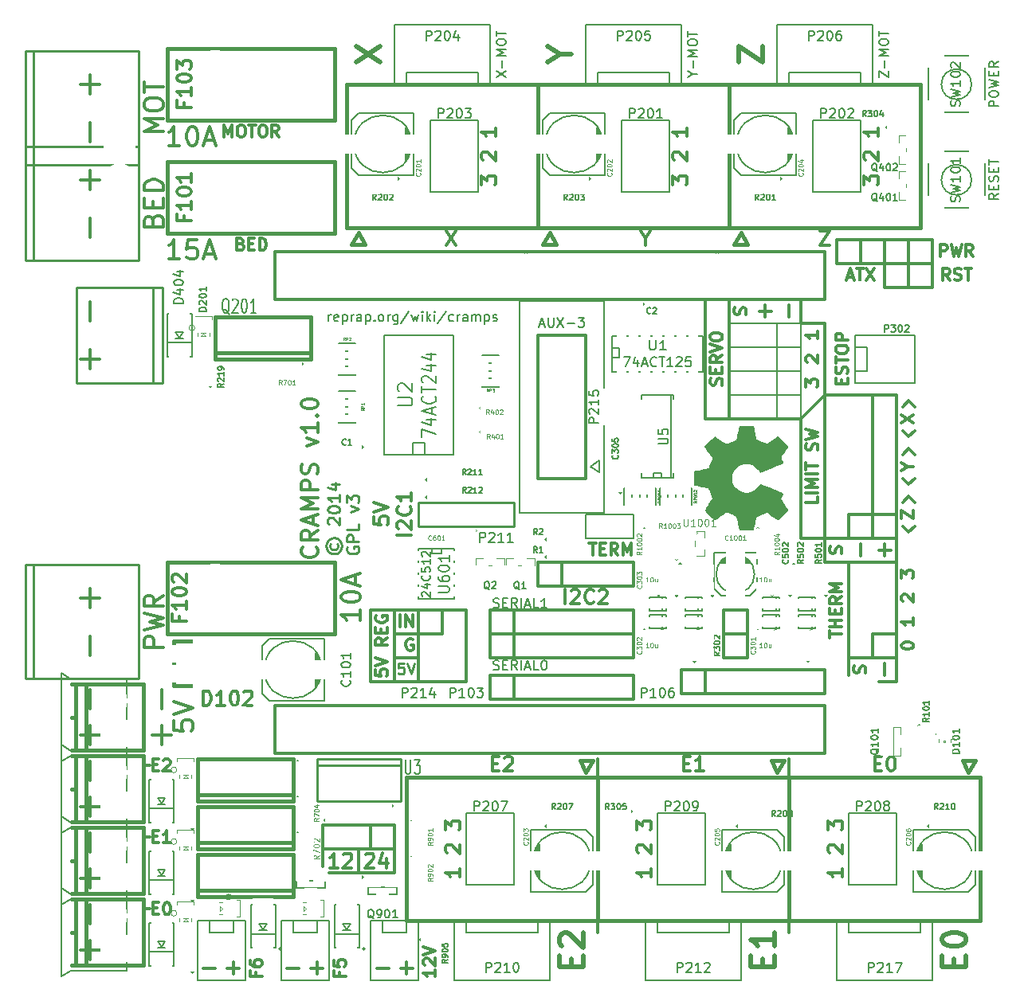
<source format=gto>
G04 (created by PCBNEW (2013-07-07 BZR 4022)-stable) date 2/16/2014 1:34:47 PM*
%MOIN*%
G04 Gerber Fmt 3.4, Leading zero omitted, Abs format*
%FSLAX34Y34*%
G01*
G70*
G90*
G04 APERTURE LIST*
%ADD10C,0.00590551*%
%ADD11C,0.01*%
%ADD12C,0.008*%
%ADD13C,0.012*%
%ADD14C,0.01125*%
%ADD15C,0.02*%
%ADD16C,0.005*%
%ADD17C,0.015*%
%ADD18C,0.006*%
%ADD19C,0.0001*%
%ADD20C,0.0031*%
%ADD21C,0.0026*%
%ADD22C,0.002*%
%ADD23C,0.004*%
%ADD24C,0.0079*%
%ADD25C,0.0039*%
%ADD26C,0.0047*%
%ADD27C,0.0051*%
%ADD28C,0.0016*%
%ADD29C,0.0043*%
%ADD30C,0.0055*%
%ADD31C,0.2*%
%ADD32R,0.085X0.085*%
%ADD33C,0.085*%
%ADD34R,0.055X0.075*%
%ADD35R,0.075X0.055*%
%ADD36C,0.08*%
%ADD37R,0.08X0.08*%
%ADD38R,0.1617X0.083*%
%ADD39C,0.09*%
%ADD40R,0.09X0.09*%
%ADD41R,0.0672X0.0672*%
%ADD42R,0.1381X0.1381*%
%ADD43C,0.1381*%
%ADD44R,0.085X0.08*%
%ADD45R,0.075X0.1184*%
%ADD46R,0.07X0.04*%
%ADD47R,0.04X0.065*%
%ADD48R,0.05X0.037*%
%ADD49C,0.15*%
%ADD50C,0.169*%
%ADD51R,0.056X0.056*%
%ADD52R,0.0857X0.081*%
%ADD53C,0.114488*%
%ADD54R,0.114488X0.114488*%
%ADD55R,0.037X0.05*%
%ADD56R,0.0751X0.0436*%
%ADD57R,0.0594X0.0515*%
%ADD58R,0.0594X0.0436*%
%ADD59R,0.083X0.1224*%
%ADD60R,0.0790551X0.0751*%
%ADD61R,0.208976X0.212913*%
%ADD62R,0.0751X0.0338*%
G04 APERTURE END LIST*
G54D10*
G54D11*
X10221Y18273D02*
X10197Y18226D01*
X10197Y18130D01*
X10221Y18083D01*
X10269Y18035D01*
X10316Y18011D01*
X10411Y18011D01*
X10459Y18035D01*
X10507Y18083D01*
X10530Y18130D01*
X10530Y18226D01*
X10507Y18273D01*
X10030Y18178D02*
X10054Y18059D01*
X10126Y17940D01*
X10245Y17869D01*
X10364Y17845D01*
X10483Y17869D01*
X10602Y17940D01*
X10673Y18059D01*
X10697Y18178D01*
X10673Y18297D01*
X10602Y18416D01*
X10483Y18488D01*
X10364Y18511D01*
X10245Y18488D01*
X10126Y18416D01*
X10054Y18297D01*
X10030Y18178D01*
X10150Y19083D02*
X10126Y19107D01*
X10102Y19154D01*
X10102Y19273D01*
X10126Y19321D01*
X10150Y19345D01*
X10197Y19369D01*
X10245Y19369D01*
X10316Y19345D01*
X10602Y19059D01*
X10602Y19369D01*
X10102Y19678D02*
X10102Y19726D01*
X10126Y19773D01*
X10150Y19797D01*
X10197Y19821D01*
X10292Y19845D01*
X10411Y19845D01*
X10507Y19821D01*
X10554Y19797D01*
X10578Y19773D01*
X10602Y19726D01*
X10602Y19678D01*
X10578Y19630D01*
X10554Y19607D01*
X10507Y19583D01*
X10411Y19559D01*
X10292Y19559D01*
X10197Y19583D01*
X10150Y19607D01*
X10126Y19630D01*
X10102Y19678D01*
X10602Y20321D02*
X10602Y20035D01*
X10602Y20178D02*
X10102Y20178D01*
X10173Y20130D01*
X10221Y20083D01*
X10245Y20035D01*
X10269Y20750D02*
X10602Y20750D01*
X10078Y20630D02*
X10435Y20511D01*
X10435Y20821D01*
X10926Y18130D02*
X10902Y18083D01*
X10902Y18011D01*
X10926Y17940D01*
X10973Y17892D01*
X11021Y17869D01*
X11116Y17845D01*
X11188Y17845D01*
X11283Y17869D01*
X11330Y17892D01*
X11378Y17940D01*
X11402Y18011D01*
X11402Y18059D01*
X11378Y18130D01*
X11354Y18154D01*
X11188Y18154D01*
X11188Y18059D01*
X11402Y18369D02*
X10902Y18369D01*
X10902Y18559D01*
X10926Y18607D01*
X10950Y18630D01*
X10997Y18654D01*
X11069Y18654D01*
X11116Y18630D01*
X11140Y18607D01*
X11164Y18559D01*
X11164Y18369D01*
X11402Y19107D02*
X11402Y18869D01*
X10902Y18869D01*
X11069Y19607D02*
X11402Y19726D01*
X11069Y19845D01*
X10902Y19988D02*
X10902Y20297D01*
X11092Y20130D01*
X11092Y20202D01*
X11116Y20250D01*
X11140Y20273D01*
X11188Y20297D01*
X11307Y20297D01*
X11354Y20273D01*
X11378Y20250D01*
X11402Y20202D01*
X11402Y20059D01*
X11378Y20011D01*
X11354Y19988D01*
G54D12*
X10135Y27588D02*
X10135Y27854D01*
X10135Y27778D02*
X10154Y27816D01*
X10173Y27835D01*
X10211Y27854D01*
X10250Y27854D01*
X10535Y27607D02*
X10497Y27588D01*
X10421Y27588D01*
X10383Y27607D01*
X10364Y27645D01*
X10364Y27797D01*
X10383Y27835D01*
X10421Y27854D01*
X10497Y27854D01*
X10535Y27835D01*
X10554Y27797D01*
X10554Y27759D01*
X10364Y27721D01*
X10726Y27854D02*
X10726Y27454D01*
X10726Y27835D02*
X10764Y27854D01*
X10840Y27854D01*
X10878Y27835D01*
X10897Y27816D01*
X10916Y27778D01*
X10916Y27664D01*
X10897Y27626D01*
X10878Y27607D01*
X10840Y27588D01*
X10764Y27588D01*
X10726Y27607D01*
X11088Y27588D02*
X11088Y27854D01*
X11088Y27778D02*
X11107Y27816D01*
X11126Y27835D01*
X11164Y27854D01*
X11202Y27854D01*
X11507Y27588D02*
X11507Y27797D01*
X11488Y27835D01*
X11449Y27854D01*
X11373Y27854D01*
X11335Y27835D01*
X11507Y27607D02*
X11469Y27588D01*
X11373Y27588D01*
X11335Y27607D01*
X11316Y27645D01*
X11316Y27683D01*
X11335Y27721D01*
X11373Y27740D01*
X11469Y27740D01*
X11507Y27759D01*
X11697Y27854D02*
X11697Y27454D01*
X11697Y27835D02*
X11735Y27854D01*
X11811Y27854D01*
X11849Y27835D01*
X11869Y27816D01*
X11888Y27778D01*
X11888Y27664D01*
X11869Y27626D01*
X11849Y27607D01*
X11811Y27588D01*
X11735Y27588D01*
X11697Y27607D01*
X12059Y27626D02*
X12078Y27607D01*
X12059Y27588D01*
X12040Y27607D01*
X12059Y27626D01*
X12059Y27588D01*
X12307Y27588D02*
X12269Y27607D01*
X12250Y27626D01*
X12230Y27664D01*
X12230Y27778D01*
X12250Y27816D01*
X12269Y27835D01*
X12307Y27854D01*
X12364Y27854D01*
X12402Y27835D01*
X12421Y27816D01*
X12440Y27778D01*
X12440Y27664D01*
X12421Y27626D01*
X12402Y27607D01*
X12364Y27588D01*
X12307Y27588D01*
X12611Y27588D02*
X12611Y27854D01*
X12611Y27778D02*
X12630Y27816D01*
X12650Y27835D01*
X12688Y27854D01*
X12726Y27854D01*
X13030Y27854D02*
X13030Y27530D01*
X13011Y27492D01*
X12992Y27473D01*
X12954Y27454D01*
X12897Y27454D01*
X12859Y27473D01*
X13030Y27607D02*
X12992Y27588D01*
X12916Y27588D01*
X12878Y27607D01*
X12859Y27626D01*
X12840Y27664D01*
X12840Y27778D01*
X12859Y27816D01*
X12878Y27835D01*
X12916Y27854D01*
X12992Y27854D01*
X13030Y27835D01*
X13507Y28007D02*
X13164Y27492D01*
X13602Y27854D02*
X13678Y27588D01*
X13754Y27778D01*
X13830Y27588D01*
X13907Y27854D01*
X14059Y27588D02*
X14059Y27854D01*
X14059Y27988D02*
X14040Y27969D01*
X14059Y27950D01*
X14078Y27969D01*
X14059Y27988D01*
X14059Y27950D01*
X14250Y27588D02*
X14250Y27988D01*
X14288Y27740D02*
X14402Y27588D01*
X14402Y27854D02*
X14250Y27702D01*
X14573Y27588D02*
X14573Y27854D01*
X14573Y27988D02*
X14554Y27969D01*
X14573Y27950D01*
X14592Y27969D01*
X14573Y27988D01*
X14573Y27950D01*
X15050Y28007D02*
X14707Y27492D01*
X15354Y27607D02*
X15316Y27588D01*
X15240Y27588D01*
X15202Y27607D01*
X15183Y27626D01*
X15164Y27664D01*
X15164Y27778D01*
X15183Y27816D01*
X15202Y27835D01*
X15240Y27854D01*
X15316Y27854D01*
X15354Y27835D01*
X15526Y27588D02*
X15526Y27854D01*
X15526Y27778D02*
X15545Y27816D01*
X15564Y27835D01*
X15602Y27854D01*
X15640Y27854D01*
X15945Y27588D02*
X15945Y27797D01*
X15926Y27835D01*
X15888Y27854D01*
X15811Y27854D01*
X15773Y27835D01*
X15945Y27607D02*
X15907Y27588D01*
X15811Y27588D01*
X15773Y27607D01*
X15754Y27645D01*
X15754Y27683D01*
X15773Y27721D01*
X15811Y27740D01*
X15907Y27740D01*
X15945Y27759D01*
X16135Y27588D02*
X16135Y27854D01*
X16135Y27816D02*
X16154Y27835D01*
X16192Y27854D01*
X16249Y27854D01*
X16288Y27835D01*
X16307Y27797D01*
X16307Y27588D01*
X16307Y27797D02*
X16326Y27835D01*
X16364Y27854D01*
X16421Y27854D01*
X16459Y27835D01*
X16478Y27797D01*
X16478Y27588D01*
X16669Y27854D02*
X16669Y27454D01*
X16669Y27835D02*
X16707Y27854D01*
X16783Y27854D01*
X16821Y27835D01*
X16840Y27816D01*
X16859Y27778D01*
X16859Y27664D01*
X16840Y27626D01*
X16821Y27607D01*
X16783Y27588D01*
X16707Y27588D01*
X16669Y27607D01*
X17011Y27607D02*
X17050Y27588D01*
X17126Y27588D01*
X17164Y27607D01*
X17183Y27645D01*
X17183Y27664D01*
X17164Y27702D01*
X17126Y27721D01*
X17069Y27721D01*
X17030Y27740D01*
X17011Y27778D01*
X17011Y27797D01*
X17030Y27835D01*
X17069Y27854D01*
X17126Y27854D01*
X17164Y27835D01*
G54D13*
X12900Y12500D02*
X12900Y15500D01*
X11900Y12500D02*
X12900Y12500D01*
X11900Y15500D02*
X11900Y12500D01*
X12900Y15500D02*
X11900Y15500D01*
X12102Y12988D02*
X12102Y12750D01*
X12340Y12726D01*
X12316Y12750D01*
X12292Y12797D01*
X12292Y12916D01*
X12316Y12964D01*
X12340Y12988D01*
X12388Y13011D01*
X12507Y13011D01*
X12554Y12988D01*
X12578Y12964D01*
X12602Y12916D01*
X12602Y12797D01*
X12578Y12750D01*
X12554Y12726D01*
X12102Y13154D02*
X12602Y13321D01*
X12102Y13488D01*
X12602Y14321D02*
X12364Y14154D01*
X12602Y14035D02*
X12102Y14035D01*
X12102Y14226D01*
X12126Y14273D01*
X12150Y14297D01*
X12197Y14321D01*
X12269Y14321D01*
X12316Y14297D01*
X12340Y14273D01*
X12364Y14226D01*
X12364Y14035D01*
X12340Y14535D02*
X12340Y14702D01*
X12602Y14773D02*
X12602Y14535D01*
X12102Y14535D01*
X12102Y14773D01*
X12126Y15250D02*
X12102Y15202D01*
X12102Y15130D01*
X12126Y15059D01*
X12173Y15011D01*
X12221Y14988D01*
X12316Y14964D01*
X12388Y14964D01*
X12483Y14988D01*
X12530Y15011D01*
X12578Y15059D01*
X12602Y15130D01*
X12602Y15178D01*
X12578Y15250D01*
X12554Y15273D01*
X12388Y15273D01*
X12388Y15178D01*
X20028Y15757D02*
X20028Y16357D01*
X20285Y16300D02*
X20314Y16328D01*
X20371Y16357D01*
X20514Y16357D01*
X20571Y16328D01*
X20599Y16300D01*
X20628Y16242D01*
X20628Y16185D01*
X20599Y16100D01*
X20257Y15757D01*
X20628Y15757D01*
X21228Y15814D02*
X21200Y15785D01*
X21114Y15757D01*
X21057Y15757D01*
X20971Y15785D01*
X20914Y15842D01*
X20885Y15900D01*
X20857Y16014D01*
X20857Y16100D01*
X20885Y16214D01*
X20914Y16271D01*
X20971Y16328D01*
X21057Y16357D01*
X21114Y16357D01*
X21200Y16328D01*
X21228Y16300D01*
X21457Y16300D02*
X21485Y16328D01*
X21542Y16357D01*
X21685Y16357D01*
X21742Y16328D01*
X21771Y16300D01*
X21800Y16242D01*
X21800Y16185D01*
X21771Y16100D01*
X21428Y15757D01*
X21800Y15757D01*
X12042Y19385D02*
X12042Y19100D01*
X12328Y19071D01*
X12300Y19100D01*
X12271Y19157D01*
X12271Y19300D01*
X12300Y19357D01*
X12328Y19385D01*
X12385Y19414D01*
X12528Y19414D01*
X12585Y19385D01*
X12614Y19357D01*
X12642Y19300D01*
X12642Y19157D01*
X12614Y19100D01*
X12585Y19071D01*
X12042Y19585D02*
X12642Y19785D01*
X12042Y19985D01*
X13602Y18628D02*
X13002Y18628D01*
X13060Y18885D02*
X13031Y18914D01*
X13002Y18971D01*
X13002Y19114D01*
X13031Y19171D01*
X13060Y19199D01*
X13117Y19228D01*
X13174Y19228D01*
X13260Y19199D01*
X13602Y18857D01*
X13602Y19228D01*
X13545Y19828D02*
X13574Y19800D01*
X13602Y19714D01*
X13602Y19657D01*
X13574Y19571D01*
X13517Y19514D01*
X13460Y19485D01*
X13345Y19457D01*
X13260Y19457D01*
X13145Y19485D01*
X13088Y19514D01*
X13031Y19571D01*
X13002Y19657D01*
X13002Y19714D01*
X13031Y19800D01*
X13060Y19828D01*
X13602Y20400D02*
X13602Y20057D01*
X13602Y20228D02*
X13002Y20228D01*
X13088Y20171D01*
X13145Y20114D01*
X13174Y20057D01*
X21042Y18297D02*
X21328Y18297D01*
X21185Y17797D02*
X21185Y18297D01*
X21495Y18059D02*
X21661Y18059D01*
X21733Y17797D02*
X21495Y17797D01*
X21495Y18297D01*
X21733Y18297D01*
X22233Y17797D02*
X22066Y18035D01*
X21947Y17797D02*
X21947Y18297D01*
X22138Y18297D01*
X22185Y18273D01*
X22209Y18250D01*
X22233Y18202D01*
X22233Y18130D01*
X22209Y18083D01*
X22185Y18059D01*
X22138Y18035D01*
X21947Y18035D01*
X22447Y17797D02*
X22447Y18297D01*
X22614Y17940D01*
X22780Y18297D01*
X22780Y17797D01*
G54D12*
X17035Y15607D02*
X17092Y15588D01*
X17188Y15588D01*
X17226Y15607D01*
X17245Y15626D01*
X17264Y15664D01*
X17264Y15702D01*
X17245Y15740D01*
X17226Y15759D01*
X17188Y15778D01*
X17111Y15797D01*
X17073Y15816D01*
X17054Y15835D01*
X17035Y15873D01*
X17035Y15911D01*
X17054Y15950D01*
X17073Y15969D01*
X17111Y15988D01*
X17207Y15988D01*
X17264Y15969D01*
X17435Y15797D02*
X17569Y15797D01*
X17626Y15588D02*
X17435Y15588D01*
X17435Y15988D01*
X17626Y15988D01*
X18026Y15588D02*
X17892Y15778D01*
X17797Y15588D02*
X17797Y15988D01*
X17950Y15988D01*
X17988Y15969D01*
X18007Y15950D01*
X18026Y15911D01*
X18026Y15854D01*
X18007Y15816D01*
X17988Y15797D01*
X17950Y15778D01*
X17797Y15778D01*
X18197Y15588D02*
X18197Y15988D01*
X18369Y15702D02*
X18559Y15702D01*
X18330Y15588D02*
X18464Y15988D01*
X18597Y15588D01*
X18921Y15588D02*
X18730Y15588D01*
X18730Y15988D01*
X19264Y15588D02*
X19035Y15588D01*
X19150Y15588D02*
X19150Y15988D01*
X19111Y15930D01*
X19073Y15892D01*
X19035Y15873D01*
G54D13*
X13900Y12500D02*
X12900Y12500D01*
X13900Y13500D02*
X12900Y13500D01*
X13900Y14500D02*
X12900Y14500D01*
X13900Y15500D02*
X12900Y15500D01*
X13132Y14797D02*
X13132Y15297D01*
X13370Y14797D02*
X13370Y15297D01*
X13655Y14797D01*
X13655Y15297D01*
X13655Y14273D02*
X13608Y14297D01*
X13536Y14297D01*
X13465Y14273D01*
X13417Y14226D01*
X13394Y14178D01*
X13370Y14083D01*
X13370Y14011D01*
X13394Y13916D01*
X13417Y13869D01*
X13465Y13821D01*
X13536Y13797D01*
X13584Y13797D01*
X13655Y13821D01*
X13679Y13845D01*
X13679Y14011D01*
X13584Y14011D01*
G54D14*
X13282Y13267D02*
X13067Y13267D01*
X13046Y13053D01*
X13067Y13075D01*
X13110Y13096D01*
X13217Y13096D01*
X13260Y13075D01*
X13282Y13053D01*
X13303Y13010D01*
X13303Y12903D01*
X13282Y12860D01*
X13260Y12839D01*
X13217Y12817D01*
X13110Y12817D01*
X13067Y12839D01*
X13046Y12860D01*
X13432Y13267D02*
X13582Y12817D01*
X13732Y13267D01*
G54D13*
X6459Y30809D02*
X6530Y30785D01*
X6554Y30761D01*
X6578Y30714D01*
X6578Y30642D01*
X6554Y30595D01*
X6530Y30571D01*
X6483Y30547D01*
X6292Y30547D01*
X6292Y31047D01*
X6459Y31047D01*
X6507Y31023D01*
X6530Y31000D01*
X6554Y30952D01*
X6554Y30904D01*
X6530Y30857D01*
X6507Y30833D01*
X6459Y30809D01*
X6292Y30809D01*
X6792Y30809D02*
X6959Y30809D01*
X7030Y30547D02*
X6792Y30547D01*
X6792Y31047D01*
X7030Y31047D01*
X7245Y30547D02*
X7245Y31047D01*
X7364Y31047D01*
X7435Y31023D01*
X7483Y30976D01*
X7507Y30928D01*
X7530Y30833D01*
X7530Y30761D01*
X7507Y30666D01*
X7483Y30619D01*
X7435Y30571D01*
X7364Y30547D01*
X7245Y30547D01*
X5769Y35297D02*
X5769Y35797D01*
X5935Y35440D01*
X6102Y35797D01*
X6102Y35297D01*
X6435Y35797D02*
X6530Y35797D01*
X6578Y35773D01*
X6626Y35726D01*
X6650Y35630D01*
X6650Y35464D01*
X6626Y35369D01*
X6578Y35321D01*
X6530Y35297D01*
X6435Y35297D01*
X6388Y35321D01*
X6340Y35369D01*
X6316Y35464D01*
X6316Y35630D01*
X6340Y35726D01*
X6388Y35773D01*
X6435Y35797D01*
X6792Y35797D02*
X7078Y35797D01*
X6935Y35297D02*
X6935Y35797D01*
X7340Y35797D02*
X7435Y35797D01*
X7483Y35773D01*
X7530Y35726D01*
X7554Y35630D01*
X7554Y35464D01*
X7530Y35369D01*
X7483Y35321D01*
X7435Y35297D01*
X7340Y35297D01*
X7292Y35321D01*
X7245Y35369D01*
X7221Y35464D01*
X7221Y35630D01*
X7245Y35726D01*
X7292Y35773D01*
X7340Y35797D01*
X8054Y35297D02*
X7888Y35535D01*
X7769Y35297D02*
X7769Y35797D01*
X7959Y35797D01*
X8007Y35773D01*
X8030Y35750D01*
X8054Y35702D01*
X8054Y35630D01*
X8030Y35583D01*
X8007Y35559D01*
X7959Y35535D01*
X7769Y35535D01*
G54D15*
X11304Y38416D02*
X12304Y39083D01*
X11304Y39083D02*
X12304Y38416D01*
X19828Y38750D02*
X20304Y38750D01*
X19304Y38416D02*
X19828Y38750D01*
X19304Y39083D01*
X27304Y38416D02*
X27304Y39083D01*
X28304Y38416D01*
X28304Y39083D01*
X36280Y559D02*
X36280Y892D01*
X36804Y1035D02*
X36804Y559D01*
X35804Y559D01*
X35804Y1035D01*
X35804Y1654D02*
X35804Y1750D01*
X35852Y1845D01*
X35900Y1892D01*
X35995Y1940D01*
X36185Y1988D01*
X36423Y1988D01*
X36614Y1940D01*
X36709Y1892D01*
X36757Y1845D01*
X36804Y1750D01*
X36804Y1654D01*
X36757Y1559D01*
X36709Y1511D01*
X36614Y1464D01*
X36423Y1416D01*
X36185Y1416D01*
X35995Y1464D01*
X35900Y1511D01*
X35852Y1559D01*
X35804Y1654D01*
X28280Y559D02*
X28280Y892D01*
X28804Y1035D02*
X28804Y559D01*
X27804Y559D01*
X27804Y1035D01*
X28804Y1988D02*
X28804Y1416D01*
X28804Y1702D02*
X27804Y1702D01*
X27947Y1607D01*
X28042Y1511D01*
X28090Y1416D01*
X20280Y559D02*
X20280Y892D01*
X20804Y1035D02*
X20804Y559D01*
X19804Y559D01*
X19804Y1035D01*
X19900Y1416D02*
X19852Y1464D01*
X19804Y1559D01*
X19804Y1797D01*
X19852Y1892D01*
X19900Y1940D01*
X19995Y1988D01*
X20090Y1988D01*
X20233Y1940D01*
X20804Y1369D01*
X20804Y1988D01*
G54D13*
X10590Y333D02*
X10590Y166D01*
X10852Y166D02*
X10352Y166D01*
X10352Y404D01*
X10352Y833D02*
X10352Y595D01*
X10590Y571D01*
X10566Y595D01*
X10542Y642D01*
X10542Y761D01*
X10566Y809D01*
X10590Y833D01*
X10638Y857D01*
X10757Y857D01*
X10804Y833D01*
X10828Y809D01*
X10852Y761D01*
X10852Y642D01*
X10828Y595D01*
X10804Y571D01*
X7090Y333D02*
X7090Y166D01*
X7352Y166D02*
X6852Y166D01*
X6852Y404D01*
X6852Y809D02*
X6852Y714D01*
X6876Y666D01*
X6900Y642D01*
X6971Y595D01*
X7066Y571D01*
X7257Y571D01*
X7304Y595D01*
X7328Y619D01*
X7352Y666D01*
X7352Y761D01*
X7328Y809D01*
X7304Y833D01*
X7257Y857D01*
X7138Y857D01*
X7090Y833D01*
X7066Y809D01*
X7042Y761D01*
X7042Y666D01*
X7066Y619D01*
X7090Y595D01*
X7138Y571D01*
X14602Y440D02*
X14602Y154D01*
X14602Y297D02*
X14102Y297D01*
X14173Y250D01*
X14221Y202D01*
X14245Y154D01*
X14150Y630D02*
X14126Y654D01*
X14102Y702D01*
X14102Y821D01*
X14126Y869D01*
X14150Y892D01*
X14197Y916D01*
X14245Y916D01*
X14316Y892D01*
X14602Y607D01*
X14602Y916D01*
X14102Y1059D02*
X14602Y1226D01*
X14102Y1392D01*
X13400Y750D02*
X13400Y250D01*
X13150Y500D02*
X13650Y500D01*
X12150Y500D02*
X12650Y500D01*
X9650Y750D02*
X9650Y250D01*
X9400Y500D02*
X9900Y500D01*
X8400Y500D02*
X8900Y500D01*
X6150Y750D02*
X6150Y250D01*
X5900Y500D02*
X6400Y500D01*
X4900Y500D02*
X5400Y500D01*
X2804Y3009D02*
X2971Y3009D01*
X3042Y2747D02*
X2804Y2747D01*
X2804Y3247D01*
X3042Y3247D01*
X3352Y3247D02*
X3400Y3247D01*
X3447Y3223D01*
X3471Y3200D01*
X3495Y3152D01*
X3519Y3057D01*
X3519Y2938D01*
X3495Y2842D01*
X3471Y2795D01*
X3447Y2771D01*
X3400Y2747D01*
X3352Y2747D01*
X3304Y2771D01*
X3280Y2795D01*
X3257Y2842D01*
X3233Y2938D01*
X3233Y3057D01*
X3257Y3152D01*
X3280Y3200D01*
X3304Y3223D01*
X3352Y3247D01*
X2804Y6009D02*
X2971Y6009D01*
X3042Y5747D02*
X2804Y5747D01*
X2804Y6247D01*
X3042Y6247D01*
X3519Y5747D02*
X3233Y5747D01*
X3376Y5747D02*
X3376Y6247D01*
X3328Y6176D01*
X3280Y6128D01*
X3233Y6104D01*
X2650Y9000D02*
X2400Y9000D01*
X2650Y6000D02*
X2400Y6000D01*
X2650Y3000D02*
X2400Y3000D01*
X2804Y9009D02*
X2971Y9009D01*
X3042Y8747D02*
X2804Y8747D01*
X2804Y9247D01*
X3042Y9247D01*
X3233Y9200D02*
X3257Y9223D01*
X3304Y9247D01*
X3423Y9247D01*
X3471Y9223D01*
X3495Y9200D01*
X3519Y9152D01*
X3519Y9104D01*
X3495Y9033D01*
X3209Y8747D01*
X3519Y8747D01*
X2750Y10250D02*
X3550Y10250D01*
X3150Y10650D02*
X3150Y9850D01*
X3150Y12150D02*
X3150Y11350D01*
X3673Y10847D02*
X3673Y10466D01*
X4054Y10428D01*
X4016Y10466D01*
X3978Y10542D01*
X3978Y10733D01*
X4016Y10809D01*
X4054Y10847D01*
X4130Y10885D01*
X4321Y10885D01*
X4397Y10847D01*
X4435Y10809D01*
X4473Y10733D01*
X4473Y10542D01*
X4435Y10466D01*
X4397Y10428D01*
X3673Y11114D02*
X4473Y11380D01*
X3673Y11647D01*
X7900Y9500D02*
X7900Y11500D01*
X30900Y9500D02*
X7900Y9500D01*
X30900Y11500D02*
X30900Y9500D01*
X7900Y11500D02*
X30900Y11500D01*
X7900Y28500D02*
X7900Y30500D01*
X30900Y28500D02*
X7900Y28500D01*
X30900Y30500D02*
X30900Y28500D01*
X7900Y30500D02*
X30900Y30500D01*
X150Y28400D02*
X150Y27600D01*
X150Y26400D02*
X150Y25600D01*
X-250Y26000D02*
X550Y26000D01*
X150Y14400D02*
X150Y13600D01*
X150Y16400D02*
X150Y15600D01*
X-250Y16000D02*
X550Y16000D01*
X150Y31900D02*
X150Y31100D01*
X150Y33900D02*
X150Y33100D01*
X-250Y33500D02*
X550Y33500D01*
X150Y35900D02*
X150Y35100D01*
X150Y37900D02*
X150Y37100D01*
X-250Y37500D02*
X550Y37500D01*
X150Y12150D02*
X150Y11350D01*
X150Y10650D02*
X150Y9850D01*
X-250Y10250D02*
X550Y10250D01*
X150Y9150D02*
X150Y8350D01*
X150Y7650D02*
X150Y6850D01*
X-250Y7250D02*
X550Y7250D01*
X150Y3150D02*
X150Y2350D01*
X150Y1650D02*
X150Y850D01*
X-250Y1250D02*
X550Y1250D01*
X150Y6150D02*
X150Y5350D01*
X150Y4650D02*
X150Y3850D01*
X-250Y4250D02*
X550Y4250D01*
X3223Y13933D02*
X2423Y13933D01*
X2423Y14238D01*
X2461Y14314D01*
X2500Y14352D01*
X2576Y14390D01*
X2690Y14390D01*
X2766Y14352D01*
X2804Y14314D01*
X2842Y14238D01*
X2842Y13933D01*
X2423Y14657D02*
X3223Y14847D01*
X2652Y15000D01*
X3223Y15152D01*
X2423Y15342D01*
X3223Y16104D02*
X2842Y15838D01*
X3223Y15647D02*
X2423Y15647D01*
X2423Y15952D01*
X2461Y16028D01*
X2500Y16066D01*
X2576Y16104D01*
X2690Y16104D01*
X2766Y16066D01*
X2804Y16028D01*
X2842Y15952D01*
X2842Y15647D01*
X2804Y31795D02*
X2842Y31909D01*
X2880Y31947D01*
X2957Y31985D01*
X3071Y31985D01*
X3147Y31947D01*
X3185Y31909D01*
X3223Y31833D01*
X3223Y31528D01*
X2423Y31528D01*
X2423Y31795D01*
X2461Y31871D01*
X2500Y31909D01*
X2576Y31947D01*
X2652Y31947D01*
X2728Y31909D01*
X2766Y31871D01*
X2804Y31795D01*
X2804Y31528D01*
X2804Y32328D02*
X2804Y32595D01*
X3223Y32709D02*
X3223Y32328D01*
X2423Y32328D01*
X2423Y32709D01*
X3223Y33052D02*
X2423Y33052D01*
X2423Y33242D01*
X2461Y33357D01*
X2538Y33433D01*
X2614Y33471D01*
X2766Y33509D01*
X2880Y33509D01*
X3033Y33471D01*
X3109Y33433D01*
X3185Y33357D01*
X3223Y33242D01*
X3223Y33052D01*
X3223Y35509D02*
X2423Y35509D01*
X2995Y35776D01*
X2423Y36042D01*
X3223Y36042D01*
X2423Y36576D02*
X2423Y36728D01*
X2461Y36804D01*
X2538Y36880D01*
X2690Y36919D01*
X2957Y36919D01*
X3109Y36880D01*
X3185Y36804D01*
X3223Y36728D01*
X3223Y36576D01*
X3185Y36500D01*
X3109Y36423D01*
X2957Y36385D01*
X2690Y36385D01*
X2538Y36423D01*
X2461Y36500D01*
X2423Y36576D01*
X2423Y37147D02*
X2423Y37604D01*
X3223Y37376D02*
X2423Y37376D01*
X3904Y30176D02*
X3447Y30176D01*
X3676Y30176D02*
X3676Y30976D01*
X3600Y30861D01*
X3523Y30785D01*
X3447Y30747D01*
X4628Y30976D02*
X4247Y30976D01*
X4209Y30595D01*
X4247Y30633D01*
X4323Y30671D01*
X4514Y30671D01*
X4590Y30633D01*
X4628Y30595D01*
X4666Y30519D01*
X4666Y30328D01*
X4628Y30252D01*
X4590Y30214D01*
X4514Y30176D01*
X4323Y30176D01*
X4247Y30214D01*
X4209Y30252D01*
X4971Y30404D02*
X5352Y30404D01*
X4895Y30176D02*
X5161Y30976D01*
X5428Y30176D01*
X3904Y34926D02*
X3447Y34926D01*
X3676Y34926D02*
X3676Y35726D01*
X3600Y35611D01*
X3523Y35535D01*
X3447Y35497D01*
X4400Y35726D02*
X4476Y35726D01*
X4552Y35688D01*
X4590Y35650D01*
X4628Y35573D01*
X4666Y35421D01*
X4666Y35230D01*
X4628Y35078D01*
X4590Y35002D01*
X4552Y34964D01*
X4476Y34926D01*
X4400Y34926D01*
X4323Y34964D01*
X4285Y35002D01*
X4247Y35078D01*
X4209Y35230D01*
X4209Y35421D01*
X4247Y35573D01*
X4285Y35650D01*
X4323Y35688D01*
X4400Y35726D01*
X4971Y35154D02*
X5352Y35154D01*
X4895Y34926D02*
X5161Y35726D01*
X5428Y34926D01*
X11473Y15504D02*
X11473Y15047D01*
X11473Y15276D02*
X10673Y15276D01*
X10788Y15200D01*
X10864Y15123D01*
X10902Y15047D01*
X10673Y16000D02*
X10673Y16076D01*
X10711Y16152D01*
X10750Y16190D01*
X10826Y16228D01*
X10978Y16266D01*
X11169Y16266D01*
X11321Y16228D01*
X11397Y16190D01*
X11435Y16152D01*
X11473Y16076D01*
X11473Y16000D01*
X11435Y15923D01*
X11397Y15885D01*
X11321Y15847D01*
X11169Y15809D01*
X10978Y15809D01*
X10826Y15847D01*
X10750Y15885D01*
X10711Y15923D01*
X10673Y16000D01*
X11245Y16571D02*
X11245Y16952D01*
X11473Y16495D02*
X10673Y16761D01*
X11473Y17028D01*
G54D12*
X17035Y13007D02*
X17092Y12988D01*
X17188Y12988D01*
X17226Y13007D01*
X17245Y13026D01*
X17264Y13064D01*
X17264Y13102D01*
X17245Y13140D01*
X17226Y13159D01*
X17188Y13178D01*
X17111Y13197D01*
X17073Y13216D01*
X17054Y13235D01*
X17035Y13273D01*
X17035Y13311D01*
X17054Y13350D01*
X17073Y13369D01*
X17111Y13388D01*
X17207Y13388D01*
X17264Y13369D01*
X17435Y13197D02*
X17569Y13197D01*
X17626Y12988D02*
X17435Y12988D01*
X17435Y13388D01*
X17626Y13388D01*
X18026Y12988D02*
X17892Y13178D01*
X17797Y12988D02*
X17797Y13388D01*
X17950Y13388D01*
X17988Y13369D01*
X18007Y13350D01*
X18026Y13311D01*
X18026Y13254D01*
X18007Y13216D01*
X17988Y13197D01*
X17950Y13178D01*
X17797Y13178D01*
X18197Y12988D02*
X18197Y13388D01*
X18369Y13102D02*
X18559Y13102D01*
X18330Y12988D02*
X18464Y13388D01*
X18597Y12988D01*
X18921Y12988D02*
X18730Y12988D01*
X18730Y13388D01*
X19130Y13388D02*
X19169Y13388D01*
X19207Y13369D01*
X19226Y13350D01*
X19245Y13311D01*
X19264Y13235D01*
X19264Y13140D01*
X19245Y13064D01*
X19226Y13026D01*
X19207Y13007D01*
X19169Y12988D01*
X19130Y12988D01*
X19092Y13007D01*
X19073Y13026D01*
X19054Y13064D01*
X19035Y13140D01*
X19035Y13235D01*
X19054Y13311D01*
X19073Y13350D01*
X19092Y13369D01*
X19130Y13388D01*
G54D13*
X29900Y18500D02*
X29900Y23500D01*
X30900Y18500D02*
X29900Y18500D01*
X30900Y27500D02*
X30900Y24500D01*
X29900Y27500D02*
X30900Y27500D01*
X25900Y28500D02*
X26900Y28500D01*
X25900Y23500D02*
X25900Y28500D01*
X26900Y23500D02*
X25900Y23500D01*
X30602Y27142D02*
X30602Y26857D01*
X30602Y27000D02*
X30102Y27000D01*
X30173Y26952D01*
X30221Y26904D01*
X30245Y26857D01*
X30150Y25857D02*
X30126Y25880D01*
X30102Y25928D01*
X30102Y26047D01*
X30126Y26095D01*
X30150Y26119D01*
X30197Y26142D01*
X30245Y26142D01*
X30316Y26119D01*
X30602Y25833D01*
X30602Y26142D01*
X30102Y24833D02*
X30102Y25142D01*
X30292Y24976D01*
X30292Y25047D01*
X30316Y25095D01*
X30340Y25119D01*
X30388Y25142D01*
X30507Y25142D01*
X30554Y25119D01*
X30578Y25095D01*
X30602Y25047D01*
X30602Y24904D01*
X30578Y24857D01*
X30554Y24833D01*
X31852Y29440D02*
X32090Y29440D01*
X31804Y29297D02*
X31971Y29797D01*
X32138Y29297D01*
X32233Y29797D02*
X32519Y29797D01*
X32376Y29297D02*
X32376Y29797D01*
X32638Y29797D02*
X32971Y29297D01*
X32971Y29797D02*
X32638Y29297D01*
X36126Y29297D02*
X35959Y29535D01*
X35840Y29297D02*
X35840Y29797D01*
X36030Y29797D01*
X36078Y29773D01*
X36102Y29750D01*
X36126Y29702D01*
X36126Y29630D01*
X36102Y29583D01*
X36078Y29559D01*
X36030Y29535D01*
X35840Y29535D01*
X36316Y29321D02*
X36388Y29297D01*
X36507Y29297D01*
X36554Y29321D01*
X36578Y29345D01*
X36602Y29392D01*
X36602Y29440D01*
X36578Y29488D01*
X36554Y29511D01*
X36507Y29535D01*
X36411Y29559D01*
X36364Y29583D01*
X36340Y29607D01*
X36316Y29654D01*
X36316Y29702D01*
X36340Y29750D01*
X36364Y29773D01*
X36411Y29797D01*
X36530Y29797D01*
X36602Y29773D01*
X36745Y29797D02*
X37030Y29797D01*
X36888Y29297D02*
X36888Y29797D01*
X35733Y30297D02*
X35733Y30797D01*
X35923Y30797D01*
X35971Y30773D01*
X35995Y30750D01*
X36019Y30702D01*
X36019Y30630D01*
X35995Y30583D01*
X35971Y30559D01*
X35923Y30535D01*
X35733Y30535D01*
X36185Y30797D02*
X36304Y30297D01*
X36400Y30654D01*
X36495Y30297D01*
X36614Y30797D01*
X37090Y30297D02*
X36923Y30535D01*
X36804Y30297D02*
X36804Y30797D01*
X36995Y30797D01*
X37042Y30773D01*
X37066Y30750D01*
X37090Y30702D01*
X37090Y30630D01*
X37066Y30583D01*
X37042Y30559D01*
X36995Y30535D01*
X36804Y30535D01*
X30900Y17500D02*
X30900Y17750D01*
X26900Y23500D02*
X26900Y27500D01*
X29900Y23500D02*
X26900Y23500D01*
X30900Y24500D02*
X29900Y23500D01*
X29900Y27500D02*
X29900Y28500D01*
X29900Y28500D02*
X29900Y27500D01*
X26900Y28500D02*
X29900Y28500D01*
X26900Y27500D02*
X26900Y28500D01*
X33900Y17500D02*
X33900Y18500D01*
X30900Y17500D02*
X33900Y17500D01*
X30900Y18500D02*
X30900Y17500D01*
X32578Y12857D02*
X32602Y12928D01*
X32602Y13047D01*
X32578Y13095D01*
X32554Y13119D01*
X32507Y13142D01*
X32459Y13142D01*
X32411Y13119D01*
X32388Y13095D01*
X32364Y13047D01*
X32340Y12952D01*
X32316Y12904D01*
X32292Y12880D01*
X32245Y12857D01*
X32197Y12857D01*
X32150Y12880D01*
X32126Y12904D01*
X32102Y12952D01*
X32102Y13071D01*
X32126Y13142D01*
X33400Y13250D02*
X33400Y12750D01*
X33900Y12500D02*
X33150Y12500D01*
X33900Y13500D02*
X33900Y12500D01*
X31900Y13500D02*
X31900Y12750D01*
X31578Y17857D02*
X31602Y17928D01*
X31602Y18047D01*
X31578Y18095D01*
X31554Y18119D01*
X31507Y18142D01*
X31459Y18142D01*
X31411Y18119D01*
X31388Y18095D01*
X31364Y18047D01*
X31340Y17952D01*
X31316Y17904D01*
X31292Y17880D01*
X31245Y17857D01*
X31197Y17857D01*
X31150Y17880D01*
X31126Y17904D01*
X31102Y17952D01*
X31102Y18071D01*
X31126Y18142D01*
X33150Y18000D02*
X33650Y18000D01*
X33400Y18250D02*
X33400Y17750D01*
X32400Y18250D02*
X32400Y17750D01*
X29400Y27750D02*
X29400Y28250D01*
X28400Y28250D02*
X28400Y27750D01*
X28150Y28000D02*
X28650Y28000D01*
X27578Y27857D02*
X27602Y27928D01*
X27602Y28047D01*
X27578Y28095D01*
X27554Y28119D01*
X27507Y28142D01*
X27459Y28142D01*
X27411Y28119D01*
X27388Y28095D01*
X27364Y28047D01*
X27340Y27952D01*
X27316Y27904D01*
X27292Y27880D01*
X27245Y27857D01*
X27197Y27857D01*
X27150Y27880D01*
X27126Y27904D01*
X27102Y27952D01*
X27102Y28071D01*
X27126Y28142D01*
X26578Y24904D02*
X26602Y24976D01*
X26602Y25095D01*
X26578Y25142D01*
X26554Y25166D01*
X26507Y25190D01*
X26459Y25190D01*
X26411Y25166D01*
X26388Y25142D01*
X26364Y25095D01*
X26340Y25000D01*
X26316Y24952D01*
X26292Y24928D01*
X26245Y24904D01*
X26197Y24904D01*
X26150Y24928D01*
X26126Y24952D01*
X26102Y25000D01*
X26102Y25119D01*
X26126Y25190D01*
X26340Y25404D02*
X26340Y25571D01*
X26602Y25642D02*
X26602Y25404D01*
X26102Y25404D01*
X26102Y25642D01*
X26602Y26142D02*
X26364Y25976D01*
X26602Y25857D02*
X26102Y25857D01*
X26102Y26047D01*
X26126Y26095D01*
X26150Y26119D01*
X26197Y26142D01*
X26269Y26142D01*
X26316Y26119D01*
X26340Y26095D01*
X26364Y26047D01*
X26364Y25857D01*
X26102Y26285D02*
X26602Y26452D01*
X26102Y26619D01*
X26102Y26880D02*
X26102Y26976D01*
X26126Y27023D01*
X26173Y27071D01*
X26269Y27095D01*
X26435Y27095D01*
X26530Y27071D01*
X26578Y27023D01*
X26602Y26976D01*
X26602Y26880D01*
X26578Y26833D01*
X26530Y26785D01*
X26435Y26761D01*
X26269Y26761D01*
X26173Y26785D01*
X26126Y26833D01*
X26102Y26880D01*
X31590Y24952D02*
X31590Y25119D01*
X31852Y25190D02*
X31852Y24952D01*
X31352Y24952D01*
X31352Y25190D01*
X31828Y25380D02*
X31852Y25452D01*
X31852Y25571D01*
X31828Y25619D01*
X31804Y25642D01*
X31757Y25666D01*
X31709Y25666D01*
X31661Y25642D01*
X31638Y25619D01*
X31614Y25571D01*
X31590Y25476D01*
X31566Y25428D01*
X31542Y25404D01*
X31495Y25380D01*
X31447Y25380D01*
X31400Y25404D01*
X31376Y25428D01*
X31352Y25476D01*
X31352Y25595D01*
X31376Y25666D01*
X31352Y25809D02*
X31352Y26095D01*
X31852Y25952D02*
X31352Y25952D01*
X31352Y26357D02*
X31352Y26452D01*
X31376Y26500D01*
X31423Y26547D01*
X31519Y26571D01*
X31685Y26571D01*
X31780Y26547D01*
X31828Y26500D01*
X31852Y26452D01*
X31852Y26357D01*
X31828Y26309D01*
X31780Y26261D01*
X31685Y26238D01*
X31519Y26238D01*
X31423Y26261D01*
X31376Y26309D01*
X31352Y26357D01*
X31852Y26785D02*
X31352Y26785D01*
X31352Y26976D01*
X31376Y27023D01*
X31400Y27047D01*
X31447Y27071D01*
X31519Y27071D01*
X31566Y27047D01*
X31590Y27023D01*
X31614Y26976D01*
X31614Y26785D01*
X30602Y20226D02*
X30602Y19988D01*
X30102Y19988D01*
X30602Y20392D02*
X30102Y20392D01*
X30602Y20630D02*
X30102Y20630D01*
X30459Y20797D01*
X30102Y20964D01*
X30602Y20964D01*
X30602Y21202D02*
X30102Y21202D01*
X30102Y21369D02*
X30102Y21654D01*
X30602Y21511D02*
X30102Y21511D01*
X30578Y22178D02*
X30602Y22250D01*
X30602Y22369D01*
X30578Y22416D01*
X30554Y22440D01*
X30507Y22464D01*
X30459Y22464D01*
X30411Y22440D01*
X30388Y22416D01*
X30364Y22369D01*
X30340Y22273D01*
X30316Y22226D01*
X30292Y22202D01*
X30245Y22178D01*
X30197Y22178D01*
X30150Y22202D01*
X30126Y22226D01*
X30102Y22273D01*
X30102Y22392D01*
X30126Y22464D01*
X30102Y22630D02*
X30602Y22750D01*
X30245Y22845D01*
X30602Y22940D01*
X30102Y23059D01*
X31102Y14333D02*
X31102Y14619D01*
X31602Y14476D02*
X31102Y14476D01*
X31602Y14785D02*
X31102Y14785D01*
X31340Y14785D02*
X31340Y15071D01*
X31602Y15071D02*
X31102Y15071D01*
X31340Y15309D02*
X31340Y15476D01*
X31602Y15547D02*
X31602Y15309D01*
X31102Y15309D01*
X31102Y15547D01*
X31602Y16047D02*
X31364Y15880D01*
X31602Y15761D02*
X31102Y15761D01*
X31102Y15952D01*
X31126Y16000D01*
X31150Y16023D01*
X31197Y16047D01*
X31269Y16047D01*
X31316Y16023D01*
X31340Y16000D01*
X31364Y15952D01*
X31364Y15761D01*
X31602Y16261D02*
X31102Y16261D01*
X31459Y16428D01*
X31102Y16595D01*
X31602Y16595D01*
X34102Y16833D02*
X34102Y17142D01*
X34292Y16976D01*
X34292Y17047D01*
X34316Y17095D01*
X34340Y17119D01*
X34388Y17142D01*
X34507Y17142D01*
X34554Y17119D01*
X34578Y17095D01*
X34602Y17047D01*
X34602Y16904D01*
X34578Y16857D01*
X34554Y16833D01*
X34150Y15857D02*
X34126Y15880D01*
X34102Y15928D01*
X34102Y16047D01*
X34126Y16095D01*
X34150Y16119D01*
X34197Y16142D01*
X34245Y16142D01*
X34316Y16119D01*
X34602Y15833D01*
X34602Y16142D01*
X34602Y15142D02*
X34602Y14857D01*
X34602Y15000D02*
X34102Y15000D01*
X34173Y14952D01*
X34221Y14904D01*
X34245Y14857D01*
X34102Y13976D02*
X34102Y14023D01*
X34126Y14071D01*
X34150Y14095D01*
X34197Y14119D01*
X34292Y14142D01*
X34411Y14142D01*
X34507Y14119D01*
X34554Y14095D01*
X34578Y14071D01*
X34602Y14023D01*
X34602Y13976D01*
X34578Y13928D01*
X34554Y13904D01*
X34507Y13880D01*
X34411Y13857D01*
X34292Y13857D01*
X34197Y13880D01*
X34150Y13904D01*
X34126Y13928D01*
X34102Y13976D01*
X34400Y18750D02*
X34650Y19000D01*
X34150Y19000D02*
X34400Y18750D01*
X34400Y20250D02*
X34650Y20000D01*
X34150Y20000D02*
X34400Y20250D01*
X34400Y20750D02*
X34650Y21000D01*
X34150Y21000D02*
X34400Y20750D01*
X34400Y22250D02*
X34650Y22000D01*
X34150Y22000D02*
X34400Y22250D01*
X34400Y22750D02*
X34650Y23000D01*
X34150Y23000D02*
X34400Y22750D01*
X34400Y24250D02*
X34650Y24000D01*
X34150Y24000D02*
X34400Y24250D01*
X34102Y23333D02*
X34602Y23666D01*
X34102Y23666D02*
X34602Y23333D01*
X34102Y19333D02*
X34102Y19666D01*
X34602Y19333D01*
X34602Y19666D01*
X34364Y21500D02*
X34602Y21500D01*
X34102Y21333D02*
X34364Y21500D01*
X34102Y21666D01*
X15042Y6300D02*
X15042Y6671D01*
X15271Y6471D01*
X15271Y6557D01*
X15300Y6614D01*
X15328Y6642D01*
X15385Y6671D01*
X15528Y6671D01*
X15585Y6642D01*
X15614Y6614D01*
X15642Y6557D01*
X15642Y6385D01*
X15614Y6328D01*
X15585Y6300D01*
X15100Y5328D02*
X15071Y5357D01*
X15042Y5414D01*
X15042Y5557D01*
X15071Y5614D01*
X15100Y5642D01*
X15157Y5671D01*
X15214Y5671D01*
X15300Y5642D01*
X15642Y5300D01*
X15642Y5671D01*
X15642Y4671D02*
X15642Y4328D01*
X15642Y4500D02*
X15042Y4500D01*
X15128Y4442D01*
X15185Y4385D01*
X15214Y4328D01*
X31042Y6300D02*
X31042Y6671D01*
X31271Y6471D01*
X31271Y6557D01*
X31300Y6614D01*
X31328Y6642D01*
X31385Y6671D01*
X31528Y6671D01*
X31585Y6642D01*
X31614Y6614D01*
X31642Y6557D01*
X31642Y6385D01*
X31614Y6328D01*
X31585Y6300D01*
X31100Y5328D02*
X31071Y5357D01*
X31042Y5414D01*
X31042Y5557D01*
X31071Y5614D01*
X31100Y5642D01*
X31157Y5671D01*
X31214Y5671D01*
X31300Y5642D01*
X31642Y5300D01*
X31642Y5671D01*
X31642Y4671D02*
X31642Y4328D01*
X31642Y4500D02*
X31042Y4500D01*
X31128Y4442D01*
X31185Y4385D01*
X31214Y4328D01*
X23642Y4671D02*
X23642Y4328D01*
X23642Y4500D02*
X23042Y4500D01*
X23128Y4442D01*
X23185Y4385D01*
X23214Y4328D01*
X23100Y5328D02*
X23071Y5357D01*
X23042Y5414D01*
X23042Y5557D01*
X23071Y5614D01*
X23100Y5642D01*
X23157Y5671D01*
X23214Y5671D01*
X23300Y5642D01*
X23642Y5300D01*
X23642Y5671D01*
X23042Y6300D02*
X23042Y6671D01*
X23271Y6471D01*
X23271Y6557D01*
X23300Y6614D01*
X23328Y6642D01*
X23385Y6671D01*
X23528Y6671D01*
X23585Y6642D01*
X23614Y6614D01*
X23642Y6557D01*
X23642Y6385D01*
X23614Y6328D01*
X23585Y6300D01*
X16542Y33300D02*
X16542Y33671D01*
X16771Y33471D01*
X16771Y33557D01*
X16800Y33614D01*
X16828Y33642D01*
X16885Y33671D01*
X17028Y33671D01*
X17085Y33642D01*
X17114Y33614D01*
X17142Y33557D01*
X17142Y33385D01*
X17114Y33328D01*
X17085Y33300D01*
X16600Y34328D02*
X16571Y34357D01*
X16542Y34414D01*
X16542Y34557D01*
X16571Y34614D01*
X16600Y34642D01*
X16657Y34671D01*
X16714Y34671D01*
X16800Y34642D01*
X17142Y34300D01*
X17142Y34671D01*
X17142Y35671D02*
X17142Y35328D01*
X17142Y35500D02*
X16542Y35500D01*
X16628Y35442D01*
X16685Y35385D01*
X16714Y35328D01*
X32542Y33300D02*
X32542Y33671D01*
X32771Y33471D01*
X32771Y33557D01*
X32800Y33614D01*
X32828Y33642D01*
X32885Y33671D01*
X33028Y33671D01*
X33085Y33642D01*
X33114Y33614D01*
X33142Y33557D01*
X33142Y33385D01*
X33114Y33328D01*
X33085Y33300D01*
X32600Y34328D02*
X32571Y34357D01*
X32542Y34414D01*
X32542Y34557D01*
X32571Y34614D01*
X32600Y34642D01*
X32657Y34671D01*
X32714Y34671D01*
X32800Y34642D01*
X33142Y34300D01*
X33142Y34671D01*
X33142Y35671D02*
X33142Y35328D01*
X33142Y35500D02*
X32542Y35500D01*
X32628Y35442D01*
X32685Y35385D01*
X32714Y35328D01*
X25142Y35671D02*
X25142Y35328D01*
X25142Y35500D02*
X24542Y35500D01*
X24628Y35442D01*
X24685Y35385D01*
X24714Y35328D01*
X24600Y34328D02*
X24571Y34357D01*
X24542Y34414D01*
X24542Y34557D01*
X24571Y34614D01*
X24600Y34642D01*
X24657Y34671D01*
X24714Y34671D01*
X24800Y34642D01*
X25142Y34300D01*
X25142Y34671D01*
X24542Y33300D02*
X24542Y33671D01*
X24771Y33471D01*
X24771Y33557D01*
X24800Y33614D01*
X24828Y33642D01*
X24885Y33671D01*
X25028Y33671D01*
X25085Y33642D01*
X25114Y33614D01*
X25142Y33557D01*
X25142Y33385D01*
X25114Y33328D01*
X25085Y33300D01*
X26400Y30500D02*
X26400Y29750D01*
X11400Y4500D02*
X11900Y4500D01*
X11400Y5500D02*
X11400Y4500D01*
X12900Y4500D02*
X12900Y5500D01*
X10150Y4500D02*
X12900Y4500D01*
X9900Y5500D02*
X9900Y4750D01*
X18400Y30500D02*
X18400Y29750D01*
X26900Y36500D02*
X26900Y37000D01*
X18900Y36500D02*
X18900Y37000D01*
X21400Y8500D02*
X21400Y9250D01*
X29400Y8500D02*
X29400Y9250D01*
X29400Y2500D02*
X29400Y2000D01*
X21400Y2500D02*
X21400Y2000D01*
X11692Y5250D02*
X11721Y5278D01*
X11778Y5307D01*
X11921Y5307D01*
X11978Y5278D01*
X12007Y5250D01*
X12035Y5192D01*
X12035Y5135D01*
X12007Y5050D01*
X11664Y4707D01*
X12035Y4707D01*
X12550Y5107D02*
X12550Y4707D01*
X12407Y5335D02*
X12264Y4907D01*
X12635Y4907D01*
X10535Y4707D02*
X10192Y4707D01*
X10364Y4707D02*
X10364Y5307D01*
X10307Y5221D01*
X10250Y5164D01*
X10192Y5135D01*
X10764Y5250D02*
X10792Y5278D01*
X10850Y5307D01*
X10992Y5307D01*
X11050Y5278D01*
X11078Y5250D01*
X11107Y5192D01*
X11107Y5135D01*
X11078Y5050D01*
X10735Y4707D01*
X11107Y4707D01*
X9616Y18116D02*
X9650Y18083D01*
X9683Y17983D01*
X9683Y17916D01*
X9650Y17816D01*
X9583Y17750D01*
X9516Y17716D01*
X9383Y17683D01*
X9283Y17683D01*
X9150Y17716D01*
X9083Y17750D01*
X9016Y17816D01*
X8983Y17916D01*
X8983Y17983D01*
X9016Y18083D01*
X9050Y18116D01*
X9683Y18816D02*
X9350Y18583D01*
X9683Y18416D02*
X8983Y18416D01*
X8983Y18683D01*
X9016Y18750D01*
X9050Y18783D01*
X9116Y18816D01*
X9216Y18816D01*
X9283Y18783D01*
X9316Y18750D01*
X9350Y18683D01*
X9350Y18416D01*
X9483Y19083D02*
X9483Y19416D01*
X9683Y19016D02*
X8983Y19250D01*
X9683Y19483D01*
X9683Y19716D02*
X8983Y19716D01*
X9483Y19950D01*
X8983Y20183D01*
X9683Y20183D01*
X9683Y20516D02*
X8983Y20516D01*
X8983Y20783D01*
X9016Y20850D01*
X9050Y20883D01*
X9116Y20916D01*
X9216Y20916D01*
X9283Y20883D01*
X9316Y20850D01*
X9350Y20783D01*
X9350Y20516D01*
X9650Y21183D02*
X9683Y21283D01*
X9683Y21450D01*
X9650Y21516D01*
X9616Y21550D01*
X9550Y21583D01*
X9483Y21583D01*
X9416Y21550D01*
X9383Y21516D01*
X9350Y21450D01*
X9316Y21316D01*
X9283Y21250D01*
X9250Y21216D01*
X9183Y21183D01*
X9116Y21183D01*
X9050Y21216D01*
X9016Y21250D01*
X8983Y21316D01*
X8983Y21483D01*
X9016Y21583D01*
X9216Y22350D02*
X9683Y22516D01*
X9216Y22683D01*
X9683Y23316D02*
X9683Y22916D01*
X9683Y23116D02*
X8983Y23116D01*
X9083Y23050D01*
X9150Y22983D01*
X9183Y22916D01*
X9616Y23616D02*
X9650Y23650D01*
X9683Y23616D01*
X9650Y23583D01*
X9616Y23616D01*
X9683Y23616D01*
X8983Y24083D02*
X8983Y24150D01*
X9016Y24216D01*
X9050Y24250D01*
X9116Y24283D01*
X9250Y24316D01*
X9416Y24316D01*
X9550Y24283D01*
X9616Y24250D01*
X9650Y24216D01*
X9683Y24150D01*
X9683Y24083D01*
X9650Y24016D01*
X9616Y23983D01*
X9550Y23950D01*
X9416Y23916D01*
X9250Y23916D01*
X9116Y23950D01*
X9050Y23983D01*
X9016Y24016D01*
X8983Y24083D01*
G54D16*
X14300Y20200D02*
G75*
G03X14300Y20200I-50J0D01*
G74*
G01*
X14700Y20200D02*
X14300Y20200D01*
X14300Y20200D02*
X14300Y20800D01*
X14300Y20800D02*
X14700Y20800D01*
X15100Y20800D02*
X15500Y20800D01*
X15500Y20800D02*
X15500Y20200D01*
X15500Y20200D02*
X15100Y20200D01*
X14300Y20950D02*
G75*
G03X14300Y20950I-50J0D01*
G74*
G01*
X14700Y20950D02*
X14300Y20950D01*
X14300Y20950D02*
X14300Y21550D01*
X14300Y21550D02*
X14700Y21550D01*
X15100Y21550D02*
X15500Y21550D01*
X15500Y21550D02*
X15500Y20950D01*
X15500Y20950D02*
X15100Y20950D01*
X35300Y6450D02*
G75*
G03X35300Y6450I-50J0D01*
G74*
G01*
X35700Y6450D02*
X35300Y6450D01*
X35300Y6450D02*
X35300Y7050D01*
X35300Y7050D02*
X35700Y7050D01*
X36100Y7050D02*
X36500Y7050D01*
X36500Y7050D02*
X36500Y6450D01*
X36500Y6450D02*
X36100Y6450D01*
X27300Y6450D02*
G75*
G03X27300Y6450I-50J0D01*
G74*
G01*
X27700Y6450D02*
X27300Y6450D01*
X27300Y6450D02*
X27300Y7050D01*
X27300Y7050D02*
X27700Y7050D01*
X28100Y7050D02*
X28500Y7050D01*
X28500Y7050D02*
X28500Y6450D01*
X28500Y6450D02*
X28100Y6450D01*
X19300Y6450D02*
G75*
G03X19300Y6450I-50J0D01*
G74*
G01*
X19700Y6450D02*
X19300Y6450D01*
X19300Y6450D02*
X19300Y7050D01*
X19300Y7050D02*
X19700Y7050D01*
X20100Y7050D02*
X20500Y7050D01*
X20500Y7050D02*
X20500Y6450D01*
X20500Y6450D02*
X20100Y6450D01*
X21100Y33550D02*
G75*
G03X21100Y33550I-50J0D01*
G74*
G01*
X20600Y33550D02*
X21000Y33550D01*
X21000Y33550D02*
X21000Y32950D01*
X21000Y32950D02*
X20600Y32950D01*
X20200Y32950D02*
X19800Y32950D01*
X19800Y32950D02*
X19800Y33550D01*
X19800Y33550D02*
X20200Y33550D01*
X13100Y33550D02*
G75*
G03X13100Y33550I-50J0D01*
G74*
G01*
X12600Y33550D02*
X13000Y33550D01*
X13000Y33550D02*
X13000Y32950D01*
X13000Y32950D02*
X12600Y32950D01*
X12200Y32950D02*
X11800Y32950D01*
X11800Y32950D02*
X11800Y33550D01*
X11800Y33550D02*
X12200Y33550D01*
X29100Y33550D02*
G75*
G03X29100Y33550I-50J0D01*
G74*
G01*
X28600Y33550D02*
X29000Y33550D01*
X29000Y33550D02*
X29000Y32950D01*
X29000Y32950D02*
X28600Y32950D01*
X28200Y32950D02*
X27800Y32950D01*
X27800Y32950D02*
X27800Y33550D01*
X27800Y33550D02*
X28200Y33550D01*
X34900Y10650D02*
G75*
G03X34900Y10650I-50J0D01*
G74*
G01*
X34850Y10200D02*
X34850Y10600D01*
X34850Y10600D02*
X35450Y10600D01*
X35450Y10600D02*
X35450Y10200D01*
X35450Y9800D02*
X35450Y9400D01*
X35450Y9400D02*
X34850Y9400D01*
X34850Y9400D02*
X34850Y9800D01*
X22400Y20400D02*
G75*
G03X22400Y20400I-50J0D01*
G74*
G01*
X22350Y20850D02*
X22350Y20450D01*
X22350Y20450D02*
X21750Y20450D01*
X21750Y20450D02*
X21750Y20850D01*
X21750Y21250D02*
X21750Y21650D01*
X21750Y21650D02*
X22350Y21650D01*
X22350Y21650D02*
X22350Y21250D01*
X10050Y6700D02*
G75*
G03X10050Y6700I-50J0D01*
G74*
G01*
X10450Y6700D02*
X10050Y6700D01*
X10050Y6700D02*
X10050Y7300D01*
X10050Y7300D02*
X10450Y7300D01*
X10850Y7300D02*
X11250Y7300D01*
X11250Y7300D02*
X11250Y6700D01*
X11250Y6700D02*
X10850Y6700D01*
X26250Y16100D02*
G75*
G03X26250Y16100I-50J0D01*
G74*
G01*
X26200Y16550D02*
X26200Y16150D01*
X26200Y16150D02*
X25600Y16150D01*
X25600Y16150D02*
X25600Y16550D01*
X25600Y16950D02*
X25600Y17350D01*
X25600Y17350D02*
X26200Y17350D01*
X26200Y17350D02*
X26200Y16950D01*
X25650Y14650D02*
G75*
G03X25650Y14650I-50J0D01*
G74*
G01*
X25600Y14200D02*
X25600Y14600D01*
X25600Y14600D02*
X26200Y14600D01*
X26200Y14600D02*
X26200Y14200D01*
X26200Y13800D02*
X26200Y13400D01*
X26200Y13400D02*
X25600Y13400D01*
X25600Y13400D02*
X25600Y13800D01*
X30400Y14650D02*
G75*
G03X30400Y14650I-50J0D01*
G74*
G01*
X30350Y14200D02*
X30350Y14600D01*
X30350Y14600D02*
X30950Y14600D01*
X30950Y14600D02*
X30950Y14200D01*
X30950Y13800D02*
X30950Y13400D01*
X30950Y13400D02*
X30350Y13400D01*
X30350Y13400D02*
X30350Y13800D01*
X4500Y350D02*
G75*
G03X4500Y350I-50J0D01*
G74*
G01*
X4450Y800D02*
X4450Y400D01*
X4450Y400D02*
X3850Y400D01*
X3850Y400D02*
X3850Y800D01*
X3850Y1200D02*
X3850Y1600D01*
X3850Y1600D02*
X4450Y1600D01*
X4450Y1600D02*
X4450Y1200D01*
X4500Y3350D02*
G75*
G03X4500Y3350I-50J0D01*
G74*
G01*
X4450Y3800D02*
X4450Y3400D01*
X4450Y3400D02*
X3850Y3400D01*
X3850Y3400D02*
X3850Y3800D01*
X3850Y4200D02*
X3850Y4600D01*
X3850Y4600D02*
X4450Y4600D01*
X4450Y4600D02*
X4450Y4200D01*
X5250Y24850D02*
G75*
G03X5250Y24850I-50J0D01*
G74*
G01*
X5200Y25300D02*
X5200Y24900D01*
X5200Y24900D02*
X4600Y24900D01*
X4600Y24900D02*
X4600Y25300D01*
X4600Y25700D02*
X4600Y26100D01*
X4600Y26100D02*
X5200Y26100D01*
X5200Y26100D02*
X5200Y25700D01*
G54D17*
X11100Y30800D02*
X11400Y31300D01*
X11400Y31300D02*
X11650Y30800D01*
X11650Y30800D02*
X11150Y30800D01*
X10900Y37500D02*
X18900Y37500D01*
X18900Y37500D02*
X18900Y31500D01*
X18900Y31500D02*
X10900Y31500D01*
X10900Y31500D02*
X10900Y37500D01*
X19100Y30800D02*
X19400Y31300D01*
X19400Y31300D02*
X19650Y30800D01*
X19650Y30800D02*
X19150Y30800D01*
X18900Y37500D02*
X26900Y37500D01*
X26900Y37500D02*
X26900Y31500D01*
X26900Y31500D02*
X18900Y31500D01*
X18900Y31500D02*
X18900Y37500D01*
X27100Y30800D02*
X27400Y31300D01*
X27400Y31300D02*
X27650Y30800D01*
X27650Y30800D02*
X27150Y30800D01*
X26900Y37500D02*
X34900Y37500D01*
X34900Y37500D02*
X34900Y31500D01*
X34900Y31500D02*
X26900Y31500D01*
X26900Y31500D02*
X26900Y37500D01*
X21200Y9200D02*
X20900Y8700D01*
X20900Y8700D02*
X20650Y9200D01*
X20650Y9200D02*
X21150Y9200D01*
X21400Y2500D02*
X13400Y2500D01*
X13400Y2500D02*
X13400Y8500D01*
X13400Y8500D02*
X21400Y8500D01*
X21400Y8500D02*
X21400Y2500D01*
X29200Y9200D02*
X28900Y8700D01*
X28900Y8700D02*
X28650Y9200D01*
X28650Y9200D02*
X29150Y9200D01*
X29400Y2500D02*
X21400Y2500D01*
X21400Y2500D02*
X21400Y8500D01*
X21400Y8500D02*
X29400Y8500D01*
X29400Y8500D02*
X29400Y2500D01*
G54D11*
X17900Y19000D02*
X13900Y19000D01*
X17900Y20000D02*
X13900Y20000D01*
X13900Y20000D02*
X13900Y19000D01*
X17900Y19000D02*
X17900Y20000D01*
G54D12*
X14400Y33000D02*
X14400Y36000D01*
X16400Y36000D02*
X16400Y33000D01*
X16400Y33000D02*
X14400Y33000D01*
X14400Y36000D02*
X16400Y36000D01*
X17900Y7000D02*
X17900Y4000D01*
X15900Y4000D02*
X15900Y7000D01*
X15900Y7000D02*
X17900Y7000D01*
X17900Y4000D02*
X15900Y4000D01*
X33900Y7000D02*
X33900Y4000D01*
X31900Y4000D02*
X31900Y7000D01*
X31900Y7000D02*
X33900Y7000D01*
X33900Y4000D02*
X31900Y4000D01*
X30400Y33000D02*
X30400Y36000D01*
X32400Y36000D02*
X32400Y33000D01*
X32400Y33000D02*
X30400Y33000D01*
X30400Y36000D02*
X32400Y36000D01*
X22400Y33000D02*
X22400Y36000D01*
X24400Y36000D02*
X24400Y33000D01*
X24400Y33000D02*
X22400Y33000D01*
X22400Y36000D02*
X24400Y36000D01*
G54D18*
X29900Y25500D02*
X29900Y24500D01*
X29900Y24500D02*
X26900Y24500D01*
X26900Y24500D02*
X26900Y25500D01*
X26900Y25500D02*
X29900Y25500D01*
X28900Y24500D02*
X28900Y25500D01*
X29900Y24500D02*
X29900Y23500D01*
X29900Y23500D02*
X26900Y23500D01*
X26900Y23500D02*
X26900Y24500D01*
X26900Y24500D02*
X29900Y24500D01*
X28900Y23500D02*
X28900Y24500D01*
X29900Y26500D02*
X29900Y25500D01*
X29900Y25500D02*
X26900Y25500D01*
X26900Y25500D02*
X26900Y26500D01*
X26900Y26500D02*
X29900Y26500D01*
X28900Y25500D02*
X28900Y26500D01*
X29900Y27500D02*
X29900Y26500D01*
X29900Y26500D02*
X26900Y26500D01*
X26900Y26500D02*
X26900Y27500D01*
X26900Y27500D02*
X29900Y27500D01*
X28900Y26500D02*
X28900Y27500D01*
G54D16*
X29550Y34700D02*
X29550Y35300D01*
X29500Y35450D02*
X29500Y34550D01*
X29450Y34450D02*
X29450Y35550D01*
X29400Y35650D02*
X29400Y34350D01*
X29350Y34300D02*
X29350Y35700D01*
X29600Y35000D02*
G75*
G03X29600Y35000I-1200J0D01*
G74*
G01*
X29700Y33700D02*
X29700Y36300D01*
X29700Y36300D02*
X27400Y36300D01*
X27400Y36300D02*
X27100Y36000D01*
X27100Y36000D02*
X27100Y34000D01*
X27100Y34000D02*
X27400Y33700D01*
X27400Y33700D02*
X29700Y33700D01*
X27550Y35000D02*
X27850Y35000D01*
X27700Y34850D02*
X27700Y35150D01*
X9800Y12700D02*
X9800Y13300D01*
X9750Y13450D02*
X9750Y12550D01*
X9700Y12450D02*
X9700Y13550D01*
X9650Y13650D02*
X9650Y12350D01*
X9600Y12300D02*
X9600Y13700D01*
X9850Y13000D02*
G75*
G03X9850Y13000I-1200J0D01*
G74*
G01*
X9950Y11700D02*
X9950Y14300D01*
X9950Y14300D02*
X7650Y14300D01*
X7650Y14300D02*
X7350Y14000D01*
X7350Y14000D02*
X7350Y12000D01*
X7350Y12000D02*
X7650Y11700D01*
X7650Y11700D02*
X9950Y11700D01*
X7800Y13000D02*
X8100Y13000D01*
X7950Y12850D02*
X7950Y13150D01*
X26750Y5300D02*
X26750Y4700D01*
X26800Y4550D02*
X26800Y5450D01*
X26850Y5550D02*
X26850Y4450D01*
X26900Y4350D02*
X26900Y5650D01*
X26950Y5700D02*
X26950Y4300D01*
X29100Y5000D02*
G75*
G03X29100Y5000I-1200J0D01*
G74*
G01*
X26600Y6300D02*
X26600Y3700D01*
X26600Y3700D02*
X28900Y3700D01*
X28900Y3700D02*
X29200Y4000D01*
X29200Y4000D02*
X29200Y6000D01*
X29200Y6000D02*
X28900Y6300D01*
X28900Y6300D02*
X26600Y6300D01*
X28750Y5000D02*
X28450Y5000D01*
X28600Y5150D02*
X28600Y4850D01*
X18750Y5300D02*
X18750Y4700D01*
X18800Y4550D02*
X18800Y5450D01*
X18850Y5550D02*
X18850Y4450D01*
X18900Y4350D02*
X18900Y5650D01*
X18950Y5700D02*
X18950Y4300D01*
X21100Y5000D02*
G75*
G03X21100Y5000I-1200J0D01*
G74*
G01*
X18600Y6300D02*
X18600Y3700D01*
X18600Y3700D02*
X20900Y3700D01*
X20900Y3700D02*
X21200Y4000D01*
X21200Y4000D02*
X21200Y6000D01*
X21200Y6000D02*
X20900Y6300D01*
X20900Y6300D02*
X18600Y6300D01*
X20750Y5000D02*
X20450Y5000D01*
X20600Y5150D02*
X20600Y4850D01*
X21550Y34700D02*
X21550Y35300D01*
X21500Y35450D02*
X21500Y34550D01*
X21450Y34450D02*
X21450Y35550D01*
X21400Y35650D02*
X21400Y34350D01*
X21350Y34300D02*
X21350Y35700D01*
X21600Y35000D02*
G75*
G03X21600Y35000I-1200J0D01*
G74*
G01*
X21700Y33700D02*
X21700Y36300D01*
X21700Y36300D02*
X19400Y36300D01*
X19400Y36300D02*
X19100Y36000D01*
X19100Y36000D02*
X19100Y34000D01*
X19100Y34000D02*
X19400Y33700D01*
X19400Y33700D02*
X21700Y33700D01*
X19550Y35000D02*
X19850Y35000D01*
X19700Y34850D02*
X19700Y35150D01*
X13550Y34700D02*
X13550Y35300D01*
X13500Y35450D02*
X13500Y34550D01*
X13450Y34450D02*
X13450Y35550D01*
X13400Y35650D02*
X13400Y34350D01*
X13350Y34300D02*
X13350Y35700D01*
X13600Y35000D02*
G75*
G03X13600Y35000I-1200J0D01*
G74*
G01*
X13700Y33700D02*
X13700Y36300D01*
X13700Y36300D02*
X11400Y36300D01*
X11400Y36300D02*
X11100Y36000D01*
X11100Y36000D02*
X11100Y34000D01*
X11100Y34000D02*
X11400Y33700D01*
X11400Y33700D02*
X13700Y33700D01*
X11550Y35000D02*
X11850Y35000D01*
X11700Y34850D02*
X11700Y35150D01*
G54D17*
X9400Y26250D02*
X9400Y26000D01*
X9400Y26000D02*
X5400Y26000D01*
X5400Y26000D02*
X5400Y26250D01*
X9400Y27750D02*
X9400Y26250D01*
X9400Y26250D02*
X5400Y26250D01*
X5400Y26250D02*
X5400Y27750D01*
X5400Y27750D02*
X9400Y27750D01*
X8650Y5750D02*
X8650Y5500D01*
X8650Y5500D02*
X4650Y5500D01*
X4650Y5500D02*
X4650Y5750D01*
X8650Y7250D02*
X8650Y5750D01*
X8650Y5750D02*
X4650Y5750D01*
X4650Y5750D02*
X4650Y7250D01*
X4650Y7250D02*
X8650Y7250D01*
X8650Y3750D02*
X8650Y3500D01*
X8650Y3500D02*
X4650Y3500D01*
X4650Y3500D02*
X4650Y3750D01*
X8650Y5250D02*
X8650Y3750D01*
X8650Y3750D02*
X4650Y3750D01*
X4650Y3750D02*
X4650Y5250D01*
X4650Y5250D02*
X8650Y5250D01*
G54D19*
G36*
X29368Y19672D02*
X29356Y19695D01*
X29324Y19746D01*
X29276Y19819D01*
X29218Y19906D01*
X29159Y19993D01*
X29111Y20064D01*
X29079Y20114D01*
X29068Y20135D01*
X29072Y20146D01*
X29092Y20187D01*
X29123Y20247D01*
X29141Y20282D01*
X29164Y20337D01*
X29169Y20364D01*
X29162Y20369D01*
X29120Y20389D01*
X29048Y20420D01*
X28953Y20462D01*
X28842Y20509D01*
X28722Y20560D01*
X28600Y20611D01*
X28483Y20659D01*
X28378Y20702D01*
X28293Y20736D01*
X28234Y20759D01*
X28208Y20767D01*
X28203Y20765D01*
X28176Y20737D01*
X28140Y20689D01*
X28056Y20586D01*
X27928Y20483D01*
X27783Y20421D01*
X27622Y20400D01*
X27472Y20418D01*
X27328Y20477D01*
X27199Y20577D01*
X27103Y20698D01*
X27042Y20840D01*
X27023Y21000D01*
X27040Y21153D01*
X27098Y21299D01*
X27196Y21429D01*
X27259Y21483D01*
X27390Y21558D01*
X27530Y21601D01*
X27566Y21606D01*
X27720Y21599D01*
X27867Y21554D01*
X27999Y21473D01*
X28107Y21360D01*
X28118Y21346D01*
X28157Y21293D01*
X28184Y21258D01*
X28206Y21231D01*
X28678Y21427D01*
X28753Y21458D01*
X28882Y21512D01*
X28993Y21559D01*
X29081Y21597D01*
X29140Y21623D01*
X29164Y21635D01*
X29165Y21636D01*
X29168Y21653D01*
X29155Y21689D01*
X29123Y21755D01*
X29101Y21799D01*
X29077Y21849D01*
X29068Y21871D01*
X29078Y21890D01*
X29109Y21938D01*
X29156Y22008D01*
X29214Y22093D01*
X29268Y22173D01*
X29317Y22247D01*
X29351Y22301D01*
X29365Y22327D01*
X29365Y22331D01*
X29352Y22354D01*
X29317Y22396D01*
X29256Y22461D01*
X29166Y22552D01*
X29153Y22566D01*
X29077Y22640D01*
X29013Y22701D01*
X28968Y22742D01*
X28947Y22756D01*
X28947Y22756D01*
X28921Y22743D01*
X28868Y22709D01*
X28793Y22660D01*
X28705Y22600D01*
X28478Y22444D01*
X28264Y22530D01*
X28199Y22556D01*
X28119Y22590D01*
X28062Y22615D01*
X28037Y22627D01*
X28029Y22651D01*
X28015Y22709D01*
X27997Y22794D01*
X27978Y22896D01*
X27961Y22992D01*
X27944Y23079D01*
X27932Y23143D01*
X27926Y23171D01*
X27922Y23178D01*
X27909Y23183D01*
X27879Y23187D01*
X27826Y23189D01*
X27742Y23190D01*
X27622Y23190D01*
X27609Y23190D01*
X27493Y23189D01*
X27402Y23187D01*
X27341Y23184D01*
X27318Y23180D01*
X27317Y23180D01*
X27311Y23153D01*
X27298Y23091D01*
X27281Y23004D01*
X27261Y22900D01*
X27260Y22893D01*
X27240Y22790D01*
X27222Y22703D01*
X27208Y22642D01*
X27200Y22616D01*
X27192Y22611D01*
X27152Y22590D01*
X27088Y22560D01*
X27009Y22526D01*
X26928Y22492D01*
X26855Y22463D01*
X26800Y22443D01*
X26775Y22437D01*
X26775Y22438D01*
X26750Y22453D01*
X26696Y22489D01*
X26621Y22539D01*
X26533Y22600D01*
X26527Y22604D01*
X26439Y22664D01*
X26365Y22712D01*
X26312Y22744D01*
X26288Y22756D01*
X26287Y22756D01*
X26261Y22736D01*
X26211Y22692D01*
X26144Y22628D01*
X26067Y22551D01*
X26043Y22527D01*
X25960Y22442D01*
X25905Y22382D01*
X25876Y22346D01*
X25870Y22328D01*
X25870Y22327D01*
X25886Y22301D01*
X25922Y22246D01*
X25973Y22171D01*
X26034Y22082D01*
X26038Y22076D01*
X26097Y21988D01*
X26147Y21915D01*
X26181Y21863D01*
X26195Y21841D01*
X26195Y21837D01*
X26184Y21801D01*
X26162Y21739D01*
X26133Y21662D01*
X26100Y21581D01*
X26069Y21508D01*
X26044Y21452D01*
X26029Y21426D01*
X26028Y21426D01*
X25997Y21416D01*
X25931Y21401D01*
X25841Y21383D01*
X25734Y21362D01*
X25716Y21359D01*
X25612Y21339D01*
X25526Y21322D01*
X25466Y21310D01*
X25442Y21304D01*
X25438Y21289D01*
X25434Y21238D01*
X25432Y21160D01*
X25431Y21066D01*
X25432Y20967D01*
X25434Y20870D01*
X25437Y20787D01*
X25441Y20728D01*
X25446Y20704D01*
X25447Y20703D01*
X25480Y20694D01*
X25545Y20679D01*
X25636Y20661D01*
X25744Y20640D01*
X25763Y20636D01*
X25867Y20617D01*
X25952Y20599D01*
X26011Y20587D01*
X26034Y20580D01*
X26039Y20571D01*
X26058Y20528D01*
X26087Y20458D01*
X26122Y20372D01*
X26203Y20171D01*
X26034Y19925D01*
X26019Y19902D01*
X25959Y19814D01*
X25910Y19741D01*
X25878Y19691D01*
X25866Y19670D01*
X25867Y19668D01*
X25888Y19644D01*
X25934Y19595D01*
X25999Y19528D01*
X26076Y19451D01*
X26133Y19394D01*
X26202Y19326D01*
X26248Y19283D01*
X26278Y19260D01*
X26296Y19251D01*
X26308Y19253D01*
X26333Y19269D01*
X26387Y19305D01*
X26462Y19356D01*
X26549Y19416D01*
X26621Y19465D01*
X26704Y19518D01*
X26763Y19553D01*
X26792Y19565D01*
X26804Y19562D01*
X26852Y19545D01*
X26925Y19516D01*
X27011Y19479D01*
X27206Y19393D01*
X27231Y19266D01*
X27245Y19188D01*
X27266Y19080D01*
X27286Y18977D01*
X27317Y18815D01*
X27911Y18809D01*
X27922Y18834D01*
X27928Y18858D01*
X27942Y18918D01*
X27959Y19004D01*
X27978Y19104D01*
X27994Y19190D01*
X28010Y19277D01*
X28022Y19339D01*
X28028Y19367D01*
X28037Y19374D01*
X28079Y19395D01*
X28146Y19426D01*
X28226Y19460D01*
X28309Y19495D01*
X28386Y19525D01*
X28444Y19547D01*
X28475Y19555D01*
X28497Y19543D01*
X28548Y19510D01*
X28621Y19462D01*
X28707Y19404D01*
X28793Y19345D01*
X28866Y19295D01*
X28919Y19261D01*
X28943Y19246D01*
X28960Y19253D01*
X29001Y19288D01*
X29069Y19353D01*
X29164Y19449D01*
X29179Y19465D01*
X29253Y19542D01*
X29313Y19607D01*
X29353Y19652D01*
X29368Y19672D01*
X29368Y19672D01*
G37*
G54D20*
X35540Y10300D02*
G75*
G03X35540Y10300I-120J0D01*
G74*
G01*
X36145Y9600D02*
X36145Y10400D01*
X35655Y9600D02*
X35655Y10395D01*
X36035Y10400D02*
X36145Y10400D01*
X35765Y10395D02*
X35665Y10395D01*
X36035Y9600D02*
X36145Y9600D01*
X35655Y9600D02*
X35765Y9600D01*
G54D21*
X36018Y10196D02*
X36146Y10196D01*
X35773Y10196D02*
X35832Y10196D01*
X35968Y10196D02*
X36027Y10196D01*
X35822Y10196D02*
X35978Y10196D01*
X36018Y9804D02*
X36146Y9804D01*
X35654Y9804D02*
X35782Y9804D01*
X35968Y9804D02*
X36027Y9804D01*
X35773Y9804D02*
X35832Y9804D01*
X35822Y9804D02*
X35978Y9804D01*
X35861Y9960D02*
X35939Y9960D01*
X35939Y9960D02*
X35939Y10038D01*
X35861Y10038D02*
X35939Y10038D01*
X35861Y9960D02*
X35861Y10038D01*
X35664Y10196D02*
X35782Y10196D01*
G54D22*
X35741Y10309D02*
G75*
G03X35741Y10309I-28J0D01*
G74*
G01*
G54D23*
X35763Y10393D02*
G75*
G03X36037Y10393I137J0D01*
G74*
G01*
X36037Y9607D02*
G75*
G03X35763Y9607I-137J0D01*
G74*
G01*
G54D16*
X33550Y35700D02*
G75*
G03X33550Y35700I-50J0D01*
G74*
G01*
X33950Y35700D02*
X33550Y35700D01*
X33550Y35700D02*
X33550Y36300D01*
X33550Y36300D02*
X33950Y36300D01*
X34350Y36300D02*
X34750Y36300D01*
X34750Y36300D02*
X34750Y35700D01*
X34750Y35700D02*
X34350Y35700D01*
G54D17*
X8650Y7750D02*
X8650Y7500D01*
X8650Y7500D02*
X4650Y7500D01*
X4650Y7500D02*
X4650Y7750D01*
X8650Y9250D02*
X8650Y7750D01*
X8650Y7750D02*
X4650Y7750D01*
X4650Y7750D02*
X4650Y9250D01*
X4650Y9250D02*
X8650Y9250D01*
G54D16*
X4500Y6350D02*
G75*
G03X4500Y6350I-50J0D01*
G74*
G01*
X4450Y6800D02*
X4450Y6400D01*
X4450Y6400D02*
X3850Y6400D01*
X3850Y6400D02*
X3850Y6800D01*
X3850Y7200D02*
X3850Y7600D01*
X3850Y7600D02*
X4450Y7600D01*
X4450Y7600D02*
X4450Y7200D01*
G54D11*
X-2222Y34118D02*
X-2222Y38882D01*
X2187Y38882D02*
X2187Y34118D01*
X2187Y34118D02*
X-2537Y34118D01*
X-2537Y38882D02*
X-2537Y34118D01*
X2187Y38882D02*
X-2537Y38882D01*
G54D12*
X13400Y37500D02*
X13400Y38000D01*
X13400Y38000D02*
X16400Y38000D01*
X16400Y38000D02*
X16400Y37500D01*
X12900Y40000D02*
X12900Y37500D01*
X12900Y37500D02*
X16900Y37500D01*
X16900Y37500D02*
X16900Y40000D01*
X16900Y40000D02*
X12900Y40000D01*
X21400Y37500D02*
X21400Y38000D01*
X21400Y38000D02*
X24400Y38000D01*
X24400Y38000D02*
X24400Y37500D01*
X20900Y40000D02*
X20900Y37500D01*
X20900Y37500D02*
X24900Y37500D01*
X24900Y37500D02*
X24900Y40000D01*
X24900Y40000D02*
X20900Y40000D01*
X29400Y37500D02*
X29400Y38000D01*
X29400Y38000D02*
X32400Y38000D01*
X32400Y38000D02*
X32400Y37500D01*
X28900Y40000D02*
X28900Y37500D01*
X28900Y37500D02*
X32900Y37500D01*
X32900Y37500D02*
X32900Y40000D01*
X32900Y40000D02*
X28900Y40000D01*
X18900Y2500D02*
X18900Y2000D01*
X18900Y2000D02*
X15900Y2000D01*
X15900Y2000D02*
X15900Y2500D01*
X19400Y0D02*
X19400Y2500D01*
X19400Y2500D02*
X15400Y2500D01*
X15400Y2500D02*
X15400Y0D01*
X15400Y0D02*
X19400Y0D01*
G54D16*
X31000Y16100D02*
G75*
G03X31000Y16100I-50J0D01*
G74*
G01*
X30950Y16550D02*
X30950Y16150D01*
X30950Y16150D02*
X30350Y16150D01*
X30350Y16150D02*
X30350Y16550D01*
X30350Y16950D02*
X30350Y17350D01*
X30350Y17350D02*
X30950Y17350D01*
X30950Y17350D02*
X30950Y16950D01*
G54D13*
X31900Y13500D02*
X31900Y17500D01*
X31900Y17500D02*
X33900Y17500D01*
X33900Y17500D02*
X33900Y13500D01*
X32900Y13500D02*
X32900Y14500D01*
X32900Y14500D02*
X33900Y14500D01*
X31900Y13500D02*
X33900Y13500D01*
G54D16*
X29500Y16100D02*
G75*
G03X29500Y16100I-50J0D01*
G74*
G01*
X29450Y16550D02*
X29450Y16150D01*
X29450Y16150D02*
X28850Y16150D01*
X28850Y16150D02*
X28850Y16550D01*
X28850Y16950D02*
X28850Y17350D01*
X28850Y17350D02*
X29450Y17350D01*
X29450Y17350D02*
X29450Y16950D01*
X24750Y16100D02*
G75*
G03X24750Y16100I-50J0D01*
G74*
G01*
X24700Y16550D02*
X24700Y16150D01*
X24700Y16150D02*
X24100Y16150D01*
X24100Y16150D02*
X24100Y16550D01*
X24100Y16950D02*
X24100Y17350D01*
X24100Y17350D02*
X24700Y17350D01*
X24700Y17350D02*
X24700Y16950D01*
X28900Y14650D02*
G75*
G03X28900Y14650I-50J0D01*
G74*
G01*
X28850Y14200D02*
X28850Y14600D01*
X28850Y14600D02*
X29450Y14600D01*
X29450Y14600D02*
X29450Y14200D01*
X29450Y13800D02*
X29450Y13400D01*
X29450Y13400D02*
X28850Y13400D01*
X28850Y13400D02*
X28850Y13800D01*
X24150Y14650D02*
G75*
G03X24150Y14650I-50J0D01*
G74*
G01*
X24100Y14200D02*
X24100Y14600D01*
X24100Y14600D02*
X24700Y14600D01*
X24700Y14600D02*
X24700Y14200D01*
X24700Y13800D02*
X24700Y13400D01*
X24700Y13400D02*
X24100Y13400D01*
X24100Y13400D02*
X24100Y13800D01*
X29650Y17400D02*
G75*
G03X29650Y17400I-50J0D01*
G74*
G01*
X29600Y16950D02*
X29600Y17350D01*
X29600Y17350D02*
X30200Y17350D01*
X30200Y17350D02*
X30200Y16950D01*
X30200Y16550D02*
X30200Y16150D01*
X30200Y16150D02*
X29600Y16150D01*
X29600Y16150D02*
X29600Y16550D01*
X24900Y17400D02*
G75*
G03X24900Y17400I-50J0D01*
G74*
G01*
X24850Y16950D02*
X24850Y17350D01*
X24850Y17350D02*
X25450Y17350D01*
X25450Y17350D02*
X25450Y16950D01*
X25450Y16550D02*
X25450Y16150D01*
X25450Y16150D02*
X24850Y16150D01*
X24850Y16150D02*
X24850Y16550D01*
X30250Y13350D02*
G75*
G03X30250Y13350I-50J0D01*
G74*
G01*
X30200Y13800D02*
X30200Y13400D01*
X30200Y13400D02*
X29600Y13400D01*
X29600Y13400D02*
X29600Y13800D01*
X29600Y14200D02*
X29600Y14600D01*
X29600Y14600D02*
X30200Y14600D01*
X30200Y14600D02*
X30200Y14200D01*
X25500Y13350D02*
G75*
G03X25500Y13350I-50J0D01*
G74*
G01*
X25450Y13800D02*
X25450Y13400D01*
X25450Y13400D02*
X24850Y13400D01*
X24850Y13400D02*
X24850Y13800D01*
X24850Y14200D02*
X24850Y14600D01*
X24850Y14600D02*
X25450Y14600D01*
X25450Y14600D02*
X25450Y14200D01*
G54D11*
X-100Y29000D02*
X-400Y29000D01*
X-400Y29000D02*
X-400Y25000D01*
X-400Y25000D02*
X-100Y25000D01*
X3200Y29000D02*
X3200Y25000D01*
X3200Y25000D02*
X2800Y25000D01*
X2800Y25000D02*
X2800Y29000D01*
X2800Y29000D02*
X3200Y29000D01*
X2900Y29000D02*
X-100Y29000D01*
X-100Y25000D02*
X2900Y25000D01*
X-2222Y12618D02*
X-2222Y17382D01*
X2187Y17382D02*
X2187Y12618D01*
X2187Y12618D02*
X-2537Y12618D01*
X-2537Y17382D02*
X-2537Y12618D01*
X2187Y17382D02*
X-2537Y17382D01*
G54D16*
X37030Y33499D02*
G75*
G03X37030Y33499I-630J0D01*
G74*
G01*
X35219Y32318D02*
X37581Y32318D01*
X37581Y32319D02*
X37581Y34681D01*
X37580Y34681D02*
X35218Y34681D01*
X35219Y34681D02*
X35219Y32319D01*
X22850Y7050D02*
G75*
G03X22850Y7050I-50J0D01*
G74*
G01*
X22350Y7050D02*
X22750Y7050D01*
X22750Y7050D02*
X22750Y6450D01*
X22750Y6450D02*
X22350Y6450D01*
X21950Y6450D02*
X21550Y6450D01*
X21550Y6450D02*
X21550Y7050D01*
X21550Y7050D02*
X21950Y7050D01*
G54D12*
X26900Y2500D02*
X26900Y2000D01*
X26900Y2000D02*
X23900Y2000D01*
X23900Y2000D02*
X23900Y2500D01*
X27400Y0D02*
X27400Y2500D01*
X27400Y2500D02*
X23400Y2500D01*
X23400Y2500D02*
X23400Y0D01*
X23400Y0D02*
X27400Y0D01*
X34900Y2500D02*
X34900Y2000D01*
X34900Y2000D02*
X31900Y2000D01*
X31900Y2000D02*
X31900Y2500D01*
X35400Y0D02*
X35400Y2500D01*
X35400Y2500D02*
X31400Y2500D01*
X31400Y2500D02*
X31400Y0D01*
X31400Y0D02*
X35400Y0D01*
G54D16*
X34750Y5300D02*
X34750Y4700D01*
X34800Y4550D02*
X34800Y5450D01*
X34850Y5550D02*
X34850Y4450D01*
X34900Y4350D02*
X34900Y5650D01*
X34950Y5700D02*
X34950Y4300D01*
X37100Y5000D02*
G75*
G03X37100Y5000I-1200J0D01*
G74*
G01*
X34600Y6300D02*
X34600Y3700D01*
X34600Y3700D02*
X36900Y3700D01*
X36900Y3700D02*
X37200Y4000D01*
X37200Y4000D02*
X37200Y6000D01*
X37200Y6000D02*
X36900Y6300D01*
X36900Y6300D02*
X34600Y6300D01*
X36750Y5000D02*
X36450Y5000D01*
X36600Y5150D02*
X36600Y4850D01*
G54D17*
X37200Y9200D02*
X36900Y8700D01*
X36900Y8700D02*
X36650Y9200D01*
X36650Y9200D02*
X37150Y9200D01*
X37400Y2500D02*
X29400Y2500D01*
X29400Y2500D02*
X29400Y8500D01*
X29400Y8500D02*
X37400Y8500D01*
X37400Y8500D02*
X37400Y2500D01*
G54D12*
X25900Y7000D02*
X25900Y4000D01*
X23900Y4000D02*
X23900Y7000D01*
X23900Y7000D02*
X25900Y7000D01*
X25900Y4000D02*
X23900Y4000D01*
G54D16*
X15350Y27000D02*
X12450Y27000D01*
X12450Y22000D02*
X15350Y22000D01*
X15350Y27000D02*
X15350Y22000D01*
X12450Y22000D02*
X12450Y27000D01*
X13650Y22000D02*
X13650Y22500D01*
X13650Y22500D02*
X14150Y22500D01*
X14150Y22500D02*
X14150Y22000D01*
G54D12*
X22000Y26950D02*
X25800Y26950D01*
X25800Y26950D02*
X25800Y25450D01*
X25800Y25450D02*
X22000Y25450D01*
X22000Y25450D02*
X22000Y26950D01*
X22000Y26450D02*
X22300Y26450D01*
X22300Y26450D02*
X22300Y26050D01*
X22300Y26050D02*
X22000Y26050D01*
G54D16*
X23350Y28300D02*
G75*
G03X23350Y28300I-50J0D01*
G74*
G01*
X22850Y28300D02*
X23250Y28300D01*
X23250Y28300D02*
X23250Y27700D01*
X23250Y27700D02*
X22850Y27700D01*
X22450Y27700D02*
X22050Y27700D01*
X22050Y27700D02*
X22050Y28300D01*
X22050Y28300D02*
X22450Y28300D01*
X11600Y22300D02*
G75*
G03X11600Y22300I-50J0D01*
G74*
G01*
X11100Y22300D02*
X11500Y22300D01*
X11500Y22300D02*
X11500Y21700D01*
X11500Y21700D02*
X11100Y21700D01*
X10700Y21700D02*
X10300Y21700D01*
X10300Y21700D02*
X10300Y22300D01*
X10300Y22300D02*
X10700Y22300D01*
X19300Y17700D02*
G75*
G03X19300Y17700I-50J0D01*
G74*
G01*
X19700Y17700D02*
X19300Y17700D01*
X19300Y17700D02*
X19300Y18300D01*
X19300Y18300D02*
X19700Y18300D01*
X20100Y18300D02*
X20500Y18300D01*
X20500Y18300D02*
X20500Y17700D01*
X20500Y17700D02*
X20100Y17700D01*
X19300Y18450D02*
G75*
G03X19300Y18450I-50J0D01*
G74*
G01*
X19700Y18450D02*
X19300Y18450D01*
X19300Y18450D02*
X19300Y19050D01*
X19300Y19050D02*
X19700Y19050D01*
X20100Y19050D02*
X20500Y19050D01*
X20500Y19050D02*
X20500Y18450D01*
X20500Y18450D02*
X20100Y18450D01*
X11097Y24669D02*
X11097Y23331D01*
X10703Y23331D02*
X10703Y24669D01*
X10546Y24669D02*
X10546Y23331D01*
X11254Y23331D02*
X11254Y24669D01*
X10546Y24669D02*
X11254Y24669D01*
X10546Y23331D02*
X11254Y23331D01*
X10703Y24315D02*
X11097Y24315D01*
X10703Y24000D02*
X11097Y24000D01*
X10703Y23685D02*
X11097Y23685D01*
X10546Y24551D02*
X10703Y24551D01*
X11097Y24551D02*
X11254Y24551D01*
X10546Y24394D02*
X10703Y24394D01*
X11097Y24394D02*
X11254Y24394D01*
X11254Y24236D02*
X11097Y24236D01*
X10703Y24236D02*
X10546Y24236D01*
X10546Y24079D02*
X10703Y24079D01*
X11097Y24079D02*
X11254Y24079D01*
X11254Y23921D02*
X11097Y23921D01*
X10703Y23921D02*
X10546Y23921D01*
X10546Y23764D02*
X10703Y23764D01*
X11097Y23764D02*
X11254Y23764D01*
X11097Y23449D02*
X11254Y23449D01*
X11097Y23606D02*
X11254Y23606D01*
X10546Y23606D02*
X10703Y23606D01*
X10546Y23449D02*
X10703Y23449D01*
X16703Y24831D02*
X16703Y26169D01*
X17097Y26169D02*
X17097Y24831D01*
X17254Y24831D02*
X17254Y26169D01*
X16546Y26169D02*
X16546Y24831D01*
X17254Y24831D02*
X16546Y24831D01*
X17254Y26169D02*
X16546Y26169D01*
X17097Y25185D02*
X16703Y25185D01*
X17097Y25500D02*
X16703Y25500D01*
X17097Y25815D02*
X16703Y25815D01*
X17254Y24949D02*
X17097Y24949D01*
X16703Y24949D02*
X16546Y24949D01*
X17254Y25106D02*
X17097Y25106D01*
X16703Y25106D02*
X16546Y25106D01*
X16546Y25264D02*
X16703Y25264D01*
X17097Y25264D02*
X17254Y25264D01*
X17254Y25421D02*
X17097Y25421D01*
X16703Y25421D02*
X16546Y25421D01*
X16546Y25579D02*
X16703Y25579D01*
X17097Y25579D02*
X17254Y25579D01*
X17254Y25736D02*
X17097Y25736D01*
X16703Y25736D02*
X16546Y25736D01*
X16703Y26051D02*
X16546Y26051D01*
X16703Y25894D02*
X16546Y25894D01*
X17254Y25894D02*
X17097Y25894D01*
X17254Y26051D02*
X17097Y26051D01*
X11097Y26669D02*
X11097Y25331D01*
X10703Y25331D02*
X10703Y26669D01*
X10546Y26669D02*
X10546Y25331D01*
X11254Y25331D02*
X11254Y26669D01*
X10546Y26669D02*
X11254Y26669D01*
X10546Y25331D02*
X11254Y25331D01*
X10703Y26315D02*
X11097Y26315D01*
X10703Y26000D02*
X11097Y26000D01*
X10703Y25685D02*
X11097Y25685D01*
X10546Y26551D02*
X10703Y26551D01*
X11097Y26551D02*
X11254Y26551D01*
X10546Y26394D02*
X10703Y26394D01*
X11097Y26394D02*
X11254Y26394D01*
X11254Y26236D02*
X11097Y26236D01*
X10703Y26236D02*
X10546Y26236D01*
X10546Y26079D02*
X10703Y26079D01*
X11097Y26079D02*
X11254Y26079D01*
X11254Y25921D02*
X11097Y25921D01*
X10703Y25921D02*
X10546Y25921D01*
X10546Y25764D02*
X10703Y25764D01*
X11097Y25764D02*
X11254Y25764D01*
X11097Y25449D02*
X11254Y25449D01*
X11097Y25606D02*
X11254Y25606D01*
X10546Y25606D02*
X10703Y25606D01*
X10546Y25449D02*
X10703Y25449D01*
G54D13*
X17900Y15500D02*
X17900Y14500D01*
X16900Y14500D02*
X16900Y15500D01*
X16900Y15500D02*
X22900Y15500D01*
X22900Y15500D02*
X22900Y14500D01*
X22900Y14500D02*
X16900Y14500D01*
X19900Y17500D02*
X19900Y16500D01*
X22900Y16500D02*
X18900Y16500D01*
X18900Y17500D02*
X22900Y17500D01*
X18900Y16500D02*
X18900Y17500D01*
X22900Y17500D02*
X22900Y16500D01*
X11900Y6500D02*
X11900Y5500D01*
X12900Y5500D02*
X9900Y5500D01*
X9900Y5500D02*
X9900Y6500D01*
X9900Y6500D02*
X12900Y6500D01*
X12900Y6500D02*
X12900Y5500D01*
G54D11*
X9650Y9000D02*
X9650Y9250D01*
X9650Y9250D02*
X13150Y9250D01*
X13150Y9250D02*
X13150Y9000D01*
X9650Y7500D02*
X9650Y9000D01*
X9650Y9000D02*
X13150Y9000D01*
X13150Y9000D02*
X13150Y7500D01*
X13150Y7500D02*
X9650Y7500D01*
G54D13*
X17900Y14500D02*
X17900Y13500D01*
X16900Y13500D02*
X16900Y14500D01*
X16900Y14500D02*
X22900Y14500D01*
X22900Y14500D02*
X22900Y13500D01*
X22900Y13500D02*
X16900Y13500D01*
G54D12*
X13400Y2500D02*
X13400Y2000D01*
X13400Y2000D02*
X12400Y2000D01*
X12400Y2000D02*
X12400Y2500D01*
X13900Y0D02*
X13900Y2500D01*
X13900Y2500D02*
X11900Y2500D01*
X11900Y2500D02*
X11900Y0D01*
X11900Y0D02*
X13900Y0D01*
G54D18*
X13900Y1750D02*
X13900Y750D01*
X11900Y750D02*
X11900Y1750D01*
G54D17*
X10400Y14500D02*
X3400Y14500D01*
X3400Y14500D02*
X3400Y17500D01*
X3400Y17500D02*
X10400Y17500D01*
X10400Y17500D02*
X10400Y14500D01*
X10400Y36000D02*
X3400Y36000D01*
X3400Y36000D02*
X3400Y39000D01*
X3400Y39000D02*
X10400Y39000D01*
X10400Y39000D02*
X10400Y36000D01*
X10400Y31250D02*
X3400Y31250D01*
X3400Y31250D02*
X3400Y34250D01*
X3400Y34250D02*
X10400Y34250D01*
X10400Y34250D02*
X10400Y31250D01*
G54D16*
X11800Y3900D02*
X13000Y3900D01*
X13000Y3900D02*
X13000Y3600D01*
X13000Y3600D02*
X11800Y3600D01*
X11800Y3600D02*
X11800Y3900D01*
X8800Y4150D02*
X10000Y4150D01*
X10000Y4150D02*
X10000Y3850D01*
X10000Y3850D02*
X8800Y3850D01*
X8800Y3850D02*
X8800Y4150D01*
X14050Y1700D02*
G75*
G03X14050Y1700I-50J0D01*
G74*
G01*
X14450Y1700D02*
X14050Y1700D01*
X14050Y1700D02*
X14050Y2300D01*
X14050Y2300D02*
X14450Y2300D01*
X14850Y2300D02*
X15250Y2300D01*
X15250Y2300D02*
X15250Y1700D01*
X15250Y1700D02*
X14850Y1700D01*
X11600Y4300D02*
G75*
G03X11600Y4300I-50J0D01*
G74*
G01*
X11100Y4300D02*
X11500Y4300D01*
X11500Y4300D02*
X11500Y3700D01*
X11500Y3700D02*
X11100Y3700D01*
X10700Y3700D02*
X10300Y3700D01*
X10300Y3700D02*
X10300Y4300D01*
X10300Y4300D02*
X10700Y4300D01*
G54D12*
X9650Y2500D02*
X9650Y2000D01*
X9650Y2000D02*
X8650Y2000D01*
X8650Y2000D02*
X8650Y2500D01*
X10150Y0D02*
X10150Y2500D01*
X10150Y2500D02*
X8150Y2500D01*
X8150Y2500D02*
X8150Y0D01*
X8150Y0D02*
X10150Y0D01*
G54D18*
X10150Y1750D02*
X10150Y750D01*
X8150Y750D02*
X8150Y1750D01*
G54D12*
X6150Y2500D02*
X6150Y2000D01*
X6150Y2000D02*
X5150Y2000D01*
X5150Y2000D02*
X5150Y2500D01*
X6650Y0D02*
X6650Y2500D01*
X6650Y2500D02*
X4650Y2500D01*
X4650Y2500D02*
X4650Y0D01*
X4650Y0D02*
X6650Y0D01*
G54D18*
X6650Y1750D02*
X6650Y750D01*
X4650Y750D02*
X4650Y1750D01*
G54D24*
X3307Y1343D02*
X2993Y1343D01*
X3150Y1382D02*
X2993Y1618D01*
X2993Y1618D02*
X3307Y1618D01*
X3307Y1618D02*
X3150Y1382D01*
X3899Y555D02*
G75*
G03X3899Y555I-40J0D01*
G74*
G01*
X3662Y1185D02*
X2638Y1185D01*
X3662Y594D02*
X2638Y594D01*
X2638Y2406D02*
X3662Y2406D01*
X3662Y2406D02*
X3662Y594D01*
X2638Y2406D02*
X2638Y594D01*
G54D16*
X12850Y7300D02*
G75*
G03X12850Y7300I-50J0D01*
G74*
G01*
X12350Y7300D02*
X12750Y7300D01*
X12750Y7300D02*
X12750Y6700D01*
X12750Y6700D02*
X12350Y6700D01*
X11950Y6700D02*
X11550Y6700D01*
X11550Y6700D02*
X11550Y7300D01*
X11550Y7300D02*
X11950Y7300D01*
G54D24*
X4057Y26843D02*
X3743Y26843D01*
X3900Y26882D02*
X3743Y27118D01*
X3743Y27118D02*
X4057Y27118D01*
X4057Y27118D02*
X3900Y26882D01*
X4649Y26055D02*
G75*
G03X4649Y26055I-40J0D01*
G74*
G01*
X4412Y26685D02*
X3388Y26685D01*
X4412Y26094D02*
X3388Y26094D01*
X3388Y27906D02*
X4412Y27906D01*
X4412Y27906D02*
X4412Y26094D01*
X3388Y27906D02*
X3388Y26094D01*
X3307Y4343D02*
X2993Y4343D01*
X3150Y4382D02*
X2993Y4618D01*
X2993Y4618D02*
X3307Y4618D01*
X3307Y4618D02*
X3150Y4382D01*
X3899Y3555D02*
G75*
G03X3899Y3555I-40J0D01*
G74*
G01*
X3662Y4185D02*
X2638Y4185D01*
X3662Y3594D02*
X2638Y3594D01*
X2638Y5406D02*
X3662Y5406D01*
X3662Y5406D02*
X3662Y3594D01*
X2638Y5406D02*
X2638Y3594D01*
X3307Y7343D02*
X2993Y7343D01*
X3150Y7382D02*
X2993Y7618D01*
X2993Y7618D02*
X3307Y7618D01*
X3307Y7618D02*
X3150Y7382D01*
X3899Y6555D02*
G75*
G03X3899Y6555I-40J0D01*
G74*
G01*
X3662Y7185D02*
X2638Y7185D01*
X3662Y6594D02*
X2638Y6594D01*
X2638Y8406D02*
X3662Y8406D01*
X3662Y8406D02*
X3662Y6594D01*
X2638Y8406D02*
X2638Y6594D01*
X11057Y2093D02*
X10743Y2093D01*
X10900Y2132D02*
X10743Y2368D01*
X10743Y2368D02*
X11057Y2368D01*
X11057Y2368D02*
X10900Y2132D01*
X11649Y1305D02*
G75*
G03X11649Y1305I-40J0D01*
G74*
G01*
X11412Y1935D02*
X10388Y1935D01*
X11412Y1344D02*
X10388Y1344D01*
X10388Y3156D02*
X11412Y3156D01*
X11412Y3156D02*
X11412Y1344D01*
X10388Y3156D02*
X10388Y1344D01*
X7557Y2093D02*
X7243Y2093D01*
X7400Y2132D02*
X7243Y2368D01*
X7243Y2368D02*
X7557Y2368D01*
X7557Y2368D02*
X7400Y2132D01*
X8149Y1305D02*
G75*
G03X8149Y1305I-40J0D01*
G74*
G01*
X7912Y1935D02*
X6888Y1935D01*
X7912Y1344D02*
X6888Y1344D01*
X6888Y3156D02*
X7912Y3156D01*
X7912Y3156D02*
X7912Y1344D01*
X6888Y3156D02*
X6888Y1344D01*
G54D12*
X21100Y21500D02*
X21450Y21750D01*
X21450Y21750D02*
X21450Y21250D01*
X21100Y21500D02*
X21450Y21250D01*
X21672Y22701D02*
X21672Y23213D01*
X21672Y26987D02*
X21672Y28436D01*
X18128Y26987D02*
X18128Y28436D01*
G54D13*
X20900Y27000D02*
X20900Y26000D01*
X18900Y26000D02*
X18900Y27000D01*
G54D12*
X21672Y24798D02*
X21672Y27948D01*
X21672Y28437D02*
X18128Y28437D01*
X18128Y27437D02*
X18128Y19563D01*
X18128Y19563D02*
X19900Y19563D01*
X19900Y19563D02*
X21672Y19563D01*
X21672Y19563D02*
X21672Y22713D01*
G54D13*
X18900Y21000D02*
X18900Y26000D01*
X18900Y27000D02*
X20900Y27000D01*
X20900Y26000D02*
X20900Y21000D01*
X20900Y21000D02*
X18900Y21000D01*
X34400Y30000D02*
X34400Y29000D01*
X34400Y29000D02*
X33400Y30000D01*
X33400Y29000D02*
X34400Y30000D01*
X35400Y29000D02*
X33400Y29000D01*
X33400Y30000D02*
X35400Y30000D01*
X33400Y29000D02*
X33400Y30000D01*
X35400Y30000D02*
X35400Y29000D01*
G54D12*
X1450Y400D02*
X1700Y400D01*
X1700Y400D02*
X1700Y3600D01*
X1700Y3600D02*
X1300Y3600D01*
X-650Y400D02*
X-1050Y150D01*
X-1050Y2000D02*
X-1050Y3850D01*
X-1050Y3850D02*
X-650Y3600D01*
X-1050Y2000D02*
X-1050Y150D01*
X1300Y3600D02*
X-650Y3600D01*
X1450Y400D02*
X-650Y400D01*
G54D17*
X-438Y2000D02*
X-596Y2000D01*
X-5Y3377D02*
X-5Y622D01*
X-438Y3377D02*
X-438Y622D01*
X2396Y3377D02*
X-596Y3377D01*
X-596Y622D02*
X2396Y622D01*
X2396Y622D02*
X2396Y3377D01*
G54D12*
X1450Y3400D02*
X1700Y3400D01*
X1700Y3400D02*
X1700Y6600D01*
X1700Y6600D02*
X1300Y6600D01*
X-650Y3400D02*
X-1050Y3150D01*
X-1050Y5000D02*
X-1050Y6850D01*
X-1050Y6850D02*
X-650Y6600D01*
X-1050Y5000D02*
X-1050Y3150D01*
X1300Y6600D02*
X-650Y6600D01*
X1450Y3400D02*
X-650Y3400D01*
G54D17*
X-438Y5000D02*
X-596Y5000D01*
X-5Y6377D02*
X-5Y3622D01*
X-438Y6377D02*
X-438Y3622D01*
X2396Y6377D02*
X-596Y6377D01*
X-596Y3622D02*
X2396Y3622D01*
X2396Y3622D02*
X2396Y6377D01*
G54D12*
X1450Y6400D02*
X1700Y6400D01*
X1700Y6400D02*
X1700Y9600D01*
X1700Y9600D02*
X1300Y9600D01*
X-650Y6400D02*
X-1050Y6150D01*
X-1050Y8000D02*
X-1050Y9850D01*
X-1050Y9850D02*
X-650Y9600D01*
X-1050Y8000D02*
X-1050Y6150D01*
X1300Y9600D02*
X-650Y9600D01*
X1450Y6400D02*
X-650Y6400D01*
G54D17*
X-438Y8000D02*
X-596Y8000D01*
X-5Y9377D02*
X-5Y6622D01*
X-438Y9377D02*
X-438Y6622D01*
X2396Y9377D02*
X-596Y9377D01*
X-596Y6622D02*
X2396Y6622D01*
X2396Y6622D02*
X2396Y9377D01*
G54D16*
X23819Y20053D02*
X22481Y20053D01*
X22481Y20447D02*
X23819Y20447D01*
X23819Y20604D02*
X22481Y20604D01*
X22481Y19896D02*
X23819Y19896D01*
X23819Y20604D02*
X23819Y19896D01*
X22481Y20604D02*
X22481Y19896D01*
X23465Y20447D02*
X23465Y20053D01*
X23150Y20447D02*
X23150Y20053D01*
X22835Y20447D02*
X22835Y20053D01*
X23701Y20604D02*
X23701Y20447D01*
X23701Y20053D02*
X23701Y19896D01*
X23544Y20604D02*
X23544Y20447D01*
X23544Y20053D02*
X23544Y19896D01*
X23386Y19896D02*
X23386Y20053D01*
X23386Y20447D02*
X23386Y20604D01*
X23229Y20604D02*
X23229Y20447D01*
X23229Y20053D02*
X23229Y19896D01*
X23071Y19896D02*
X23071Y20053D01*
X23071Y20447D02*
X23071Y20604D01*
X22914Y20604D02*
X22914Y20447D01*
X22914Y20053D02*
X22914Y19896D01*
X22599Y20053D02*
X22599Y19896D01*
X22756Y20053D02*
X22756Y19896D01*
X22756Y20604D02*
X22756Y20447D01*
X22599Y20604D02*
X22599Y20447D01*
X25319Y20053D02*
X23981Y20053D01*
X23981Y20447D02*
X25319Y20447D01*
X25319Y20604D02*
X23981Y20604D01*
X23981Y19896D02*
X25319Y19896D01*
X25319Y20604D02*
X25319Y19896D01*
X23981Y20604D02*
X23981Y19896D01*
X24965Y20447D02*
X24965Y20053D01*
X24650Y20447D02*
X24650Y20053D01*
X24335Y20447D02*
X24335Y20053D01*
X25201Y20604D02*
X25201Y20447D01*
X25201Y20053D02*
X25201Y19896D01*
X25044Y20604D02*
X25044Y20447D01*
X25044Y20053D02*
X25044Y19896D01*
X24886Y19896D02*
X24886Y20053D01*
X24886Y20447D02*
X24886Y20604D01*
X24729Y20604D02*
X24729Y20447D01*
X24729Y20053D02*
X24729Y19896D01*
X24571Y19896D02*
X24571Y20053D01*
X24571Y20447D02*
X24571Y20604D01*
X24414Y20604D02*
X24414Y20447D01*
X24414Y20053D02*
X24414Y19896D01*
X24099Y20053D02*
X24099Y19896D01*
X24256Y20053D02*
X24256Y19896D01*
X24256Y20604D02*
X24256Y20447D01*
X24099Y20604D02*
X24099Y20447D01*
G54D18*
X20900Y18500D02*
X20900Y19500D01*
X20900Y19500D02*
X22900Y19500D01*
X22900Y19500D02*
X22900Y18500D01*
X22900Y18500D02*
X20900Y18500D01*
G54D11*
X-2222Y30118D02*
X-2222Y34882D01*
X2187Y34882D02*
X2187Y30118D01*
X2187Y30118D02*
X-2537Y30118D01*
X-2537Y34882D02*
X-2537Y30118D01*
X2187Y34882D02*
X-2537Y34882D01*
G54D23*
X4050Y5575D02*
X4250Y5575D01*
X4500Y6150D02*
X4500Y6175D01*
X3800Y6275D02*
X3800Y6150D01*
X4500Y6175D02*
X4500Y6275D01*
X3800Y6275D02*
X4500Y6275D01*
X4150Y5550D02*
X4050Y5450D01*
X4050Y5450D02*
X4250Y5450D01*
X4250Y5450D02*
X4150Y5550D01*
G54D20*
X3790Y5800D02*
G75*
G03X3790Y5800I-120J0D01*
G74*
G01*
X4395Y5100D02*
X4395Y5900D01*
X3905Y5100D02*
X3905Y5895D01*
X4285Y5900D02*
X4395Y5900D01*
X4015Y5895D02*
X3915Y5895D01*
X4285Y5100D02*
X4395Y5100D01*
X3905Y5100D02*
X4015Y5100D01*
G54D21*
X4268Y5696D02*
X4396Y5696D01*
X4023Y5696D02*
X4082Y5696D01*
X4218Y5696D02*
X4277Y5696D01*
X4072Y5696D02*
X4228Y5696D01*
X4268Y5304D02*
X4396Y5304D01*
X3904Y5304D02*
X4032Y5304D01*
X4218Y5304D02*
X4277Y5304D01*
X4023Y5304D02*
X4082Y5304D01*
X4072Y5304D02*
X4228Y5304D01*
X3914Y5696D02*
X4032Y5696D01*
G54D22*
X3991Y5809D02*
G75*
G03X3991Y5809I-28J0D01*
G74*
G01*
G54D23*
X4013Y5893D02*
G75*
G03X4287Y5893I137J0D01*
G74*
G01*
X4287Y5107D02*
G75*
G03X4013Y5107I-137J0D01*
G74*
G01*
X4050Y8575D02*
X4250Y8575D01*
X4500Y9150D02*
X4500Y9175D01*
X3800Y9275D02*
X3800Y9150D01*
X4500Y9175D02*
X4500Y9275D01*
X3800Y9275D02*
X4500Y9275D01*
X4150Y8550D02*
X4050Y8450D01*
X4050Y8450D02*
X4250Y8450D01*
X4250Y8450D02*
X4150Y8550D01*
G54D20*
X3790Y8800D02*
G75*
G03X3790Y8800I-120J0D01*
G74*
G01*
X4395Y8100D02*
X4395Y8900D01*
X3905Y8100D02*
X3905Y8895D01*
X4285Y8900D02*
X4395Y8900D01*
X4015Y8895D02*
X3915Y8895D01*
X4285Y8100D02*
X4395Y8100D01*
X3905Y8100D02*
X4015Y8100D01*
G54D21*
X4268Y8696D02*
X4396Y8696D01*
X4023Y8696D02*
X4082Y8696D01*
X4218Y8696D02*
X4277Y8696D01*
X4072Y8696D02*
X4228Y8696D01*
X4268Y8304D02*
X4396Y8304D01*
X3904Y8304D02*
X4032Y8304D01*
X4218Y8304D02*
X4277Y8304D01*
X4023Y8304D02*
X4082Y8304D01*
X4072Y8304D02*
X4228Y8304D01*
X3914Y8696D02*
X4032Y8696D01*
G54D22*
X3991Y8809D02*
G75*
G03X3991Y8809I-28J0D01*
G74*
G01*
G54D23*
X4013Y8893D02*
G75*
G03X4287Y8893I137J0D01*
G74*
G01*
X4287Y8107D02*
G75*
G03X4013Y8107I-137J0D01*
G74*
G01*
X4050Y2575D02*
X4250Y2575D01*
X4500Y3150D02*
X4500Y3175D01*
X3800Y3275D02*
X3800Y3150D01*
X4500Y3175D02*
X4500Y3275D01*
X3800Y3275D02*
X4500Y3275D01*
X4150Y2550D02*
X4050Y2450D01*
X4050Y2450D02*
X4250Y2450D01*
X4250Y2450D02*
X4150Y2550D01*
G54D20*
X3790Y2800D02*
G75*
G03X3790Y2800I-120J0D01*
G74*
G01*
X4395Y2100D02*
X4395Y2900D01*
X3905Y2100D02*
X3905Y2895D01*
X4285Y2900D02*
X4395Y2900D01*
X4015Y2895D02*
X3915Y2895D01*
X4285Y2100D02*
X4395Y2100D01*
X3905Y2100D02*
X4015Y2100D01*
G54D21*
X4268Y2696D02*
X4396Y2696D01*
X4023Y2696D02*
X4082Y2696D01*
X4218Y2696D02*
X4277Y2696D01*
X4072Y2696D02*
X4228Y2696D01*
X4268Y2304D02*
X4396Y2304D01*
X3904Y2304D02*
X4032Y2304D01*
X4218Y2304D02*
X4277Y2304D01*
X4023Y2304D02*
X4082Y2304D01*
X4072Y2304D02*
X4228Y2304D01*
X3914Y2696D02*
X4032Y2696D01*
G54D22*
X3991Y2809D02*
G75*
G03X3991Y2809I-28J0D01*
G74*
G01*
G54D23*
X4013Y2893D02*
G75*
G03X4287Y2893I137J0D01*
G74*
G01*
X4287Y2107D02*
G75*
G03X4013Y2107I-137J0D01*
G74*
G01*
X4800Y27075D02*
X5000Y27075D01*
X5250Y27650D02*
X5250Y27675D01*
X4550Y27775D02*
X4550Y27650D01*
X5250Y27675D02*
X5250Y27775D01*
X4550Y27775D02*
X5250Y27775D01*
X4900Y27050D02*
X4800Y26950D01*
X4800Y26950D02*
X5000Y26950D01*
X5000Y26950D02*
X4900Y27050D01*
G54D20*
X4540Y27300D02*
G75*
G03X4540Y27300I-120J0D01*
G74*
G01*
X5145Y26600D02*
X5145Y27400D01*
X4655Y26600D02*
X4655Y27395D01*
X5035Y27400D02*
X5145Y27400D01*
X4765Y27395D02*
X4665Y27395D01*
X5035Y26600D02*
X5145Y26600D01*
X4655Y26600D02*
X4765Y26600D01*
G54D21*
X5018Y27196D02*
X5146Y27196D01*
X4773Y27196D02*
X4832Y27196D01*
X4968Y27196D02*
X5027Y27196D01*
X4822Y27196D02*
X4978Y27196D01*
X5018Y26804D02*
X5146Y26804D01*
X4654Y26804D02*
X4782Y26804D01*
X4968Y26804D02*
X5027Y26804D01*
X4773Y26804D02*
X4832Y26804D01*
X4822Y26804D02*
X4978Y26804D01*
X4664Y27196D02*
X4782Y27196D01*
G54D22*
X4741Y27309D02*
G75*
G03X4741Y27309I-28J0D01*
G74*
G01*
G54D23*
X4763Y27393D02*
G75*
G03X5037Y27393I137J0D01*
G74*
G01*
X5037Y26607D02*
G75*
G03X4763Y26607I-137J0D01*
G74*
G01*
X9225Y3100D02*
X9225Y2900D01*
X9800Y2650D02*
X9825Y2650D01*
X9925Y3350D02*
X9800Y3350D01*
X9825Y2650D02*
X9925Y2650D01*
X9925Y3350D02*
X9925Y2650D01*
X9200Y3000D02*
X9100Y3100D01*
X9100Y3100D02*
X9100Y2900D01*
X9100Y2900D02*
X9200Y3000D01*
G54D20*
X9570Y3480D02*
G75*
G03X9570Y3480I-120J0D01*
G74*
G01*
X8750Y2755D02*
X9550Y2755D01*
X8750Y3245D02*
X9545Y3245D01*
X9550Y2865D02*
X9550Y2755D01*
X9545Y3135D02*
X9545Y3235D01*
X8750Y2865D02*
X8750Y2755D01*
X8750Y3245D02*
X8750Y3135D01*
G54D21*
X9346Y2882D02*
X9346Y2754D01*
X9346Y3127D02*
X9346Y3068D01*
X9346Y2932D02*
X9346Y2873D01*
X9346Y3078D02*
X9346Y2922D01*
X8954Y2882D02*
X8954Y2754D01*
X8954Y3246D02*
X8954Y3118D01*
X8954Y2932D02*
X8954Y2873D01*
X8954Y3127D02*
X8954Y3068D01*
X8954Y3078D02*
X8954Y2922D01*
X9346Y3236D02*
X9346Y3118D01*
G54D22*
X9487Y3187D02*
G75*
G03X9487Y3187I-28J0D01*
G74*
G01*
G54D23*
X9543Y3137D02*
G75*
G03X9543Y2863I0J-137D01*
G74*
G01*
X8757Y2863D02*
G75*
G03X8757Y3137I0J137D01*
G74*
G01*
X5725Y3100D02*
X5725Y2900D01*
X6300Y2650D02*
X6325Y2650D01*
X6425Y3350D02*
X6300Y3350D01*
X6325Y2650D02*
X6425Y2650D01*
X6425Y3350D02*
X6425Y2650D01*
X5700Y3000D02*
X5600Y3100D01*
X5600Y3100D02*
X5600Y2900D01*
X5600Y2900D02*
X5700Y3000D01*
G54D20*
X6070Y3480D02*
G75*
G03X6070Y3480I-120J0D01*
G74*
G01*
X5250Y2755D02*
X6050Y2755D01*
X5250Y3245D02*
X6045Y3245D01*
X6050Y2865D02*
X6050Y2755D01*
X6045Y3135D02*
X6045Y3235D01*
X5250Y2865D02*
X5250Y2755D01*
X5250Y3245D02*
X5250Y3135D01*
G54D21*
X5846Y2882D02*
X5846Y2754D01*
X5846Y3127D02*
X5846Y3068D01*
X5846Y2932D02*
X5846Y2873D01*
X5846Y3078D02*
X5846Y2922D01*
X5454Y2882D02*
X5454Y2754D01*
X5454Y3246D02*
X5454Y3118D01*
X5454Y2932D02*
X5454Y2873D01*
X5454Y3127D02*
X5454Y3068D01*
X5454Y3078D02*
X5454Y2922D01*
X5846Y3236D02*
X5846Y3118D01*
G54D22*
X5987Y3187D02*
G75*
G03X5987Y3187I-28J0D01*
G74*
G01*
G54D23*
X6043Y3137D02*
G75*
G03X6043Y2863I0J-137D01*
G74*
G01*
X5257Y2863D02*
G75*
G03X5257Y3137I0J137D01*
G74*
G01*
G54D25*
X16350Y18800D02*
G75*
G03X16350Y18800I-50J0D01*
G74*
G01*
X15850Y18800D02*
X16250Y18800D01*
X16250Y18800D02*
X16250Y18200D01*
X16250Y18200D02*
X15850Y18200D01*
X15450Y18200D02*
X15050Y18200D01*
X15050Y18200D02*
X15050Y18800D01*
X15050Y18800D02*
X15450Y18800D01*
X16550Y22950D02*
G75*
G03X16550Y22950I-50J0D01*
G74*
G01*
X16950Y22950D02*
X16550Y22950D01*
X16550Y22950D02*
X16550Y23550D01*
X16550Y23550D02*
X16950Y23550D01*
X17350Y23550D02*
X17750Y23550D01*
X17750Y23550D02*
X17750Y22950D01*
X17750Y22950D02*
X17350Y22950D01*
X16550Y23950D02*
G75*
G03X16550Y23950I-50J0D01*
G74*
G01*
X16950Y23950D02*
X16550Y23950D01*
X16550Y23950D02*
X16550Y24550D01*
X16550Y24550D02*
X16950Y24550D01*
X17350Y24550D02*
X17750Y24550D01*
X17750Y24550D02*
X17750Y23950D01*
X17750Y23950D02*
X17350Y23950D01*
X9100Y25800D02*
G75*
G03X9100Y25800I-50J0D01*
G74*
G01*
X8600Y25800D02*
X9000Y25800D01*
X9000Y25800D02*
X9000Y25200D01*
X9000Y25200D02*
X8600Y25200D01*
X8200Y25200D02*
X7800Y25200D01*
X7800Y25200D02*
X7800Y25800D01*
X7800Y25800D02*
X8200Y25800D01*
X8900Y6150D02*
G75*
G03X8900Y6150I-50J0D01*
G74*
G01*
X8850Y5700D02*
X8850Y6100D01*
X8850Y6100D02*
X9450Y6100D01*
X9450Y6100D02*
X9450Y5700D01*
X9450Y5300D02*
X9450Y4900D01*
X9450Y4900D02*
X8850Y4900D01*
X8850Y4900D02*
X8850Y5300D01*
X8900Y9150D02*
G75*
G03X8900Y9150I-50J0D01*
G74*
G01*
X8850Y8700D02*
X8850Y9100D01*
X8850Y9100D02*
X9450Y9100D01*
X9450Y9100D02*
X9450Y8700D01*
X9450Y8300D02*
X9450Y7900D01*
X9450Y7900D02*
X8850Y7900D01*
X8850Y7900D02*
X8850Y8300D01*
X8900Y7650D02*
G75*
G03X8900Y7650I-50J0D01*
G74*
G01*
X8850Y7200D02*
X8850Y7600D01*
X8850Y7600D02*
X9450Y7600D01*
X9450Y7600D02*
X9450Y7200D01*
X9450Y6800D02*
X9450Y6400D01*
X9450Y6400D02*
X8850Y6400D01*
X8850Y6400D02*
X8850Y6800D01*
G54D16*
X13950Y18050D02*
X13900Y18050D01*
X13900Y18050D02*
X13900Y15950D01*
X15400Y15950D02*
X15400Y18050D01*
X15400Y18050D02*
X13950Y18050D01*
X14850Y18050D02*
X14850Y17850D01*
X14850Y17850D02*
X14450Y17850D01*
X14450Y17850D02*
X14450Y18050D01*
X15400Y15950D02*
X13900Y15950D01*
G54D20*
X25574Y18713D02*
G75*
G03X25574Y18713I-62J0D01*
G74*
G01*
X25850Y17750D02*
X25450Y17750D01*
X25850Y18775D02*
X25450Y18775D01*
X25450Y17750D02*
X25450Y18775D01*
X25850Y18775D02*
X25850Y17750D01*
G54D16*
X28847Y16026D02*
X28847Y15474D01*
X29004Y16026D02*
X28296Y16026D01*
X28296Y16026D02*
X28296Y15474D01*
X28296Y15474D02*
X29004Y15474D01*
X29004Y15474D02*
X29004Y16026D01*
X30347Y16026D02*
X30347Y15474D01*
X30504Y16026D02*
X29796Y16026D01*
X29796Y16026D02*
X29796Y15474D01*
X29796Y15474D02*
X30504Y15474D01*
X30504Y15474D02*
X30504Y16026D01*
X28847Y15276D02*
X28847Y14724D01*
X29004Y15276D02*
X28296Y15276D01*
X28296Y15276D02*
X28296Y14724D01*
X28296Y14724D02*
X29004Y14724D01*
X29004Y14724D02*
X29004Y15276D01*
X30347Y15276D02*
X30347Y14724D01*
X30504Y15276D02*
X29796Y15276D01*
X29796Y15276D02*
X29796Y14724D01*
X29796Y14724D02*
X30504Y14724D01*
X30504Y14724D02*
X30504Y15276D01*
X25597Y16026D02*
X25597Y15474D01*
X25754Y16026D02*
X25046Y16026D01*
X25046Y16026D02*
X25046Y15474D01*
X25046Y15474D02*
X25754Y15474D01*
X25754Y15474D02*
X25754Y16026D01*
X24097Y16026D02*
X24097Y15474D01*
X24254Y16026D02*
X23546Y16026D01*
X23546Y16026D02*
X23546Y15474D01*
X23546Y15474D02*
X24254Y15474D01*
X24254Y15474D02*
X24254Y16026D01*
X24097Y15276D02*
X24097Y14724D01*
X24254Y15276D02*
X23546Y15276D01*
X23546Y15276D02*
X23546Y14724D01*
X23546Y14724D02*
X24254Y14724D01*
X24254Y14724D02*
X24254Y15276D01*
X25597Y15276D02*
X25597Y14724D01*
X25754Y15276D02*
X25046Y15276D01*
X25046Y15276D02*
X25046Y14724D01*
X25046Y14724D02*
X25754Y14724D01*
X25754Y14724D02*
X25754Y15276D01*
G54D25*
X24750Y17600D02*
G75*
G03X24750Y17600I-50J0D01*
G74*
G01*
X24700Y18050D02*
X24700Y17650D01*
X24700Y17650D02*
X24100Y17650D01*
X24100Y17650D02*
X24100Y18050D01*
X24100Y18450D02*
X24100Y18850D01*
X24100Y18850D02*
X24700Y18850D01*
X24700Y18850D02*
X24700Y18450D01*
X28150Y18900D02*
G75*
G03X28150Y18900I-50J0D01*
G74*
G01*
X28100Y18450D02*
X28100Y18850D01*
X28100Y18850D02*
X28700Y18850D01*
X28700Y18850D02*
X28700Y18450D01*
X28700Y18050D02*
X28700Y17650D01*
X28700Y17650D02*
X28100Y17650D01*
X28100Y17650D02*
X28100Y18050D01*
X23400Y18900D02*
G75*
G03X23400Y18900I-50J0D01*
G74*
G01*
X23350Y18450D02*
X23350Y18850D01*
X23350Y18850D02*
X23950Y18850D01*
X23950Y18850D02*
X23950Y18450D01*
X23950Y18050D02*
X23950Y17650D01*
X23950Y17650D02*
X23350Y17650D01*
X23350Y17650D02*
X23350Y18050D01*
X13650Y6650D02*
G75*
G03X13650Y6650I-50J0D01*
G74*
G01*
X13600Y6200D02*
X13600Y6600D01*
X13600Y6600D02*
X14200Y6600D01*
X14200Y6600D02*
X14200Y6200D01*
X14200Y5800D02*
X14200Y5400D01*
X14200Y5400D02*
X13600Y5400D01*
X13600Y5400D02*
X13600Y5800D01*
X13650Y5150D02*
G75*
G03X13650Y5150I-50J0D01*
G74*
G01*
X13600Y4700D02*
X13600Y5100D01*
X13600Y5100D02*
X14200Y5100D01*
X14200Y5100D02*
X14200Y4700D01*
X14200Y4300D02*
X14200Y3900D01*
X14200Y3900D02*
X13600Y3900D01*
X13600Y3900D02*
X13600Y4300D01*
G54D13*
X27650Y14500D02*
X26650Y14500D01*
X26650Y14500D02*
X27650Y15500D01*
X26650Y15500D02*
X27650Y14500D01*
X26650Y13500D02*
X26650Y15500D01*
X27650Y15500D02*
X27650Y13500D01*
X26650Y15500D02*
X27650Y15500D01*
X27650Y13500D02*
X26650Y13500D01*
G54D16*
X27150Y16350D02*
X27150Y16650D01*
X27300Y16500D02*
X27000Y16500D01*
X26250Y16400D02*
X26250Y17900D01*
X27750Y16100D02*
X26550Y16100D01*
X26250Y16400D02*
X26550Y16100D01*
X28050Y16400D02*
X28050Y17900D01*
X28050Y16400D02*
X27750Y16100D01*
X27100Y17800D02*
X27200Y17800D01*
X27400Y17750D02*
X26900Y17750D01*
X26800Y17700D02*
X27500Y17700D01*
X26700Y17650D02*
X27600Y17650D01*
X27650Y17600D02*
X26650Y17600D01*
X26600Y17550D02*
X27700Y17550D01*
X27750Y17500D02*
X26550Y17500D01*
X27800Y17450D02*
X26500Y17450D01*
X27950Y17000D02*
G75*
G03X27950Y17000I-800J0D01*
G74*
G01*
X28050Y17900D02*
X26250Y17900D01*
G54D25*
X28150Y14650D02*
G75*
G03X28150Y14650I-50J0D01*
G74*
G01*
X28100Y14200D02*
X28100Y14600D01*
X28100Y14600D02*
X28700Y14600D01*
X28700Y14600D02*
X28700Y14200D01*
X28700Y13800D02*
X28700Y13400D01*
X28700Y13400D02*
X28100Y13400D01*
X28100Y13400D02*
X28100Y13800D01*
X24000Y16100D02*
G75*
G03X24000Y16100I-50J0D01*
G74*
G01*
X23950Y16550D02*
X23950Y16150D01*
X23950Y16150D02*
X23350Y16150D01*
X23350Y16150D02*
X23350Y16550D01*
X23350Y16950D02*
X23350Y17350D01*
X23350Y17350D02*
X23950Y17350D01*
X23950Y17350D02*
X23950Y16950D01*
X23400Y14650D02*
G75*
G03X23400Y14650I-50J0D01*
G74*
G01*
X23350Y14200D02*
X23350Y14600D01*
X23350Y14600D02*
X23950Y14600D01*
X23950Y14600D02*
X23950Y14200D01*
X23950Y13800D02*
X23950Y13400D01*
X23950Y13400D02*
X23350Y13400D01*
X23350Y13400D02*
X23350Y13800D01*
X28750Y16100D02*
G75*
G03X28750Y16100I-50J0D01*
G74*
G01*
X28700Y16550D02*
X28700Y16150D01*
X28700Y16150D02*
X28100Y16150D01*
X28100Y16150D02*
X28100Y16550D01*
X28100Y16950D02*
X28100Y17350D01*
X28100Y17350D02*
X28700Y17350D01*
X28700Y17350D02*
X28700Y16950D01*
G54D12*
X32150Y26500D02*
X32650Y26500D01*
X32650Y26500D02*
X32650Y25500D01*
X32650Y25500D02*
X32150Y25500D01*
X34650Y27000D02*
X32150Y27000D01*
X32150Y27000D02*
X32150Y25000D01*
X32150Y25000D02*
X34650Y25000D01*
X34650Y25000D02*
X34650Y27000D01*
G54D18*
X32900Y27000D02*
X33900Y27000D01*
X33900Y25000D02*
X32900Y25000D01*
G54D13*
X32900Y19500D02*
X33900Y19500D01*
X33900Y18500D02*
X32900Y18500D01*
X32900Y18500D02*
X32900Y24500D01*
X32900Y24500D02*
X33900Y24500D01*
X33900Y24500D02*
X33900Y18500D01*
X30900Y18500D02*
X30900Y24500D01*
X30900Y24500D02*
X32900Y24500D01*
X32900Y24500D02*
X32900Y18500D01*
X31900Y18500D02*
X31900Y19500D01*
X31900Y19500D02*
X32900Y19500D01*
X30900Y18500D02*
X32900Y18500D01*
G54D17*
X6150Y14185D02*
X6150Y12315D01*
X6150Y12311D02*
X3650Y12311D01*
X3650Y12315D02*
X3650Y14185D01*
X3650Y14188D02*
X6150Y14188D01*
G54D26*
X33750Y9400D02*
X33750Y10600D01*
X33750Y10600D02*
X34050Y10600D01*
X34050Y10600D02*
X34050Y9400D01*
X34050Y9400D02*
X33750Y9400D01*
G54D27*
X23225Y21025D02*
X23225Y24475D01*
X23725Y21025D02*
X23725Y21225D01*
X24075Y21025D02*
X24075Y21225D01*
X23725Y21225D02*
X24075Y21225D01*
X24475Y21025D02*
X24475Y24475D01*
X24575Y24475D02*
X24575Y21025D01*
X23225Y24475D02*
X24575Y24475D01*
X24575Y21025D02*
X23225Y21025D01*
G54D16*
X37030Y37499D02*
G75*
G03X37030Y37499I-630J0D01*
G74*
G01*
X35219Y36318D02*
X37581Y36318D01*
X37581Y36319D02*
X37581Y38681D01*
X37580Y38681D02*
X35218Y38681D01*
X35219Y38681D02*
X35219Y36319D01*
G54D26*
X34300Y33850D02*
X34300Y32650D01*
X34300Y32650D02*
X34000Y32650D01*
X34000Y32650D02*
X34000Y33850D01*
X34000Y33850D02*
X34300Y33850D01*
X34300Y35350D02*
X34300Y34150D01*
X34300Y34150D02*
X34000Y34150D01*
X34000Y34150D02*
X34000Y35350D01*
X34000Y35350D02*
X34300Y35350D01*
X18750Y17350D02*
X17550Y17350D01*
X17550Y17350D02*
X17550Y17650D01*
X17550Y17650D02*
X18750Y17650D01*
X18750Y17650D02*
X18750Y17350D01*
X17500Y17350D02*
X16300Y17350D01*
X16300Y17350D02*
X16300Y17650D01*
X16300Y17650D02*
X17500Y17650D01*
X17500Y17650D02*
X17500Y17350D01*
G54D13*
X34400Y31000D02*
X34400Y30000D01*
X34400Y30000D02*
X33400Y31000D01*
X33400Y30000D02*
X34400Y31000D01*
X35400Y30000D02*
X33400Y30000D01*
X33400Y31000D02*
X35400Y31000D01*
X33400Y30000D02*
X33400Y31000D01*
X35400Y31000D02*
X35400Y30000D01*
X15900Y15500D02*
X15900Y12500D01*
X15900Y12500D02*
X13900Y12500D01*
X13900Y12500D02*
X13900Y15500D01*
X14900Y15500D02*
X14900Y14500D01*
X14900Y14500D02*
X13900Y14500D01*
X15900Y15500D02*
X13900Y15500D01*
X17900Y12750D02*
X17900Y11750D01*
X16900Y11750D02*
X16900Y12750D01*
X16900Y12750D02*
X22900Y12750D01*
X22900Y12750D02*
X22900Y11750D01*
X22900Y11750D02*
X16900Y11750D01*
X25900Y13000D02*
X25900Y12000D01*
X24900Y12000D02*
X24900Y13000D01*
X24900Y13000D02*
X30900Y13000D01*
X30900Y13000D02*
X30900Y12000D01*
X30900Y12000D02*
X24900Y12000D01*
X32400Y31000D02*
X32400Y30000D01*
X32400Y30000D02*
X31400Y31000D01*
X31400Y30000D02*
X32400Y31000D01*
X33400Y30000D02*
X31400Y30000D01*
X31400Y31000D02*
X33400Y31000D01*
X31400Y30000D02*
X31400Y31000D01*
X33400Y31000D02*
X33400Y30000D01*
G54D12*
X1450Y9400D02*
X1700Y9400D01*
X1700Y9400D02*
X1700Y12600D01*
X1700Y12600D02*
X1300Y12600D01*
X-650Y9400D02*
X-1050Y9150D01*
X-1050Y11000D02*
X-1050Y12850D01*
X-1050Y12850D02*
X-650Y12600D01*
X-1050Y11000D02*
X-1050Y9150D01*
X1300Y12600D02*
X-650Y12600D01*
X1450Y9400D02*
X-650Y9400D01*
G54D17*
X-438Y11000D02*
X-596Y11000D01*
X-5Y12377D02*
X-5Y9622D01*
X-438Y12377D02*
X-438Y9622D01*
X2396Y12377D02*
X-596Y12377D01*
X-596Y9622D02*
X2396Y9622D01*
X2396Y9622D02*
X2396Y12377D01*
G54D16*
X15885Y20404D02*
X15806Y20516D01*
X15750Y20404D02*
X15750Y20640D01*
X15840Y20640D01*
X15863Y20629D01*
X15874Y20618D01*
X15885Y20595D01*
X15885Y20561D01*
X15874Y20539D01*
X15863Y20528D01*
X15840Y20516D01*
X15750Y20516D01*
X15975Y20618D02*
X15986Y20629D01*
X16009Y20640D01*
X16065Y20640D01*
X16088Y20629D01*
X16099Y20618D01*
X16110Y20595D01*
X16110Y20573D01*
X16099Y20539D01*
X15964Y20404D01*
X16110Y20404D01*
X16335Y20404D02*
X16200Y20404D01*
X16268Y20404D02*
X16268Y20640D01*
X16245Y20606D01*
X16223Y20584D01*
X16200Y20573D01*
X16425Y20618D02*
X16436Y20629D01*
X16459Y20640D01*
X16515Y20640D01*
X16538Y20629D01*
X16549Y20618D01*
X16560Y20595D01*
X16560Y20573D01*
X16549Y20539D01*
X16414Y20404D01*
X16560Y20404D01*
X15885Y21154D02*
X15806Y21266D01*
X15750Y21154D02*
X15750Y21390D01*
X15840Y21390D01*
X15863Y21379D01*
X15874Y21368D01*
X15885Y21345D01*
X15885Y21311D01*
X15874Y21289D01*
X15863Y21278D01*
X15840Y21266D01*
X15750Y21266D01*
X15975Y21368D02*
X15986Y21379D01*
X16009Y21390D01*
X16065Y21390D01*
X16088Y21379D01*
X16099Y21368D01*
X16110Y21345D01*
X16110Y21323D01*
X16099Y21289D01*
X15964Y21154D01*
X16110Y21154D01*
X16335Y21154D02*
X16200Y21154D01*
X16268Y21154D02*
X16268Y21390D01*
X16245Y21356D01*
X16223Y21334D01*
X16200Y21323D01*
X16560Y21154D02*
X16425Y21154D01*
X16493Y21154D02*
X16493Y21390D01*
X16470Y21356D01*
X16448Y21334D01*
X16425Y21323D01*
X35620Y7148D02*
X35536Y7267D01*
X35477Y7148D02*
X35477Y7398D01*
X35572Y7398D01*
X35596Y7386D01*
X35608Y7375D01*
X35620Y7351D01*
X35620Y7315D01*
X35608Y7291D01*
X35596Y7279D01*
X35572Y7267D01*
X35477Y7267D01*
X35715Y7375D02*
X35727Y7386D01*
X35751Y7398D01*
X35810Y7398D01*
X35834Y7386D01*
X35846Y7375D01*
X35858Y7351D01*
X35858Y7327D01*
X35846Y7291D01*
X35703Y7148D01*
X35858Y7148D01*
X36096Y7148D02*
X35953Y7148D01*
X36025Y7148D02*
X36025Y7398D01*
X36001Y7363D01*
X35977Y7339D01*
X35953Y7327D01*
X36251Y7398D02*
X36275Y7398D01*
X36298Y7386D01*
X36310Y7375D01*
X36322Y7351D01*
X36334Y7303D01*
X36334Y7244D01*
X36322Y7196D01*
X36310Y7172D01*
X36298Y7160D01*
X36275Y7148D01*
X36251Y7148D01*
X36227Y7160D01*
X36215Y7172D01*
X36203Y7196D01*
X36191Y7244D01*
X36191Y7303D01*
X36203Y7351D01*
X36215Y7375D01*
X36227Y7386D01*
X36251Y7398D01*
X28820Y6848D02*
X28736Y6967D01*
X28677Y6848D02*
X28677Y7098D01*
X28772Y7098D01*
X28796Y7086D01*
X28808Y7075D01*
X28820Y7051D01*
X28820Y7015D01*
X28808Y6991D01*
X28796Y6979D01*
X28772Y6967D01*
X28677Y6967D01*
X28915Y7075D02*
X28927Y7086D01*
X28951Y7098D01*
X29010Y7098D01*
X29034Y7086D01*
X29046Y7075D01*
X29058Y7051D01*
X29058Y7027D01*
X29046Y6991D01*
X28903Y6848D01*
X29058Y6848D01*
X29213Y7098D02*
X29236Y7098D01*
X29260Y7086D01*
X29272Y7075D01*
X29284Y7051D01*
X29296Y7003D01*
X29296Y6944D01*
X29284Y6896D01*
X29272Y6872D01*
X29260Y6860D01*
X29236Y6848D01*
X29213Y6848D01*
X29189Y6860D01*
X29177Y6872D01*
X29165Y6896D01*
X29153Y6944D01*
X29153Y7003D01*
X29165Y7051D01*
X29177Y7075D01*
X29189Y7086D01*
X29213Y7098D01*
X29439Y6991D02*
X29415Y7003D01*
X29403Y7015D01*
X29391Y7039D01*
X29391Y7051D01*
X29403Y7075D01*
X29415Y7086D01*
X29439Y7098D01*
X29486Y7098D01*
X29510Y7086D01*
X29522Y7075D01*
X29534Y7051D01*
X29534Y7039D01*
X29522Y7015D01*
X29510Y7003D01*
X29486Y6991D01*
X29439Y6991D01*
X29415Y6979D01*
X29403Y6967D01*
X29391Y6944D01*
X29391Y6896D01*
X29403Y6872D01*
X29415Y6860D01*
X29439Y6848D01*
X29486Y6848D01*
X29510Y6860D01*
X29522Y6872D01*
X29534Y6896D01*
X29534Y6944D01*
X29522Y6967D01*
X29510Y6979D01*
X29486Y6991D01*
X19620Y7148D02*
X19536Y7267D01*
X19477Y7148D02*
X19477Y7398D01*
X19572Y7398D01*
X19596Y7386D01*
X19608Y7375D01*
X19620Y7351D01*
X19620Y7315D01*
X19608Y7291D01*
X19596Y7279D01*
X19572Y7267D01*
X19477Y7267D01*
X19715Y7375D02*
X19727Y7386D01*
X19751Y7398D01*
X19810Y7398D01*
X19834Y7386D01*
X19846Y7375D01*
X19858Y7351D01*
X19858Y7327D01*
X19846Y7291D01*
X19703Y7148D01*
X19858Y7148D01*
X20013Y7398D02*
X20036Y7398D01*
X20060Y7386D01*
X20072Y7375D01*
X20084Y7351D01*
X20096Y7303D01*
X20096Y7244D01*
X20084Y7196D01*
X20072Y7172D01*
X20060Y7160D01*
X20036Y7148D01*
X20013Y7148D01*
X19989Y7160D01*
X19977Y7172D01*
X19965Y7196D01*
X19953Y7244D01*
X19953Y7303D01*
X19965Y7351D01*
X19977Y7375D01*
X19989Y7386D01*
X20013Y7398D01*
X20179Y7398D02*
X20346Y7398D01*
X20239Y7148D01*
X20120Y32648D02*
X20036Y32767D01*
X19977Y32648D02*
X19977Y32898D01*
X20072Y32898D01*
X20096Y32886D01*
X20108Y32875D01*
X20120Y32851D01*
X20120Y32815D01*
X20108Y32791D01*
X20096Y32779D01*
X20072Y32767D01*
X19977Y32767D01*
X20215Y32875D02*
X20227Y32886D01*
X20251Y32898D01*
X20310Y32898D01*
X20334Y32886D01*
X20346Y32875D01*
X20358Y32851D01*
X20358Y32827D01*
X20346Y32791D01*
X20203Y32648D01*
X20358Y32648D01*
X20513Y32898D02*
X20536Y32898D01*
X20560Y32886D01*
X20572Y32875D01*
X20584Y32851D01*
X20596Y32803D01*
X20596Y32744D01*
X20584Y32696D01*
X20572Y32672D01*
X20560Y32660D01*
X20536Y32648D01*
X20513Y32648D01*
X20489Y32660D01*
X20477Y32672D01*
X20465Y32696D01*
X20453Y32744D01*
X20453Y32803D01*
X20465Y32851D01*
X20477Y32875D01*
X20489Y32886D01*
X20513Y32898D01*
X20679Y32898D02*
X20834Y32898D01*
X20751Y32803D01*
X20786Y32803D01*
X20810Y32791D01*
X20822Y32779D01*
X20834Y32755D01*
X20834Y32696D01*
X20822Y32672D01*
X20810Y32660D01*
X20786Y32648D01*
X20715Y32648D01*
X20691Y32660D01*
X20679Y32672D01*
X12120Y32648D02*
X12036Y32767D01*
X11977Y32648D02*
X11977Y32898D01*
X12072Y32898D01*
X12096Y32886D01*
X12108Y32875D01*
X12120Y32851D01*
X12120Y32815D01*
X12108Y32791D01*
X12096Y32779D01*
X12072Y32767D01*
X11977Y32767D01*
X12215Y32875D02*
X12227Y32886D01*
X12251Y32898D01*
X12310Y32898D01*
X12334Y32886D01*
X12346Y32875D01*
X12358Y32851D01*
X12358Y32827D01*
X12346Y32791D01*
X12203Y32648D01*
X12358Y32648D01*
X12513Y32898D02*
X12536Y32898D01*
X12560Y32886D01*
X12572Y32875D01*
X12584Y32851D01*
X12596Y32803D01*
X12596Y32744D01*
X12584Y32696D01*
X12572Y32672D01*
X12560Y32660D01*
X12536Y32648D01*
X12513Y32648D01*
X12489Y32660D01*
X12477Y32672D01*
X12465Y32696D01*
X12453Y32744D01*
X12453Y32803D01*
X12465Y32851D01*
X12477Y32875D01*
X12489Y32886D01*
X12513Y32898D01*
X12691Y32875D02*
X12703Y32886D01*
X12727Y32898D01*
X12786Y32898D01*
X12810Y32886D01*
X12822Y32875D01*
X12834Y32851D01*
X12834Y32827D01*
X12822Y32791D01*
X12679Y32648D01*
X12834Y32648D01*
X28120Y32648D02*
X28036Y32767D01*
X27977Y32648D02*
X27977Y32898D01*
X28072Y32898D01*
X28096Y32886D01*
X28108Y32875D01*
X28120Y32851D01*
X28120Y32815D01*
X28108Y32791D01*
X28096Y32779D01*
X28072Y32767D01*
X27977Y32767D01*
X28215Y32875D02*
X28227Y32886D01*
X28251Y32898D01*
X28310Y32898D01*
X28334Y32886D01*
X28346Y32875D01*
X28358Y32851D01*
X28358Y32827D01*
X28346Y32791D01*
X28203Y32648D01*
X28358Y32648D01*
X28513Y32898D02*
X28536Y32898D01*
X28560Y32886D01*
X28572Y32875D01*
X28584Y32851D01*
X28596Y32803D01*
X28596Y32744D01*
X28584Y32696D01*
X28572Y32672D01*
X28560Y32660D01*
X28536Y32648D01*
X28513Y32648D01*
X28489Y32660D01*
X28477Y32672D01*
X28465Y32696D01*
X28453Y32744D01*
X28453Y32803D01*
X28465Y32851D01*
X28477Y32875D01*
X28489Y32886D01*
X28513Y32898D01*
X28834Y32648D02*
X28691Y32648D01*
X28763Y32648D02*
X28763Y32898D01*
X28739Y32863D01*
X28715Y32839D01*
X28691Y32827D01*
X35251Y10970D02*
X35132Y10886D01*
X35251Y10827D02*
X35001Y10827D01*
X35001Y10922D01*
X35013Y10946D01*
X35025Y10958D01*
X35048Y10970D01*
X35084Y10970D01*
X35108Y10958D01*
X35120Y10946D01*
X35132Y10922D01*
X35132Y10827D01*
X35251Y11208D02*
X35251Y11065D01*
X35251Y11136D02*
X35001Y11136D01*
X35036Y11113D01*
X35060Y11089D01*
X35072Y11065D01*
X35001Y11363D02*
X35001Y11386D01*
X35013Y11410D01*
X35025Y11422D01*
X35048Y11434D01*
X35096Y11446D01*
X35155Y11446D01*
X35203Y11434D01*
X35227Y11422D01*
X35239Y11410D01*
X35251Y11386D01*
X35251Y11363D01*
X35239Y11339D01*
X35227Y11327D01*
X35203Y11315D01*
X35155Y11303D01*
X35096Y11303D01*
X35048Y11315D01*
X35025Y11327D01*
X35013Y11339D01*
X35001Y11363D01*
X35251Y11684D02*
X35251Y11541D01*
X35251Y11613D02*
X35001Y11613D01*
X35036Y11589D01*
X35060Y11565D01*
X35072Y11541D01*
X22227Y21970D02*
X22239Y21958D01*
X22251Y21922D01*
X22251Y21898D01*
X22239Y21863D01*
X22215Y21839D01*
X22191Y21827D01*
X22144Y21815D01*
X22108Y21815D01*
X22060Y21827D01*
X22036Y21839D01*
X22013Y21863D01*
X22001Y21898D01*
X22001Y21922D01*
X22013Y21958D01*
X22025Y21970D01*
X22001Y22053D02*
X22001Y22208D01*
X22096Y22125D01*
X22096Y22160D01*
X22108Y22184D01*
X22120Y22196D01*
X22144Y22208D01*
X22203Y22208D01*
X22227Y22196D01*
X22239Y22184D01*
X22251Y22160D01*
X22251Y22089D01*
X22239Y22065D01*
X22227Y22053D01*
X22001Y22363D02*
X22001Y22386D01*
X22013Y22410D01*
X22025Y22422D01*
X22048Y22434D01*
X22096Y22446D01*
X22155Y22446D01*
X22203Y22434D01*
X22227Y22422D01*
X22239Y22410D01*
X22251Y22386D01*
X22251Y22363D01*
X22239Y22339D01*
X22227Y22327D01*
X22203Y22315D01*
X22155Y22303D01*
X22096Y22303D01*
X22048Y22315D01*
X22025Y22327D01*
X22013Y22339D01*
X22001Y22363D01*
X22001Y22672D02*
X22001Y22553D01*
X22120Y22541D01*
X22108Y22553D01*
X22096Y22577D01*
X22096Y22636D01*
X22108Y22660D01*
X22120Y22672D01*
X22144Y22684D01*
X22203Y22684D01*
X22227Y22672D01*
X22239Y22660D01*
X22251Y22636D01*
X22251Y22577D01*
X22239Y22553D01*
X22227Y22541D01*
X26501Y13720D02*
X26382Y13636D01*
X26501Y13577D02*
X26251Y13577D01*
X26251Y13672D01*
X26263Y13696D01*
X26275Y13708D01*
X26298Y13720D01*
X26334Y13720D01*
X26358Y13708D01*
X26370Y13696D01*
X26382Y13672D01*
X26382Y13577D01*
X26251Y13803D02*
X26251Y13958D01*
X26346Y13875D01*
X26346Y13910D01*
X26358Y13934D01*
X26370Y13946D01*
X26394Y13958D01*
X26453Y13958D01*
X26477Y13946D01*
X26489Y13934D01*
X26501Y13910D01*
X26501Y13839D01*
X26489Y13815D01*
X26477Y13803D01*
X26251Y14113D02*
X26251Y14136D01*
X26263Y14160D01*
X26275Y14172D01*
X26298Y14184D01*
X26346Y14196D01*
X26405Y14196D01*
X26453Y14184D01*
X26477Y14172D01*
X26489Y14160D01*
X26501Y14136D01*
X26501Y14113D01*
X26489Y14089D01*
X26477Y14077D01*
X26453Y14065D01*
X26405Y14053D01*
X26346Y14053D01*
X26298Y14065D01*
X26275Y14077D01*
X26263Y14089D01*
X26251Y14113D01*
X26275Y14291D02*
X26263Y14303D01*
X26251Y14327D01*
X26251Y14386D01*
X26263Y14410D01*
X26275Y14422D01*
X26298Y14434D01*
X26322Y14434D01*
X26358Y14422D01*
X26501Y14279D01*
X26501Y14434D01*
X5751Y24970D02*
X5632Y24886D01*
X5751Y24827D02*
X5501Y24827D01*
X5501Y24922D01*
X5513Y24946D01*
X5525Y24958D01*
X5548Y24970D01*
X5584Y24970D01*
X5608Y24958D01*
X5620Y24946D01*
X5632Y24922D01*
X5632Y24827D01*
X5525Y25065D02*
X5513Y25077D01*
X5501Y25101D01*
X5501Y25160D01*
X5513Y25184D01*
X5525Y25196D01*
X5548Y25208D01*
X5572Y25208D01*
X5608Y25196D01*
X5751Y25053D01*
X5751Y25208D01*
X5751Y25446D02*
X5751Y25303D01*
X5751Y25375D02*
X5501Y25375D01*
X5536Y25351D01*
X5560Y25327D01*
X5572Y25303D01*
X5751Y25565D02*
X5751Y25613D01*
X5739Y25636D01*
X5727Y25648D01*
X5691Y25672D01*
X5644Y25684D01*
X5548Y25684D01*
X5525Y25672D01*
X5513Y25660D01*
X5501Y25636D01*
X5501Y25589D01*
X5513Y25565D01*
X5525Y25553D01*
X5548Y25541D01*
X5608Y25541D01*
X5632Y25553D01*
X5644Y25565D01*
X5655Y25589D01*
X5655Y25636D01*
X5644Y25660D01*
X5632Y25672D01*
X5608Y25684D01*
G54D13*
X15050Y31357D02*
X15450Y30757D01*
X15450Y31357D02*
X15050Y30757D01*
X23400Y31042D02*
X23400Y30757D01*
X23200Y31357D02*
X23400Y31042D01*
X23600Y31357D01*
X30700Y31357D02*
X31100Y31357D01*
X30700Y30757D01*
X31100Y30757D01*
X16985Y9071D02*
X17185Y9071D01*
X17271Y8757D02*
X16985Y8757D01*
X16985Y9357D01*
X17271Y9357D01*
X17500Y9300D02*
X17528Y9328D01*
X17585Y9357D01*
X17728Y9357D01*
X17785Y9328D01*
X17814Y9300D01*
X17842Y9242D01*
X17842Y9185D01*
X17814Y9100D01*
X17471Y8757D01*
X17842Y8757D01*
X24985Y9071D02*
X25185Y9071D01*
X25271Y8757D02*
X24985Y8757D01*
X24985Y9357D01*
X25271Y9357D01*
X25842Y8757D02*
X25500Y8757D01*
X25671Y8757D02*
X25671Y9357D01*
X25614Y9271D01*
X25557Y9214D01*
X25500Y9185D01*
G54D12*
X16473Y18338D02*
X16473Y18738D01*
X16626Y18738D01*
X16664Y18719D01*
X16683Y18700D01*
X16702Y18661D01*
X16702Y18604D01*
X16683Y18566D01*
X16664Y18547D01*
X16626Y18528D01*
X16473Y18528D01*
X16854Y18700D02*
X16873Y18719D01*
X16911Y18738D01*
X17007Y18738D01*
X17045Y18719D01*
X17064Y18700D01*
X17083Y18661D01*
X17083Y18623D01*
X17064Y18566D01*
X16835Y18338D01*
X17083Y18338D01*
X17464Y18338D02*
X17235Y18338D01*
X17350Y18338D02*
X17350Y18738D01*
X17311Y18680D01*
X17273Y18642D01*
X17235Y18623D01*
X17845Y18338D02*
X17616Y18338D01*
X17730Y18338D02*
X17730Y18738D01*
X17692Y18680D01*
X17654Y18642D01*
X17616Y18623D01*
X14723Y36088D02*
X14723Y36488D01*
X14876Y36488D01*
X14914Y36469D01*
X14933Y36450D01*
X14952Y36411D01*
X14952Y36354D01*
X14933Y36316D01*
X14914Y36297D01*
X14876Y36278D01*
X14723Y36278D01*
X15104Y36450D02*
X15123Y36469D01*
X15161Y36488D01*
X15257Y36488D01*
X15295Y36469D01*
X15314Y36450D01*
X15333Y36411D01*
X15333Y36373D01*
X15314Y36316D01*
X15085Y36088D01*
X15333Y36088D01*
X15580Y36488D02*
X15619Y36488D01*
X15657Y36469D01*
X15676Y36450D01*
X15695Y36411D01*
X15714Y36335D01*
X15714Y36240D01*
X15695Y36164D01*
X15676Y36126D01*
X15657Y36107D01*
X15619Y36088D01*
X15580Y36088D01*
X15542Y36107D01*
X15523Y36126D01*
X15504Y36164D01*
X15485Y36240D01*
X15485Y36335D01*
X15504Y36411D01*
X15523Y36450D01*
X15542Y36469D01*
X15580Y36488D01*
X15847Y36488D02*
X16095Y36488D01*
X15961Y36335D01*
X16019Y36335D01*
X16057Y36316D01*
X16076Y36297D01*
X16095Y36259D01*
X16095Y36164D01*
X16076Y36126D01*
X16057Y36107D01*
X16019Y36088D01*
X15904Y36088D01*
X15866Y36107D01*
X15847Y36126D01*
X16223Y7088D02*
X16223Y7488D01*
X16376Y7488D01*
X16414Y7469D01*
X16433Y7450D01*
X16452Y7411D01*
X16452Y7354D01*
X16433Y7316D01*
X16414Y7297D01*
X16376Y7278D01*
X16223Y7278D01*
X16604Y7450D02*
X16623Y7469D01*
X16661Y7488D01*
X16757Y7488D01*
X16795Y7469D01*
X16814Y7450D01*
X16833Y7411D01*
X16833Y7373D01*
X16814Y7316D01*
X16585Y7088D01*
X16833Y7088D01*
X17080Y7488D02*
X17119Y7488D01*
X17157Y7469D01*
X17176Y7450D01*
X17195Y7411D01*
X17214Y7335D01*
X17214Y7240D01*
X17195Y7164D01*
X17176Y7126D01*
X17157Y7107D01*
X17119Y7088D01*
X17080Y7088D01*
X17042Y7107D01*
X17023Y7126D01*
X17004Y7164D01*
X16985Y7240D01*
X16985Y7335D01*
X17004Y7411D01*
X17023Y7450D01*
X17042Y7469D01*
X17080Y7488D01*
X17347Y7488D02*
X17614Y7488D01*
X17442Y7088D01*
X32223Y7088D02*
X32223Y7488D01*
X32376Y7488D01*
X32414Y7469D01*
X32433Y7450D01*
X32452Y7411D01*
X32452Y7354D01*
X32433Y7316D01*
X32414Y7297D01*
X32376Y7278D01*
X32223Y7278D01*
X32604Y7450D02*
X32623Y7469D01*
X32661Y7488D01*
X32757Y7488D01*
X32795Y7469D01*
X32814Y7450D01*
X32833Y7411D01*
X32833Y7373D01*
X32814Y7316D01*
X32585Y7088D01*
X32833Y7088D01*
X33080Y7488D02*
X33119Y7488D01*
X33157Y7469D01*
X33176Y7450D01*
X33195Y7411D01*
X33214Y7335D01*
X33214Y7240D01*
X33195Y7164D01*
X33176Y7126D01*
X33157Y7107D01*
X33119Y7088D01*
X33080Y7088D01*
X33042Y7107D01*
X33023Y7126D01*
X33004Y7164D01*
X32985Y7240D01*
X32985Y7335D01*
X33004Y7411D01*
X33023Y7450D01*
X33042Y7469D01*
X33080Y7488D01*
X33442Y7316D02*
X33404Y7335D01*
X33385Y7354D01*
X33366Y7392D01*
X33366Y7411D01*
X33385Y7450D01*
X33404Y7469D01*
X33442Y7488D01*
X33519Y7488D01*
X33557Y7469D01*
X33576Y7450D01*
X33595Y7411D01*
X33595Y7392D01*
X33576Y7354D01*
X33557Y7335D01*
X33519Y7316D01*
X33442Y7316D01*
X33404Y7297D01*
X33385Y7278D01*
X33366Y7240D01*
X33366Y7164D01*
X33385Y7126D01*
X33404Y7107D01*
X33442Y7088D01*
X33519Y7088D01*
X33557Y7107D01*
X33576Y7126D01*
X33595Y7164D01*
X33595Y7240D01*
X33576Y7278D01*
X33557Y7297D01*
X33519Y7316D01*
X30723Y36088D02*
X30723Y36488D01*
X30876Y36488D01*
X30914Y36469D01*
X30933Y36450D01*
X30952Y36411D01*
X30952Y36354D01*
X30933Y36316D01*
X30914Y36297D01*
X30876Y36278D01*
X30723Y36278D01*
X31104Y36450D02*
X31123Y36469D01*
X31161Y36488D01*
X31257Y36488D01*
X31295Y36469D01*
X31314Y36450D01*
X31333Y36411D01*
X31333Y36373D01*
X31314Y36316D01*
X31085Y36088D01*
X31333Y36088D01*
X31580Y36488D02*
X31619Y36488D01*
X31657Y36469D01*
X31676Y36450D01*
X31695Y36411D01*
X31714Y36335D01*
X31714Y36240D01*
X31695Y36164D01*
X31676Y36126D01*
X31657Y36107D01*
X31619Y36088D01*
X31580Y36088D01*
X31542Y36107D01*
X31523Y36126D01*
X31504Y36164D01*
X31485Y36240D01*
X31485Y36335D01*
X31504Y36411D01*
X31523Y36450D01*
X31542Y36469D01*
X31580Y36488D01*
X31866Y36450D02*
X31885Y36469D01*
X31923Y36488D01*
X32019Y36488D01*
X32057Y36469D01*
X32076Y36450D01*
X32095Y36411D01*
X32095Y36373D01*
X32076Y36316D01*
X31847Y36088D01*
X32095Y36088D01*
X22723Y36088D02*
X22723Y36488D01*
X22876Y36488D01*
X22914Y36469D01*
X22933Y36450D01*
X22952Y36411D01*
X22952Y36354D01*
X22933Y36316D01*
X22914Y36297D01*
X22876Y36278D01*
X22723Y36278D01*
X23104Y36450D02*
X23123Y36469D01*
X23161Y36488D01*
X23257Y36488D01*
X23295Y36469D01*
X23314Y36450D01*
X23333Y36411D01*
X23333Y36373D01*
X23314Y36316D01*
X23085Y36088D01*
X23333Y36088D01*
X23580Y36488D02*
X23619Y36488D01*
X23657Y36469D01*
X23676Y36450D01*
X23695Y36411D01*
X23714Y36335D01*
X23714Y36240D01*
X23695Y36164D01*
X23676Y36126D01*
X23657Y36107D01*
X23619Y36088D01*
X23580Y36088D01*
X23542Y36107D01*
X23523Y36126D01*
X23504Y36164D01*
X23485Y36240D01*
X23485Y36335D01*
X23504Y36411D01*
X23523Y36450D01*
X23542Y36469D01*
X23580Y36488D01*
X24095Y36088D02*
X23866Y36088D01*
X23980Y36088D02*
X23980Y36488D01*
X23942Y36430D01*
X23904Y36392D01*
X23866Y36373D01*
G54D26*
X29960Y33779D02*
X29970Y33770D01*
X29979Y33742D01*
X29979Y33723D01*
X29970Y33695D01*
X29951Y33676D01*
X29932Y33666D01*
X29895Y33657D01*
X29867Y33657D01*
X29829Y33666D01*
X29810Y33676D01*
X29792Y33695D01*
X29782Y33723D01*
X29782Y33742D01*
X29792Y33770D01*
X29801Y33779D01*
X29801Y33854D02*
X29792Y33863D01*
X29782Y33882D01*
X29782Y33929D01*
X29792Y33948D01*
X29801Y33957D01*
X29820Y33967D01*
X29839Y33967D01*
X29867Y33957D01*
X29979Y33845D01*
X29979Y33967D01*
X29782Y34089D02*
X29782Y34107D01*
X29792Y34126D01*
X29801Y34136D01*
X29820Y34145D01*
X29857Y34154D01*
X29904Y34154D01*
X29942Y34145D01*
X29960Y34136D01*
X29970Y34126D01*
X29979Y34107D01*
X29979Y34089D01*
X29970Y34070D01*
X29960Y34060D01*
X29942Y34051D01*
X29904Y34042D01*
X29857Y34042D01*
X29820Y34051D01*
X29801Y34060D01*
X29792Y34070D01*
X29782Y34089D01*
X29848Y34323D02*
X29979Y34323D01*
X29773Y34276D02*
X29914Y34229D01*
X29914Y34351D01*
G54D12*
X11023Y12552D02*
X11042Y12533D01*
X11061Y12476D01*
X11061Y12438D01*
X11042Y12380D01*
X11004Y12342D01*
X10966Y12323D01*
X10890Y12304D01*
X10833Y12304D01*
X10757Y12323D01*
X10719Y12342D01*
X10680Y12380D01*
X10661Y12438D01*
X10661Y12476D01*
X10680Y12533D01*
X10700Y12552D01*
X11061Y12933D02*
X11061Y12704D01*
X11061Y12819D02*
X10661Y12819D01*
X10719Y12780D01*
X10757Y12742D01*
X10776Y12704D01*
X10661Y13180D02*
X10661Y13219D01*
X10680Y13257D01*
X10700Y13276D01*
X10738Y13295D01*
X10814Y13314D01*
X10909Y13314D01*
X10985Y13295D01*
X11023Y13276D01*
X11042Y13257D01*
X11061Y13219D01*
X11061Y13180D01*
X11042Y13142D01*
X11023Y13123D01*
X10985Y13104D01*
X10909Y13085D01*
X10814Y13085D01*
X10738Y13104D01*
X10700Y13123D01*
X10680Y13142D01*
X10661Y13180D01*
X11061Y13695D02*
X11061Y13466D01*
X11061Y13580D02*
X10661Y13580D01*
X10719Y13542D01*
X10757Y13504D01*
X10776Y13466D01*
G54D26*
X26460Y5779D02*
X26470Y5770D01*
X26479Y5742D01*
X26479Y5723D01*
X26470Y5695D01*
X26451Y5676D01*
X26432Y5666D01*
X26395Y5657D01*
X26367Y5657D01*
X26329Y5666D01*
X26310Y5676D01*
X26292Y5695D01*
X26282Y5723D01*
X26282Y5742D01*
X26292Y5770D01*
X26301Y5779D01*
X26301Y5854D02*
X26292Y5863D01*
X26282Y5882D01*
X26282Y5929D01*
X26292Y5948D01*
X26301Y5957D01*
X26320Y5967D01*
X26339Y5967D01*
X26367Y5957D01*
X26479Y5845D01*
X26479Y5967D01*
X26282Y6089D02*
X26282Y6107D01*
X26292Y6126D01*
X26301Y6136D01*
X26320Y6145D01*
X26357Y6154D01*
X26404Y6154D01*
X26442Y6145D01*
X26460Y6136D01*
X26470Y6126D01*
X26479Y6107D01*
X26479Y6089D01*
X26470Y6070D01*
X26460Y6060D01*
X26442Y6051D01*
X26404Y6042D01*
X26357Y6042D01*
X26320Y6051D01*
X26301Y6060D01*
X26292Y6070D01*
X26282Y6089D01*
X26282Y6333D02*
X26282Y6239D01*
X26376Y6229D01*
X26367Y6239D01*
X26357Y6257D01*
X26357Y6304D01*
X26367Y6323D01*
X26376Y6333D01*
X26395Y6342D01*
X26442Y6342D01*
X26460Y6333D01*
X26470Y6323D01*
X26479Y6304D01*
X26479Y6257D01*
X26470Y6239D01*
X26460Y6229D01*
X18460Y5779D02*
X18470Y5770D01*
X18479Y5742D01*
X18479Y5723D01*
X18470Y5695D01*
X18451Y5676D01*
X18432Y5666D01*
X18395Y5657D01*
X18367Y5657D01*
X18329Y5666D01*
X18310Y5676D01*
X18292Y5695D01*
X18282Y5723D01*
X18282Y5742D01*
X18292Y5770D01*
X18301Y5779D01*
X18301Y5854D02*
X18292Y5863D01*
X18282Y5882D01*
X18282Y5929D01*
X18292Y5948D01*
X18301Y5957D01*
X18320Y5967D01*
X18339Y5967D01*
X18367Y5957D01*
X18479Y5845D01*
X18479Y5967D01*
X18282Y6089D02*
X18282Y6107D01*
X18292Y6126D01*
X18301Y6136D01*
X18320Y6145D01*
X18357Y6154D01*
X18404Y6154D01*
X18442Y6145D01*
X18460Y6136D01*
X18470Y6126D01*
X18479Y6107D01*
X18479Y6089D01*
X18470Y6070D01*
X18460Y6060D01*
X18442Y6051D01*
X18404Y6042D01*
X18357Y6042D01*
X18320Y6051D01*
X18301Y6060D01*
X18292Y6070D01*
X18282Y6089D01*
X18282Y6220D02*
X18282Y6342D01*
X18357Y6276D01*
X18357Y6304D01*
X18367Y6323D01*
X18376Y6333D01*
X18395Y6342D01*
X18442Y6342D01*
X18460Y6333D01*
X18470Y6323D01*
X18479Y6304D01*
X18479Y6248D01*
X18470Y6229D01*
X18460Y6220D01*
X21960Y33779D02*
X21970Y33770D01*
X21979Y33742D01*
X21979Y33723D01*
X21970Y33695D01*
X21951Y33676D01*
X21932Y33666D01*
X21895Y33657D01*
X21867Y33657D01*
X21829Y33666D01*
X21810Y33676D01*
X21792Y33695D01*
X21782Y33723D01*
X21782Y33742D01*
X21792Y33770D01*
X21801Y33779D01*
X21801Y33854D02*
X21792Y33863D01*
X21782Y33882D01*
X21782Y33929D01*
X21792Y33948D01*
X21801Y33957D01*
X21820Y33967D01*
X21839Y33967D01*
X21867Y33957D01*
X21979Y33845D01*
X21979Y33967D01*
X21782Y34089D02*
X21782Y34107D01*
X21792Y34126D01*
X21801Y34136D01*
X21820Y34145D01*
X21857Y34154D01*
X21904Y34154D01*
X21942Y34145D01*
X21960Y34136D01*
X21970Y34126D01*
X21979Y34107D01*
X21979Y34089D01*
X21970Y34070D01*
X21960Y34060D01*
X21942Y34051D01*
X21904Y34042D01*
X21857Y34042D01*
X21820Y34051D01*
X21801Y34060D01*
X21792Y34070D01*
X21782Y34089D01*
X21801Y34229D02*
X21792Y34239D01*
X21782Y34257D01*
X21782Y34304D01*
X21792Y34323D01*
X21801Y34333D01*
X21820Y34342D01*
X21839Y34342D01*
X21867Y34333D01*
X21979Y34220D01*
X21979Y34342D01*
X13960Y33779D02*
X13970Y33770D01*
X13979Y33742D01*
X13979Y33723D01*
X13970Y33695D01*
X13951Y33676D01*
X13932Y33666D01*
X13895Y33657D01*
X13867Y33657D01*
X13829Y33666D01*
X13810Y33676D01*
X13792Y33695D01*
X13782Y33723D01*
X13782Y33742D01*
X13792Y33770D01*
X13801Y33779D01*
X13801Y33854D02*
X13792Y33863D01*
X13782Y33882D01*
X13782Y33929D01*
X13792Y33948D01*
X13801Y33957D01*
X13820Y33967D01*
X13839Y33967D01*
X13867Y33957D01*
X13979Y33845D01*
X13979Y33967D01*
X13782Y34089D02*
X13782Y34107D01*
X13792Y34126D01*
X13801Y34136D01*
X13820Y34145D01*
X13857Y34154D01*
X13904Y34154D01*
X13942Y34145D01*
X13960Y34136D01*
X13970Y34126D01*
X13979Y34107D01*
X13979Y34089D01*
X13970Y34070D01*
X13960Y34060D01*
X13942Y34051D01*
X13904Y34042D01*
X13857Y34042D01*
X13820Y34051D01*
X13801Y34060D01*
X13792Y34070D01*
X13782Y34089D01*
X13979Y34342D02*
X13979Y34229D01*
X13979Y34286D02*
X13782Y34286D01*
X13810Y34267D01*
X13829Y34248D01*
X13839Y34229D01*
G54D12*
X5982Y27871D02*
X5944Y27899D01*
X5906Y27956D01*
X5849Y28042D01*
X5811Y28071D01*
X5773Y28071D01*
X5792Y27928D02*
X5754Y27956D01*
X5716Y28013D01*
X5697Y28128D01*
X5697Y28328D01*
X5716Y28442D01*
X5754Y28499D01*
X5792Y28528D01*
X5868Y28528D01*
X5906Y28499D01*
X5944Y28442D01*
X5963Y28328D01*
X5963Y28128D01*
X5944Y28013D01*
X5906Y27956D01*
X5868Y27928D01*
X5792Y27928D01*
X6116Y28471D02*
X6135Y28499D01*
X6173Y28528D01*
X6268Y28528D01*
X6306Y28499D01*
X6325Y28471D01*
X6344Y28413D01*
X6344Y28356D01*
X6325Y28271D01*
X6097Y27928D01*
X6344Y27928D01*
X6592Y28528D02*
X6630Y28528D01*
X6668Y28499D01*
X6687Y28471D01*
X6706Y28413D01*
X6725Y28299D01*
X6725Y28156D01*
X6706Y28042D01*
X6687Y27985D01*
X6668Y27956D01*
X6630Y27928D01*
X6592Y27928D01*
X6554Y27956D01*
X6535Y27985D01*
X6516Y28042D01*
X6497Y28156D01*
X6497Y28299D01*
X6516Y28413D01*
X6535Y28471D01*
X6554Y28499D01*
X6592Y28528D01*
X7106Y27928D02*
X6878Y27928D01*
X6992Y27928D02*
X6992Y28528D01*
X6954Y28442D01*
X6916Y28385D01*
X6878Y28356D01*
G54D16*
X36521Y9492D02*
X36221Y9492D01*
X36221Y9564D01*
X36235Y9607D01*
X36264Y9635D01*
X36292Y9650D01*
X36350Y9664D01*
X36392Y9664D01*
X36450Y9650D01*
X36478Y9635D01*
X36507Y9607D01*
X36521Y9564D01*
X36521Y9492D01*
X36521Y9950D02*
X36521Y9778D01*
X36521Y9864D02*
X36221Y9864D01*
X36264Y9835D01*
X36292Y9807D01*
X36307Y9778D01*
X36221Y10135D02*
X36221Y10164D01*
X36235Y10192D01*
X36250Y10207D01*
X36278Y10221D01*
X36335Y10235D01*
X36407Y10235D01*
X36464Y10221D01*
X36492Y10207D01*
X36507Y10192D01*
X36521Y10164D01*
X36521Y10135D01*
X36507Y10107D01*
X36492Y10092D01*
X36464Y10078D01*
X36407Y10064D01*
X36335Y10064D01*
X36278Y10078D01*
X36250Y10092D01*
X36235Y10107D01*
X36221Y10135D01*
X36521Y10521D02*
X36521Y10350D01*
X36521Y10435D02*
X36221Y10435D01*
X36264Y10407D01*
X36292Y10378D01*
X36307Y10350D01*
X32620Y36148D02*
X32536Y36267D01*
X32477Y36148D02*
X32477Y36398D01*
X32572Y36398D01*
X32596Y36386D01*
X32608Y36375D01*
X32620Y36351D01*
X32620Y36315D01*
X32608Y36291D01*
X32596Y36279D01*
X32572Y36267D01*
X32477Y36267D01*
X32703Y36398D02*
X32858Y36398D01*
X32775Y36303D01*
X32810Y36303D01*
X32834Y36291D01*
X32846Y36279D01*
X32858Y36255D01*
X32858Y36196D01*
X32846Y36172D01*
X32834Y36160D01*
X32810Y36148D01*
X32739Y36148D01*
X32715Y36160D01*
X32703Y36172D01*
X33013Y36398D02*
X33036Y36398D01*
X33060Y36386D01*
X33072Y36375D01*
X33084Y36351D01*
X33096Y36303D01*
X33096Y36244D01*
X33084Y36196D01*
X33072Y36172D01*
X33060Y36160D01*
X33036Y36148D01*
X33013Y36148D01*
X32989Y36160D01*
X32977Y36172D01*
X32965Y36196D01*
X32953Y36244D01*
X32953Y36303D01*
X32965Y36351D01*
X32977Y36375D01*
X32989Y36386D01*
X33013Y36398D01*
X33310Y36315D02*
X33310Y36148D01*
X33251Y36410D02*
X33191Y36232D01*
X33346Y36232D01*
G54D12*
X14223Y39338D02*
X14223Y39738D01*
X14376Y39738D01*
X14414Y39719D01*
X14433Y39700D01*
X14452Y39661D01*
X14452Y39604D01*
X14433Y39566D01*
X14414Y39547D01*
X14376Y39528D01*
X14223Y39528D01*
X14604Y39700D02*
X14623Y39719D01*
X14661Y39738D01*
X14757Y39738D01*
X14795Y39719D01*
X14814Y39700D01*
X14833Y39661D01*
X14833Y39623D01*
X14814Y39566D01*
X14585Y39338D01*
X14833Y39338D01*
X15080Y39738D02*
X15119Y39738D01*
X15157Y39719D01*
X15176Y39700D01*
X15195Y39661D01*
X15214Y39585D01*
X15214Y39490D01*
X15195Y39414D01*
X15176Y39376D01*
X15157Y39357D01*
X15119Y39338D01*
X15080Y39338D01*
X15042Y39357D01*
X15023Y39376D01*
X15004Y39414D01*
X14985Y39490D01*
X14985Y39585D01*
X15004Y39661D01*
X15023Y39700D01*
X15042Y39719D01*
X15080Y39738D01*
X15557Y39604D02*
X15557Y39338D01*
X15461Y39757D02*
X15366Y39471D01*
X15614Y39471D01*
X17161Y37778D02*
X17561Y38045D01*
X17161Y38045D02*
X17561Y37778D01*
X17409Y38197D02*
X17409Y38502D01*
X17561Y38692D02*
X17161Y38692D01*
X17447Y38826D01*
X17161Y38959D01*
X17561Y38959D01*
X17161Y39226D02*
X17161Y39302D01*
X17180Y39340D01*
X17219Y39378D01*
X17295Y39397D01*
X17428Y39397D01*
X17504Y39378D01*
X17542Y39340D01*
X17561Y39302D01*
X17561Y39226D01*
X17542Y39188D01*
X17504Y39150D01*
X17428Y39130D01*
X17295Y39130D01*
X17219Y39150D01*
X17180Y39188D01*
X17161Y39226D01*
X17161Y39511D02*
X17161Y39740D01*
X17561Y39626D02*
X17161Y39626D01*
X22223Y39338D02*
X22223Y39738D01*
X22376Y39738D01*
X22414Y39719D01*
X22433Y39700D01*
X22452Y39661D01*
X22452Y39604D01*
X22433Y39566D01*
X22414Y39547D01*
X22376Y39528D01*
X22223Y39528D01*
X22604Y39700D02*
X22623Y39719D01*
X22661Y39738D01*
X22757Y39738D01*
X22795Y39719D01*
X22814Y39700D01*
X22833Y39661D01*
X22833Y39623D01*
X22814Y39566D01*
X22585Y39338D01*
X22833Y39338D01*
X23080Y39738D02*
X23119Y39738D01*
X23157Y39719D01*
X23176Y39700D01*
X23195Y39661D01*
X23214Y39585D01*
X23214Y39490D01*
X23195Y39414D01*
X23176Y39376D01*
X23157Y39357D01*
X23119Y39338D01*
X23080Y39338D01*
X23042Y39357D01*
X23023Y39376D01*
X23004Y39414D01*
X22985Y39490D01*
X22985Y39585D01*
X23004Y39661D01*
X23023Y39700D01*
X23042Y39719D01*
X23080Y39738D01*
X23576Y39738D02*
X23385Y39738D01*
X23366Y39547D01*
X23385Y39566D01*
X23423Y39585D01*
X23519Y39585D01*
X23557Y39566D01*
X23576Y39547D01*
X23595Y39509D01*
X23595Y39414D01*
X23576Y39376D01*
X23557Y39357D01*
X23519Y39338D01*
X23423Y39338D01*
X23385Y39357D01*
X23366Y39376D01*
X25371Y37911D02*
X25561Y37911D01*
X25161Y37778D02*
X25371Y37911D01*
X25161Y38045D01*
X25409Y38178D02*
X25409Y38483D01*
X25561Y38673D02*
X25161Y38673D01*
X25447Y38807D01*
X25161Y38940D01*
X25561Y38940D01*
X25161Y39207D02*
X25161Y39283D01*
X25180Y39321D01*
X25219Y39359D01*
X25295Y39378D01*
X25428Y39378D01*
X25504Y39359D01*
X25542Y39321D01*
X25561Y39283D01*
X25561Y39207D01*
X25542Y39169D01*
X25504Y39130D01*
X25428Y39111D01*
X25295Y39111D01*
X25219Y39130D01*
X25180Y39169D01*
X25161Y39207D01*
X25161Y39492D02*
X25161Y39721D01*
X25561Y39607D02*
X25161Y39607D01*
X30223Y39338D02*
X30223Y39738D01*
X30376Y39738D01*
X30414Y39719D01*
X30433Y39700D01*
X30452Y39661D01*
X30452Y39604D01*
X30433Y39566D01*
X30414Y39547D01*
X30376Y39528D01*
X30223Y39528D01*
X30604Y39700D02*
X30623Y39719D01*
X30661Y39738D01*
X30757Y39738D01*
X30795Y39719D01*
X30814Y39700D01*
X30833Y39661D01*
X30833Y39623D01*
X30814Y39566D01*
X30585Y39338D01*
X30833Y39338D01*
X31080Y39738D02*
X31119Y39738D01*
X31157Y39719D01*
X31176Y39700D01*
X31195Y39661D01*
X31214Y39585D01*
X31214Y39490D01*
X31195Y39414D01*
X31176Y39376D01*
X31157Y39357D01*
X31119Y39338D01*
X31080Y39338D01*
X31042Y39357D01*
X31023Y39376D01*
X31004Y39414D01*
X30985Y39490D01*
X30985Y39585D01*
X31004Y39661D01*
X31023Y39700D01*
X31042Y39719D01*
X31080Y39738D01*
X31557Y39738D02*
X31480Y39738D01*
X31442Y39719D01*
X31423Y39700D01*
X31385Y39642D01*
X31366Y39566D01*
X31366Y39414D01*
X31385Y39376D01*
X31404Y39357D01*
X31442Y39338D01*
X31519Y39338D01*
X31557Y39357D01*
X31576Y39376D01*
X31595Y39414D01*
X31595Y39509D01*
X31576Y39547D01*
X31557Y39566D01*
X31519Y39585D01*
X31442Y39585D01*
X31404Y39566D01*
X31385Y39547D01*
X31366Y39509D01*
X33161Y37778D02*
X33161Y38045D01*
X33561Y37778D01*
X33561Y38045D01*
X33409Y38197D02*
X33409Y38502D01*
X33561Y38692D02*
X33161Y38692D01*
X33447Y38826D01*
X33161Y38959D01*
X33561Y38959D01*
X33161Y39226D02*
X33161Y39302D01*
X33180Y39340D01*
X33219Y39378D01*
X33295Y39397D01*
X33428Y39397D01*
X33504Y39378D01*
X33542Y39340D01*
X33561Y39302D01*
X33561Y39226D01*
X33542Y39188D01*
X33504Y39150D01*
X33428Y39130D01*
X33295Y39130D01*
X33219Y39150D01*
X33180Y39188D01*
X33161Y39226D01*
X33161Y39511D02*
X33161Y39740D01*
X33561Y39626D02*
X33161Y39626D01*
X16723Y338D02*
X16723Y738D01*
X16876Y738D01*
X16914Y719D01*
X16933Y700D01*
X16952Y661D01*
X16952Y604D01*
X16933Y566D01*
X16914Y547D01*
X16876Y528D01*
X16723Y528D01*
X17104Y700D02*
X17123Y719D01*
X17161Y738D01*
X17257Y738D01*
X17295Y719D01*
X17314Y700D01*
X17333Y661D01*
X17333Y623D01*
X17314Y566D01*
X17085Y338D01*
X17333Y338D01*
X17714Y338D02*
X17485Y338D01*
X17600Y338D02*
X17600Y738D01*
X17561Y680D01*
X17523Y642D01*
X17485Y623D01*
X17961Y738D02*
X18000Y738D01*
X18038Y719D01*
X18057Y700D01*
X18076Y661D01*
X18095Y585D01*
X18095Y490D01*
X18076Y414D01*
X18057Y376D01*
X18038Y357D01*
X18000Y338D01*
X17961Y338D01*
X17923Y357D01*
X17904Y376D01*
X17885Y414D01*
X17866Y490D01*
X17866Y585D01*
X17885Y661D01*
X17904Y700D01*
X17923Y719D01*
X17961Y738D01*
G54D16*
X30751Y17595D02*
X30632Y17511D01*
X30751Y17452D02*
X30501Y17452D01*
X30501Y17547D01*
X30513Y17571D01*
X30525Y17583D01*
X30548Y17595D01*
X30584Y17595D01*
X30608Y17583D01*
X30620Y17571D01*
X30632Y17547D01*
X30632Y17452D01*
X30501Y17821D02*
X30501Y17702D01*
X30620Y17690D01*
X30608Y17702D01*
X30596Y17726D01*
X30596Y17785D01*
X30608Y17809D01*
X30620Y17821D01*
X30644Y17833D01*
X30703Y17833D01*
X30727Y17821D01*
X30739Y17809D01*
X30751Y17785D01*
X30751Y17726D01*
X30739Y17702D01*
X30727Y17690D01*
X30501Y17988D02*
X30501Y18011D01*
X30513Y18035D01*
X30525Y18047D01*
X30548Y18059D01*
X30596Y18071D01*
X30655Y18071D01*
X30703Y18059D01*
X30727Y18047D01*
X30739Y18035D01*
X30751Y18011D01*
X30751Y17988D01*
X30739Y17964D01*
X30727Y17952D01*
X30703Y17940D01*
X30655Y17928D01*
X30596Y17928D01*
X30548Y17940D01*
X30525Y17952D01*
X30513Y17964D01*
X30501Y17988D01*
X30751Y18309D02*
X30751Y18166D01*
X30751Y18238D02*
X30501Y18238D01*
X30536Y18214D01*
X30560Y18190D01*
X30572Y18166D01*
X29352Y17595D02*
X29364Y17583D01*
X29376Y17547D01*
X29376Y17523D01*
X29364Y17488D01*
X29340Y17464D01*
X29316Y17452D01*
X29269Y17440D01*
X29233Y17440D01*
X29185Y17452D01*
X29161Y17464D01*
X29138Y17488D01*
X29126Y17523D01*
X29126Y17547D01*
X29138Y17583D01*
X29150Y17595D01*
X29126Y17821D02*
X29126Y17702D01*
X29245Y17690D01*
X29233Y17702D01*
X29221Y17726D01*
X29221Y17785D01*
X29233Y17809D01*
X29245Y17821D01*
X29269Y17833D01*
X29328Y17833D01*
X29352Y17821D01*
X29364Y17809D01*
X29376Y17785D01*
X29376Y17726D01*
X29364Y17702D01*
X29352Y17690D01*
X29126Y17988D02*
X29126Y18011D01*
X29138Y18035D01*
X29150Y18047D01*
X29173Y18059D01*
X29221Y18071D01*
X29280Y18071D01*
X29328Y18059D01*
X29352Y18047D01*
X29364Y18035D01*
X29376Y18011D01*
X29376Y17988D01*
X29364Y17964D01*
X29352Y17952D01*
X29328Y17940D01*
X29280Y17928D01*
X29221Y17928D01*
X29173Y17940D01*
X29150Y17952D01*
X29138Y17964D01*
X29126Y17988D01*
X29150Y18166D02*
X29138Y18178D01*
X29126Y18202D01*
X29126Y18261D01*
X29138Y18285D01*
X29150Y18297D01*
X29173Y18309D01*
X29197Y18309D01*
X29233Y18297D01*
X29376Y18154D01*
X29376Y18309D01*
X30001Y17595D02*
X29882Y17511D01*
X30001Y17452D02*
X29751Y17452D01*
X29751Y17547D01*
X29763Y17571D01*
X29775Y17583D01*
X29798Y17595D01*
X29834Y17595D01*
X29858Y17583D01*
X29870Y17571D01*
X29882Y17547D01*
X29882Y17452D01*
X29751Y17821D02*
X29751Y17702D01*
X29870Y17690D01*
X29858Y17702D01*
X29846Y17726D01*
X29846Y17785D01*
X29858Y17809D01*
X29870Y17821D01*
X29894Y17833D01*
X29953Y17833D01*
X29977Y17821D01*
X29989Y17809D01*
X30001Y17785D01*
X30001Y17726D01*
X29989Y17702D01*
X29977Y17690D01*
X29751Y17988D02*
X29751Y18011D01*
X29763Y18035D01*
X29775Y18047D01*
X29798Y18059D01*
X29846Y18071D01*
X29905Y18071D01*
X29953Y18059D01*
X29977Y18047D01*
X29989Y18035D01*
X30001Y18011D01*
X30001Y17988D01*
X29989Y17964D01*
X29977Y17952D01*
X29953Y17940D01*
X29905Y17928D01*
X29846Y17928D01*
X29798Y17940D01*
X29775Y17952D01*
X29763Y17964D01*
X29751Y17988D01*
X29775Y18166D02*
X29763Y18178D01*
X29751Y18202D01*
X29751Y18261D01*
X29763Y18285D01*
X29775Y18297D01*
X29798Y18309D01*
X29822Y18309D01*
X29858Y18297D01*
X30001Y18154D01*
X30001Y18309D01*
G54D12*
X36542Y32585D02*
X36561Y32642D01*
X36561Y32738D01*
X36542Y32776D01*
X36523Y32795D01*
X36485Y32814D01*
X36447Y32814D01*
X36409Y32795D01*
X36390Y32776D01*
X36371Y32738D01*
X36352Y32661D01*
X36333Y32623D01*
X36314Y32604D01*
X36276Y32585D01*
X36238Y32585D01*
X36200Y32604D01*
X36180Y32623D01*
X36161Y32661D01*
X36161Y32757D01*
X36180Y32814D01*
X36161Y32947D02*
X36561Y33042D01*
X36276Y33119D01*
X36561Y33195D01*
X36161Y33290D01*
X36561Y33652D02*
X36561Y33423D01*
X36561Y33538D02*
X36161Y33538D01*
X36219Y33500D01*
X36257Y33461D01*
X36276Y33423D01*
X36161Y33900D02*
X36161Y33938D01*
X36180Y33976D01*
X36200Y33995D01*
X36238Y34014D01*
X36314Y34033D01*
X36409Y34033D01*
X36485Y34014D01*
X36523Y33995D01*
X36542Y33976D01*
X36561Y33938D01*
X36561Y33900D01*
X36542Y33861D01*
X36523Y33842D01*
X36485Y33823D01*
X36409Y33804D01*
X36314Y33804D01*
X36238Y33823D01*
X36200Y33842D01*
X36180Y33861D01*
X36161Y33900D01*
X36561Y34414D02*
X36561Y34185D01*
X36561Y34300D02*
X36161Y34300D01*
X36219Y34261D01*
X36257Y34223D01*
X36276Y34185D01*
X38161Y32919D02*
X37971Y32785D01*
X38161Y32690D02*
X37761Y32690D01*
X37761Y32842D01*
X37780Y32880D01*
X37800Y32900D01*
X37838Y32919D01*
X37895Y32919D01*
X37933Y32900D01*
X37952Y32880D01*
X37971Y32842D01*
X37971Y32690D01*
X37952Y33090D02*
X37952Y33223D01*
X38161Y33280D02*
X38161Y33090D01*
X37761Y33090D01*
X37761Y33280D01*
X38142Y33433D02*
X38161Y33490D01*
X38161Y33585D01*
X38142Y33623D01*
X38123Y33642D01*
X38085Y33661D01*
X38047Y33661D01*
X38009Y33642D01*
X37990Y33623D01*
X37971Y33585D01*
X37952Y33509D01*
X37933Y33471D01*
X37914Y33452D01*
X37876Y33433D01*
X37838Y33433D01*
X37800Y33452D01*
X37780Y33471D01*
X37761Y33509D01*
X37761Y33604D01*
X37780Y33661D01*
X37952Y33833D02*
X37952Y33966D01*
X38161Y34023D02*
X38161Y33833D01*
X37761Y33833D01*
X37761Y34023D01*
X37761Y34138D02*
X37761Y34366D01*
X38161Y34252D02*
X37761Y34252D01*
G54D16*
X21870Y7148D02*
X21786Y7267D01*
X21727Y7148D02*
X21727Y7398D01*
X21822Y7398D01*
X21846Y7386D01*
X21858Y7375D01*
X21870Y7351D01*
X21870Y7315D01*
X21858Y7291D01*
X21846Y7279D01*
X21822Y7267D01*
X21727Y7267D01*
X21953Y7398D02*
X22108Y7398D01*
X22025Y7303D01*
X22060Y7303D01*
X22084Y7291D01*
X22096Y7279D01*
X22108Y7255D01*
X22108Y7196D01*
X22096Y7172D01*
X22084Y7160D01*
X22060Y7148D01*
X21989Y7148D01*
X21965Y7160D01*
X21953Y7172D01*
X22263Y7398D02*
X22286Y7398D01*
X22310Y7386D01*
X22322Y7375D01*
X22334Y7351D01*
X22346Y7303D01*
X22346Y7244D01*
X22334Y7196D01*
X22322Y7172D01*
X22310Y7160D01*
X22286Y7148D01*
X22263Y7148D01*
X22239Y7160D01*
X22227Y7172D01*
X22215Y7196D01*
X22203Y7244D01*
X22203Y7303D01*
X22215Y7351D01*
X22227Y7375D01*
X22239Y7386D01*
X22263Y7398D01*
X22572Y7398D02*
X22453Y7398D01*
X22441Y7279D01*
X22453Y7291D01*
X22477Y7303D01*
X22536Y7303D01*
X22560Y7291D01*
X22572Y7279D01*
X22584Y7255D01*
X22584Y7196D01*
X22572Y7172D01*
X22560Y7160D01*
X22536Y7148D01*
X22477Y7148D01*
X22453Y7160D01*
X22441Y7172D01*
G54D12*
X24723Y338D02*
X24723Y738D01*
X24876Y738D01*
X24914Y719D01*
X24933Y700D01*
X24952Y661D01*
X24952Y604D01*
X24933Y566D01*
X24914Y547D01*
X24876Y528D01*
X24723Y528D01*
X25104Y700D02*
X25123Y719D01*
X25161Y738D01*
X25257Y738D01*
X25295Y719D01*
X25314Y700D01*
X25333Y661D01*
X25333Y623D01*
X25314Y566D01*
X25085Y338D01*
X25333Y338D01*
X25714Y338D02*
X25485Y338D01*
X25600Y338D02*
X25600Y738D01*
X25561Y680D01*
X25523Y642D01*
X25485Y623D01*
X25866Y700D02*
X25885Y719D01*
X25923Y738D01*
X26019Y738D01*
X26057Y719D01*
X26076Y700D01*
X26095Y661D01*
X26095Y623D01*
X26076Y566D01*
X25847Y338D01*
X26095Y338D01*
X32723Y338D02*
X32723Y738D01*
X32876Y738D01*
X32914Y719D01*
X32933Y700D01*
X32952Y661D01*
X32952Y604D01*
X32933Y566D01*
X32914Y547D01*
X32876Y528D01*
X32723Y528D01*
X33104Y700D02*
X33123Y719D01*
X33161Y738D01*
X33257Y738D01*
X33295Y719D01*
X33314Y700D01*
X33333Y661D01*
X33333Y623D01*
X33314Y566D01*
X33085Y338D01*
X33333Y338D01*
X33714Y338D02*
X33485Y338D01*
X33600Y338D02*
X33600Y738D01*
X33561Y680D01*
X33523Y642D01*
X33485Y623D01*
X33847Y738D02*
X34114Y738D01*
X33942Y338D01*
G54D26*
X34460Y5779D02*
X34470Y5770D01*
X34479Y5742D01*
X34479Y5723D01*
X34470Y5695D01*
X34451Y5676D01*
X34432Y5666D01*
X34395Y5657D01*
X34367Y5657D01*
X34329Y5666D01*
X34310Y5676D01*
X34292Y5695D01*
X34282Y5723D01*
X34282Y5742D01*
X34292Y5770D01*
X34301Y5779D01*
X34301Y5854D02*
X34292Y5863D01*
X34282Y5882D01*
X34282Y5929D01*
X34292Y5948D01*
X34301Y5957D01*
X34320Y5967D01*
X34339Y5967D01*
X34367Y5957D01*
X34479Y5845D01*
X34479Y5967D01*
X34282Y6089D02*
X34282Y6107D01*
X34292Y6126D01*
X34301Y6136D01*
X34320Y6145D01*
X34357Y6154D01*
X34404Y6154D01*
X34442Y6145D01*
X34460Y6136D01*
X34470Y6126D01*
X34479Y6107D01*
X34479Y6089D01*
X34470Y6070D01*
X34460Y6060D01*
X34442Y6051D01*
X34404Y6042D01*
X34357Y6042D01*
X34320Y6051D01*
X34301Y6060D01*
X34292Y6070D01*
X34282Y6089D01*
X34282Y6323D02*
X34282Y6286D01*
X34292Y6267D01*
X34301Y6257D01*
X34329Y6239D01*
X34367Y6229D01*
X34442Y6229D01*
X34460Y6239D01*
X34470Y6248D01*
X34479Y6267D01*
X34479Y6304D01*
X34470Y6323D01*
X34460Y6333D01*
X34442Y6342D01*
X34395Y6342D01*
X34376Y6333D01*
X34367Y6323D01*
X34357Y6304D01*
X34357Y6267D01*
X34367Y6248D01*
X34376Y6239D01*
X34395Y6229D01*
G54D13*
X32985Y9071D02*
X33185Y9071D01*
X33271Y8757D02*
X32985Y8757D01*
X32985Y9357D01*
X33271Y9357D01*
X33642Y9357D02*
X33700Y9357D01*
X33757Y9328D01*
X33785Y9300D01*
X33814Y9242D01*
X33842Y9128D01*
X33842Y8985D01*
X33814Y8871D01*
X33785Y8814D01*
X33757Y8785D01*
X33700Y8757D01*
X33642Y8757D01*
X33585Y8785D01*
X33557Y8814D01*
X33528Y8871D01*
X33500Y8985D01*
X33500Y9128D01*
X33528Y9242D01*
X33557Y9300D01*
X33585Y9328D01*
X33642Y9357D01*
G54D12*
X24223Y7088D02*
X24223Y7488D01*
X24376Y7488D01*
X24414Y7469D01*
X24433Y7450D01*
X24452Y7411D01*
X24452Y7354D01*
X24433Y7316D01*
X24414Y7297D01*
X24376Y7278D01*
X24223Y7278D01*
X24604Y7450D02*
X24623Y7469D01*
X24661Y7488D01*
X24757Y7488D01*
X24795Y7469D01*
X24814Y7450D01*
X24833Y7411D01*
X24833Y7373D01*
X24814Y7316D01*
X24585Y7088D01*
X24833Y7088D01*
X25080Y7488D02*
X25119Y7488D01*
X25157Y7469D01*
X25176Y7450D01*
X25195Y7411D01*
X25214Y7335D01*
X25214Y7240D01*
X25195Y7164D01*
X25176Y7126D01*
X25157Y7107D01*
X25119Y7088D01*
X25080Y7088D01*
X25042Y7107D01*
X25023Y7126D01*
X25004Y7164D01*
X24985Y7240D01*
X24985Y7335D01*
X25004Y7411D01*
X25023Y7450D01*
X25042Y7469D01*
X25080Y7488D01*
X25404Y7088D02*
X25480Y7088D01*
X25519Y7107D01*
X25538Y7126D01*
X25576Y7183D01*
X25595Y7259D01*
X25595Y7411D01*
X25576Y7450D01*
X25557Y7469D01*
X25519Y7488D01*
X25442Y7488D01*
X25404Y7469D01*
X25385Y7450D01*
X25366Y7411D01*
X25366Y7316D01*
X25385Y7278D01*
X25404Y7259D01*
X25442Y7240D01*
X25519Y7240D01*
X25557Y7259D01*
X25576Y7278D01*
X25595Y7316D01*
G54D16*
X13042Y24042D02*
X13528Y24042D01*
X13585Y24071D01*
X13614Y24100D01*
X13642Y24157D01*
X13642Y24271D01*
X13614Y24328D01*
X13585Y24357D01*
X13528Y24385D01*
X13042Y24385D01*
X13100Y24642D02*
X13071Y24671D01*
X13042Y24728D01*
X13042Y24871D01*
X13071Y24928D01*
X13100Y24957D01*
X13157Y24985D01*
X13214Y24985D01*
X13300Y24957D01*
X13642Y24614D01*
X13642Y24985D01*
X14042Y22726D02*
X14042Y23059D01*
X14642Y22845D01*
X14242Y23464D02*
X14642Y23464D01*
X14014Y23345D02*
X14442Y23226D01*
X14442Y23535D01*
X14471Y23702D02*
X14471Y23940D01*
X14642Y23654D02*
X14042Y23821D01*
X14642Y23988D01*
X14585Y24440D02*
X14614Y24416D01*
X14642Y24345D01*
X14642Y24297D01*
X14614Y24226D01*
X14557Y24178D01*
X14500Y24154D01*
X14385Y24130D01*
X14300Y24130D01*
X14185Y24154D01*
X14128Y24178D01*
X14071Y24226D01*
X14042Y24297D01*
X14042Y24345D01*
X14071Y24416D01*
X14100Y24440D01*
X14042Y24583D02*
X14042Y24869D01*
X14642Y24726D02*
X14042Y24726D01*
X14100Y25011D02*
X14071Y25035D01*
X14042Y25083D01*
X14042Y25202D01*
X14071Y25250D01*
X14100Y25273D01*
X14157Y25297D01*
X14214Y25297D01*
X14300Y25273D01*
X14642Y24988D01*
X14642Y25297D01*
X14242Y25726D02*
X14642Y25726D01*
X14014Y25607D02*
X14442Y25488D01*
X14442Y25797D01*
X14242Y26202D02*
X14642Y26202D01*
X14014Y26083D02*
X14442Y25964D01*
X14442Y26273D01*
X23557Y26788D02*
X23557Y26464D01*
X23578Y26426D01*
X23600Y26407D01*
X23642Y26388D01*
X23728Y26388D01*
X23771Y26407D01*
X23792Y26426D01*
X23814Y26464D01*
X23814Y26788D01*
X24264Y26388D02*
X24007Y26388D01*
X24135Y26388D02*
X24135Y26788D01*
X24092Y26730D01*
X24050Y26692D01*
X24007Y26673D01*
X22480Y26088D02*
X22747Y26088D01*
X22576Y25688D01*
X23071Y25954D02*
X23071Y25688D01*
X22976Y26107D02*
X22880Y25821D01*
X23128Y25821D01*
X23261Y25802D02*
X23452Y25802D01*
X23223Y25688D02*
X23357Y26088D01*
X23490Y25688D01*
X23852Y25726D02*
X23833Y25707D01*
X23776Y25688D01*
X23738Y25688D01*
X23680Y25707D01*
X23642Y25745D01*
X23623Y25783D01*
X23604Y25859D01*
X23604Y25916D01*
X23623Y25992D01*
X23642Y26030D01*
X23680Y26069D01*
X23738Y26088D01*
X23776Y26088D01*
X23833Y26069D01*
X23852Y26050D01*
X23966Y26088D02*
X24195Y26088D01*
X24080Y25688D02*
X24080Y26088D01*
X24538Y25688D02*
X24309Y25688D01*
X24423Y25688D02*
X24423Y26088D01*
X24385Y26030D01*
X24347Y25992D01*
X24309Y25973D01*
X24690Y26050D02*
X24709Y26069D01*
X24747Y26088D01*
X24842Y26088D01*
X24880Y26069D01*
X24900Y26050D01*
X24919Y26011D01*
X24919Y25973D01*
X24900Y25916D01*
X24671Y25688D01*
X24919Y25688D01*
X25280Y26088D02*
X25090Y26088D01*
X25071Y25897D01*
X25090Y25916D01*
X25128Y25935D01*
X25223Y25935D01*
X25261Y25916D01*
X25280Y25897D01*
X25300Y25859D01*
X25300Y25764D01*
X25280Y25726D01*
X25261Y25707D01*
X25223Y25688D01*
X25128Y25688D01*
X25090Y25707D01*
X25071Y25726D01*
X23608Y27922D02*
X23596Y27910D01*
X23560Y27898D01*
X23536Y27898D01*
X23501Y27910D01*
X23477Y27934D01*
X23465Y27958D01*
X23453Y28005D01*
X23453Y28041D01*
X23465Y28089D01*
X23477Y28113D01*
X23501Y28136D01*
X23536Y28148D01*
X23560Y28148D01*
X23596Y28136D01*
X23608Y28125D01*
X23703Y28125D02*
X23715Y28136D01*
X23739Y28148D01*
X23798Y28148D01*
X23822Y28136D01*
X23834Y28125D01*
X23846Y28101D01*
X23846Y28077D01*
X23834Y28041D01*
X23691Y27898D01*
X23846Y27898D01*
X10858Y22422D02*
X10846Y22410D01*
X10810Y22398D01*
X10786Y22398D01*
X10751Y22410D01*
X10727Y22434D01*
X10715Y22458D01*
X10703Y22505D01*
X10703Y22541D01*
X10715Y22589D01*
X10727Y22613D01*
X10751Y22636D01*
X10786Y22648D01*
X10810Y22648D01*
X10846Y22636D01*
X10858Y22625D01*
X11096Y22398D02*
X10953Y22398D01*
X11025Y22398D02*
X11025Y22648D01*
X11001Y22613D01*
X10977Y22589D01*
X10953Y22577D01*
X18858Y18648D02*
X18775Y18767D01*
X18715Y18648D02*
X18715Y18898D01*
X18810Y18898D01*
X18834Y18886D01*
X18846Y18875D01*
X18858Y18851D01*
X18858Y18815D01*
X18846Y18791D01*
X18834Y18779D01*
X18810Y18767D01*
X18715Y18767D01*
X18953Y18875D02*
X18965Y18886D01*
X18989Y18898D01*
X19048Y18898D01*
X19072Y18886D01*
X19084Y18875D01*
X19096Y18851D01*
X19096Y18827D01*
X19084Y18791D01*
X18941Y18648D01*
X19096Y18648D01*
X18858Y17898D02*
X18775Y18017D01*
X18715Y17898D02*
X18715Y18148D01*
X18810Y18148D01*
X18834Y18136D01*
X18846Y18125D01*
X18858Y18101D01*
X18858Y18065D01*
X18846Y18041D01*
X18834Y18029D01*
X18810Y18017D01*
X18715Y18017D01*
X19096Y17898D02*
X18953Y17898D01*
X19025Y17898D02*
X19025Y18148D01*
X19001Y18113D01*
X18977Y18089D01*
X18953Y18077D01*
G54D28*
X11611Y23920D02*
X11555Y23880D01*
X11611Y23852D02*
X11493Y23852D01*
X11493Y23897D01*
X11499Y23908D01*
X11504Y23914D01*
X11516Y23920D01*
X11532Y23920D01*
X11544Y23914D01*
X11549Y23908D01*
X11555Y23897D01*
X11555Y23852D01*
X11611Y23970D02*
X11493Y23970D01*
X11493Y24015D01*
X11499Y24027D01*
X11504Y24032D01*
X11516Y24038D01*
X11532Y24038D01*
X11544Y24032D01*
X11549Y24027D01*
X11555Y24015D01*
X11555Y23970D01*
X11611Y24151D02*
X11611Y24083D01*
X11611Y24117D02*
X11493Y24117D01*
X11510Y24106D01*
X11521Y24094D01*
X11527Y24083D01*
X16821Y24625D02*
X16781Y24681D01*
X16753Y24625D02*
X16753Y24743D01*
X16798Y24743D01*
X16809Y24737D01*
X16815Y24732D01*
X16821Y24720D01*
X16821Y24704D01*
X16815Y24692D01*
X16809Y24687D01*
X16798Y24681D01*
X16753Y24681D01*
X16871Y24625D02*
X16871Y24743D01*
X16916Y24743D01*
X16928Y24737D01*
X16933Y24732D01*
X16939Y24720D01*
X16939Y24704D01*
X16933Y24692D01*
X16928Y24687D01*
X16916Y24681D01*
X16871Y24681D01*
X16978Y24743D02*
X17052Y24743D01*
X17012Y24698D01*
X17029Y24698D01*
X17040Y24692D01*
X17046Y24687D01*
X17052Y24675D01*
X17052Y24647D01*
X17046Y24636D01*
X17040Y24630D01*
X17029Y24625D01*
X16995Y24625D01*
X16984Y24630D01*
X16978Y24636D01*
X10821Y26779D02*
X10781Y26835D01*
X10753Y26779D02*
X10753Y26897D01*
X10798Y26897D01*
X10809Y26891D01*
X10815Y26886D01*
X10821Y26874D01*
X10821Y26858D01*
X10815Y26846D01*
X10809Y26841D01*
X10798Y26835D01*
X10753Y26835D01*
X10871Y26779D02*
X10871Y26897D01*
X10916Y26897D01*
X10928Y26891D01*
X10933Y26886D01*
X10939Y26874D01*
X10939Y26858D01*
X10933Y26846D01*
X10928Y26841D01*
X10916Y26835D01*
X10871Y26835D01*
X10984Y26886D02*
X10990Y26891D01*
X11001Y26897D01*
X11029Y26897D01*
X11040Y26891D01*
X11046Y26886D01*
X11052Y26874D01*
X11052Y26863D01*
X11046Y26846D01*
X10978Y26779D01*
X11052Y26779D01*
G54D12*
X13345Y9232D02*
X13345Y8746D01*
X13364Y8689D01*
X13383Y8660D01*
X13421Y8632D01*
X13497Y8632D01*
X13535Y8660D01*
X13554Y8689D01*
X13573Y8746D01*
X13573Y9232D01*
X13726Y9232D02*
X13973Y9232D01*
X13840Y9003D01*
X13897Y9003D01*
X13935Y8975D01*
X13954Y8946D01*
X13973Y8889D01*
X13973Y8746D01*
X13954Y8689D01*
X13935Y8660D01*
X13897Y8632D01*
X13783Y8632D01*
X13745Y8660D01*
X13726Y8689D01*
G54D13*
X3878Y15228D02*
X3878Y15028D01*
X4192Y15028D02*
X3592Y15028D01*
X3592Y15314D01*
X4192Y15857D02*
X4192Y15514D01*
X4192Y15685D02*
X3592Y15685D01*
X3678Y15628D01*
X3735Y15571D01*
X3764Y15514D01*
X3592Y16228D02*
X3592Y16285D01*
X3621Y16342D01*
X3650Y16371D01*
X3707Y16400D01*
X3821Y16428D01*
X3964Y16428D01*
X4078Y16400D01*
X4135Y16371D01*
X4164Y16342D01*
X4192Y16285D01*
X4192Y16228D01*
X4164Y16171D01*
X4135Y16142D01*
X4078Y16114D01*
X3964Y16085D01*
X3821Y16085D01*
X3707Y16114D01*
X3650Y16142D01*
X3621Y16171D01*
X3592Y16228D01*
X3650Y16657D02*
X3621Y16685D01*
X3592Y16742D01*
X3592Y16885D01*
X3621Y16942D01*
X3650Y16971D01*
X3707Y17000D01*
X3764Y17000D01*
X3850Y16971D01*
X4192Y16628D01*
X4192Y17000D01*
X4078Y36728D02*
X4078Y36528D01*
X4392Y36528D02*
X3792Y36528D01*
X3792Y36814D01*
X4392Y37357D02*
X4392Y37014D01*
X4392Y37185D02*
X3792Y37185D01*
X3878Y37128D01*
X3935Y37071D01*
X3964Y37014D01*
X3792Y37728D02*
X3792Y37785D01*
X3821Y37842D01*
X3850Y37871D01*
X3907Y37900D01*
X4021Y37928D01*
X4164Y37928D01*
X4278Y37900D01*
X4335Y37871D01*
X4364Y37842D01*
X4392Y37785D01*
X4392Y37728D01*
X4364Y37671D01*
X4335Y37642D01*
X4278Y37614D01*
X4164Y37585D01*
X4021Y37585D01*
X3907Y37614D01*
X3850Y37642D01*
X3821Y37671D01*
X3792Y37728D01*
X3792Y38128D02*
X3792Y38500D01*
X4021Y38300D01*
X4021Y38385D01*
X4050Y38442D01*
X4078Y38471D01*
X4135Y38500D01*
X4278Y38500D01*
X4335Y38471D01*
X4364Y38442D01*
X4392Y38385D01*
X4392Y38214D01*
X4364Y38157D01*
X4335Y38128D01*
X4078Y31978D02*
X4078Y31778D01*
X4392Y31778D02*
X3792Y31778D01*
X3792Y32064D01*
X4392Y32607D02*
X4392Y32264D01*
X4392Y32435D02*
X3792Y32435D01*
X3878Y32378D01*
X3935Y32321D01*
X3964Y32264D01*
X3792Y32978D02*
X3792Y33035D01*
X3821Y33092D01*
X3850Y33121D01*
X3907Y33150D01*
X4021Y33178D01*
X4164Y33178D01*
X4278Y33150D01*
X4335Y33121D01*
X4364Y33092D01*
X4392Y33035D01*
X4392Y32978D01*
X4364Y32921D01*
X4335Y32892D01*
X4278Y32864D01*
X4164Y32835D01*
X4021Y32835D01*
X3907Y32864D01*
X3850Y32892D01*
X3821Y32921D01*
X3792Y32978D01*
X4392Y33750D02*
X4392Y33407D01*
X4392Y33578D02*
X3792Y33578D01*
X3878Y33521D01*
X3935Y33464D01*
X3964Y33407D01*
G54D12*
X12033Y2575D02*
X12000Y2591D01*
X11966Y2625D01*
X11916Y2675D01*
X11883Y2691D01*
X11850Y2691D01*
X11866Y2608D02*
X11833Y2625D01*
X11800Y2658D01*
X11783Y2725D01*
X11783Y2841D01*
X11800Y2908D01*
X11833Y2941D01*
X11866Y2958D01*
X11933Y2958D01*
X11966Y2941D01*
X12000Y2908D01*
X12016Y2841D01*
X12016Y2725D01*
X12000Y2658D01*
X11966Y2625D01*
X11933Y2608D01*
X11866Y2608D01*
X12183Y2608D02*
X12249Y2608D01*
X12283Y2625D01*
X12299Y2641D01*
X12333Y2691D01*
X12349Y2758D01*
X12349Y2891D01*
X12333Y2925D01*
X12316Y2941D01*
X12283Y2958D01*
X12216Y2958D01*
X12183Y2941D01*
X12166Y2925D01*
X12149Y2891D01*
X12149Y2808D01*
X12166Y2775D01*
X12183Y2758D01*
X12216Y2741D01*
X12283Y2741D01*
X12316Y2758D01*
X12333Y2775D01*
X12349Y2808D01*
X12566Y2958D02*
X12600Y2958D01*
X12633Y2941D01*
X12650Y2925D01*
X12666Y2891D01*
X12683Y2825D01*
X12683Y2741D01*
X12666Y2675D01*
X12650Y2641D01*
X12633Y2625D01*
X12600Y2608D01*
X12566Y2608D01*
X12533Y2625D01*
X12516Y2641D01*
X12500Y2675D01*
X12483Y2741D01*
X12483Y2825D01*
X12500Y2891D01*
X12516Y2925D01*
X12533Y2941D01*
X12566Y2958D01*
X13016Y2608D02*
X12816Y2608D01*
X12916Y2608D02*
X12916Y2958D01*
X12883Y2908D01*
X12850Y2875D01*
X12816Y2858D01*
G54D16*
X15120Y860D02*
X15008Y781D01*
X15120Y725D02*
X14884Y725D01*
X14884Y815D01*
X14895Y838D01*
X14906Y849D01*
X14929Y860D01*
X14963Y860D01*
X14985Y849D01*
X14996Y838D01*
X15008Y815D01*
X15008Y725D01*
X15120Y973D02*
X15120Y1018D01*
X15109Y1040D01*
X15098Y1051D01*
X15064Y1074D01*
X15019Y1085D01*
X14929Y1085D01*
X14906Y1074D01*
X14895Y1063D01*
X14884Y1040D01*
X14884Y995D01*
X14895Y973D01*
X14906Y961D01*
X14929Y950D01*
X14985Y950D01*
X15008Y961D01*
X15019Y973D01*
X15030Y995D01*
X15030Y1040D01*
X15019Y1063D01*
X15008Y1074D01*
X14985Y1085D01*
X14884Y1231D02*
X14884Y1254D01*
X14895Y1276D01*
X14906Y1288D01*
X14929Y1299D01*
X14974Y1310D01*
X15030Y1310D01*
X15075Y1299D01*
X15098Y1288D01*
X15109Y1276D01*
X15120Y1254D01*
X15120Y1231D01*
X15109Y1209D01*
X15098Y1198D01*
X15075Y1186D01*
X15030Y1175D01*
X14974Y1175D01*
X14929Y1186D01*
X14906Y1198D01*
X14895Y1209D01*
X14884Y1231D01*
X14884Y1524D02*
X14884Y1411D01*
X14996Y1400D01*
X14985Y1411D01*
X14974Y1434D01*
X14974Y1490D01*
X14985Y1513D01*
X14996Y1524D01*
X15019Y1535D01*
X15075Y1535D01*
X15098Y1524D01*
X15109Y1513D01*
X15120Y1490D01*
X15120Y1434D01*
X15109Y1411D01*
X15098Y1400D01*
G54D12*
X4061Y28323D02*
X3661Y28323D01*
X3661Y28419D01*
X3680Y28476D01*
X3719Y28514D01*
X3757Y28533D01*
X3833Y28552D01*
X3890Y28552D01*
X3966Y28533D01*
X4004Y28514D01*
X4042Y28476D01*
X4061Y28419D01*
X4061Y28323D01*
X3795Y28895D02*
X4061Y28895D01*
X3642Y28800D02*
X3928Y28704D01*
X3928Y28952D01*
X3661Y29180D02*
X3661Y29219D01*
X3680Y29257D01*
X3700Y29276D01*
X3738Y29295D01*
X3814Y29314D01*
X3909Y29314D01*
X3985Y29295D01*
X4023Y29276D01*
X4042Y29257D01*
X4061Y29219D01*
X4061Y29180D01*
X4042Y29142D01*
X4023Y29123D01*
X3985Y29104D01*
X3909Y29085D01*
X3814Y29085D01*
X3738Y29104D01*
X3700Y29123D01*
X3680Y29142D01*
X3661Y29180D01*
X3795Y29657D02*
X4061Y29657D01*
X3642Y29561D02*
X3928Y29466D01*
X3928Y29714D01*
X21425Y23313D02*
X21025Y23313D01*
X21025Y23466D01*
X21044Y23504D01*
X21064Y23523D01*
X21102Y23542D01*
X21159Y23542D01*
X21197Y23523D01*
X21216Y23504D01*
X21235Y23466D01*
X21235Y23313D01*
X21064Y23694D02*
X21044Y23713D01*
X21025Y23751D01*
X21025Y23847D01*
X21044Y23885D01*
X21064Y23904D01*
X21102Y23923D01*
X21140Y23923D01*
X21197Y23904D01*
X21425Y23675D01*
X21425Y23923D01*
X21425Y24304D02*
X21425Y24075D01*
X21425Y24190D02*
X21025Y24190D01*
X21083Y24151D01*
X21121Y24113D01*
X21140Y24075D01*
X21025Y24666D02*
X21025Y24475D01*
X21216Y24456D01*
X21197Y24475D01*
X21178Y24513D01*
X21178Y24609D01*
X21197Y24647D01*
X21216Y24666D01*
X21254Y24685D01*
X21349Y24685D01*
X21387Y24666D01*
X21406Y24647D01*
X21425Y24609D01*
X21425Y24513D01*
X21406Y24475D01*
X21387Y24456D01*
X18966Y27452D02*
X19157Y27452D01*
X18928Y27338D02*
X19061Y27738D01*
X19195Y27338D01*
X19328Y27738D02*
X19328Y27414D01*
X19347Y27376D01*
X19366Y27357D01*
X19404Y27338D01*
X19480Y27338D01*
X19519Y27357D01*
X19538Y27376D01*
X19557Y27414D01*
X19557Y27738D01*
X19709Y27738D02*
X19976Y27338D01*
X19976Y27738D02*
X19709Y27338D01*
X20128Y27490D02*
X20433Y27490D01*
X20585Y27738D02*
X20833Y27738D01*
X20700Y27585D01*
X20757Y27585D01*
X20795Y27566D01*
X20814Y27547D01*
X20833Y27509D01*
X20833Y27414D01*
X20814Y27376D01*
X20795Y27357D01*
X20757Y27338D01*
X20642Y27338D01*
X20604Y27357D01*
X20585Y27376D01*
G54D28*
X24024Y20058D02*
X23968Y20018D01*
X24024Y19990D02*
X23906Y19990D01*
X23906Y20035D01*
X23912Y20047D01*
X23917Y20052D01*
X23929Y20058D01*
X23945Y20058D01*
X23957Y20052D01*
X23962Y20047D01*
X23968Y20035D01*
X23968Y19990D01*
X24024Y20109D02*
X23906Y20109D01*
X23906Y20154D01*
X23912Y20165D01*
X23917Y20171D01*
X23929Y20176D01*
X23945Y20176D01*
X23957Y20171D01*
X23962Y20165D01*
X23968Y20154D01*
X23968Y20109D01*
X23957Y20244D02*
X23951Y20233D01*
X23945Y20227D01*
X23934Y20221D01*
X23929Y20221D01*
X23917Y20227D01*
X23912Y20233D01*
X23906Y20244D01*
X23906Y20266D01*
X23912Y20278D01*
X23917Y20283D01*
X23929Y20289D01*
X23934Y20289D01*
X23945Y20283D01*
X23951Y20278D01*
X23957Y20266D01*
X23957Y20244D01*
X23962Y20233D01*
X23968Y20227D01*
X23979Y20221D01*
X24002Y20221D01*
X24013Y20227D01*
X24019Y20233D01*
X24024Y20244D01*
X24024Y20266D01*
X24019Y20278D01*
X24013Y20283D01*
X24002Y20289D01*
X23979Y20289D01*
X23968Y20283D01*
X23962Y20278D01*
X23957Y20266D01*
X23906Y20362D02*
X23906Y20374D01*
X23912Y20385D01*
X23917Y20390D01*
X23929Y20396D01*
X23951Y20402D01*
X23979Y20402D01*
X24002Y20396D01*
X24013Y20390D01*
X24019Y20385D01*
X24024Y20374D01*
X24024Y20362D01*
X24019Y20351D01*
X24013Y20345D01*
X24002Y20340D01*
X23979Y20334D01*
X23951Y20334D01*
X23929Y20340D01*
X23917Y20345D01*
X23912Y20351D01*
X23906Y20362D01*
X24024Y20514D02*
X24024Y20447D01*
X24024Y20481D02*
X23906Y20481D01*
X23923Y20469D01*
X23934Y20458D01*
X23940Y20447D01*
X25524Y20058D02*
X25468Y20018D01*
X25524Y19990D02*
X25406Y19990D01*
X25406Y20035D01*
X25412Y20047D01*
X25417Y20052D01*
X25429Y20058D01*
X25445Y20058D01*
X25457Y20052D01*
X25462Y20047D01*
X25468Y20035D01*
X25468Y19990D01*
X25524Y20109D02*
X25406Y20109D01*
X25406Y20154D01*
X25412Y20165D01*
X25417Y20171D01*
X25429Y20176D01*
X25445Y20176D01*
X25457Y20171D01*
X25462Y20165D01*
X25468Y20154D01*
X25468Y20109D01*
X25457Y20244D02*
X25451Y20233D01*
X25445Y20227D01*
X25434Y20221D01*
X25429Y20221D01*
X25417Y20227D01*
X25412Y20233D01*
X25406Y20244D01*
X25406Y20266D01*
X25412Y20278D01*
X25417Y20283D01*
X25429Y20289D01*
X25434Y20289D01*
X25445Y20283D01*
X25451Y20278D01*
X25457Y20266D01*
X25457Y20244D01*
X25462Y20233D01*
X25468Y20227D01*
X25479Y20221D01*
X25502Y20221D01*
X25513Y20227D01*
X25519Y20233D01*
X25524Y20244D01*
X25524Y20266D01*
X25519Y20278D01*
X25513Y20283D01*
X25502Y20289D01*
X25479Y20289D01*
X25468Y20283D01*
X25462Y20278D01*
X25457Y20266D01*
X25406Y20362D02*
X25406Y20374D01*
X25412Y20385D01*
X25417Y20390D01*
X25429Y20396D01*
X25451Y20402D01*
X25479Y20402D01*
X25502Y20396D01*
X25513Y20390D01*
X25519Y20385D01*
X25524Y20374D01*
X25524Y20362D01*
X25519Y20351D01*
X25513Y20345D01*
X25502Y20340D01*
X25479Y20334D01*
X25451Y20334D01*
X25429Y20340D01*
X25417Y20345D01*
X25412Y20351D01*
X25406Y20362D01*
X25417Y20447D02*
X25412Y20452D01*
X25406Y20464D01*
X25406Y20492D01*
X25412Y20503D01*
X25417Y20509D01*
X25429Y20514D01*
X25440Y20514D01*
X25457Y20509D01*
X25524Y20441D01*
X25524Y20514D01*
G54D16*
X5021Y27992D02*
X4721Y27992D01*
X4721Y28064D01*
X4735Y28107D01*
X4764Y28135D01*
X4792Y28150D01*
X4850Y28164D01*
X4892Y28164D01*
X4950Y28150D01*
X4978Y28135D01*
X5007Y28107D01*
X5021Y28064D01*
X5021Y27992D01*
X4750Y28278D02*
X4735Y28292D01*
X4721Y28321D01*
X4721Y28392D01*
X4735Y28421D01*
X4750Y28435D01*
X4778Y28450D01*
X4807Y28450D01*
X4850Y28435D01*
X5021Y28264D01*
X5021Y28450D01*
X4721Y28635D02*
X4721Y28664D01*
X4735Y28692D01*
X4750Y28707D01*
X4778Y28721D01*
X4835Y28735D01*
X4907Y28735D01*
X4964Y28721D01*
X4992Y28707D01*
X5007Y28692D01*
X5021Y28664D01*
X5021Y28635D01*
X5007Y28607D01*
X4992Y28592D01*
X4964Y28578D01*
X4907Y28564D01*
X4835Y28564D01*
X4778Y28578D01*
X4750Y28592D01*
X4735Y28607D01*
X4721Y28635D01*
X5021Y29021D02*
X5021Y28850D01*
X5021Y28935D02*
X4721Y28935D01*
X4764Y28907D01*
X4792Y28878D01*
X4807Y28850D01*
G54D29*
X14429Y18439D02*
X14420Y18429D01*
X14392Y18420D01*
X14373Y18420D01*
X14345Y18429D01*
X14326Y18448D01*
X14316Y18467D01*
X14307Y18504D01*
X14307Y18532D01*
X14316Y18570D01*
X14326Y18589D01*
X14345Y18607D01*
X14373Y18617D01*
X14392Y18617D01*
X14420Y18607D01*
X14429Y18598D01*
X14598Y18617D02*
X14560Y18617D01*
X14542Y18607D01*
X14532Y18598D01*
X14513Y18570D01*
X14504Y18532D01*
X14504Y18457D01*
X14513Y18439D01*
X14523Y18429D01*
X14542Y18420D01*
X14579Y18420D01*
X14598Y18429D01*
X14607Y18439D01*
X14617Y18457D01*
X14617Y18504D01*
X14607Y18523D01*
X14598Y18532D01*
X14579Y18542D01*
X14542Y18542D01*
X14523Y18532D01*
X14513Y18523D01*
X14504Y18504D01*
X14739Y18617D02*
X14757Y18617D01*
X14776Y18607D01*
X14786Y18598D01*
X14795Y18579D01*
X14804Y18542D01*
X14804Y18495D01*
X14795Y18457D01*
X14786Y18439D01*
X14776Y18429D01*
X14757Y18420D01*
X14739Y18420D01*
X14720Y18429D01*
X14710Y18439D01*
X14701Y18457D01*
X14692Y18495D01*
X14692Y18542D01*
X14701Y18579D01*
X14710Y18598D01*
X14720Y18607D01*
X14739Y18617D01*
X14992Y18420D02*
X14879Y18420D01*
X14936Y18420D02*
X14936Y18617D01*
X14917Y18589D01*
X14898Y18570D01*
X14879Y18560D01*
X16880Y22668D02*
X16814Y22762D01*
X16767Y22668D02*
X16767Y22865D01*
X16843Y22865D01*
X16861Y22855D01*
X16871Y22846D01*
X16880Y22827D01*
X16880Y22799D01*
X16871Y22780D01*
X16861Y22771D01*
X16843Y22762D01*
X16767Y22762D01*
X17049Y22799D02*
X17049Y22668D01*
X17002Y22874D02*
X16955Y22733D01*
X17077Y22733D01*
X17190Y22865D02*
X17208Y22865D01*
X17227Y22855D01*
X17237Y22846D01*
X17246Y22827D01*
X17255Y22790D01*
X17255Y22743D01*
X17246Y22705D01*
X17237Y22687D01*
X17227Y22677D01*
X17208Y22668D01*
X17190Y22668D01*
X17171Y22677D01*
X17161Y22687D01*
X17152Y22705D01*
X17143Y22743D01*
X17143Y22790D01*
X17152Y22827D01*
X17161Y22846D01*
X17171Y22855D01*
X17190Y22865D01*
X17443Y22668D02*
X17330Y22668D01*
X17387Y22668D02*
X17387Y22865D01*
X17368Y22837D01*
X17349Y22818D01*
X17330Y22808D01*
X16852Y23687D02*
X16786Y23781D01*
X16739Y23687D02*
X16739Y23884D01*
X16815Y23884D01*
X16833Y23874D01*
X16843Y23865D01*
X16852Y23846D01*
X16852Y23818D01*
X16843Y23799D01*
X16833Y23790D01*
X16815Y23781D01*
X16739Y23781D01*
X17021Y23818D02*
X17021Y23687D01*
X16974Y23893D02*
X16927Y23752D01*
X17049Y23752D01*
X17162Y23884D02*
X17180Y23884D01*
X17199Y23874D01*
X17209Y23865D01*
X17218Y23846D01*
X17227Y23809D01*
X17227Y23762D01*
X17218Y23724D01*
X17209Y23706D01*
X17199Y23696D01*
X17180Y23687D01*
X17162Y23687D01*
X17143Y23696D01*
X17133Y23706D01*
X17124Y23724D01*
X17115Y23762D01*
X17115Y23809D01*
X17124Y23846D01*
X17133Y23865D01*
X17143Y23874D01*
X17162Y23884D01*
X17302Y23865D02*
X17312Y23874D01*
X17330Y23884D01*
X17377Y23884D01*
X17396Y23874D01*
X17406Y23865D01*
X17415Y23846D01*
X17415Y23827D01*
X17406Y23799D01*
X17293Y23687D01*
X17415Y23687D01*
X8179Y24920D02*
X8113Y25014D01*
X8066Y24920D02*
X8066Y25117D01*
X8142Y25117D01*
X8160Y25107D01*
X8170Y25098D01*
X8179Y25079D01*
X8179Y25051D01*
X8170Y25032D01*
X8160Y25023D01*
X8142Y25014D01*
X8066Y25014D01*
X8245Y25117D02*
X8376Y25117D01*
X8292Y24920D01*
X8489Y25117D02*
X8507Y25117D01*
X8526Y25107D01*
X8536Y25098D01*
X8545Y25079D01*
X8554Y25042D01*
X8554Y24995D01*
X8545Y24957D01*
X8536Y24939D01*
X8526Y24929D01*
X8507Y24920D01*
X8489Y24920D01*
X8470Y24929D01*
X8460Y24939D01*
X8451Y24957D01*
X8442Y24995D01*
X8442Y25042D01*
X8451Y25079D01*
X8460Y25098D01*
X8470Y25107D01*
X8489Y25117D01*
X8742Y24920D02*
X8629Y24920D01*
X8686Y24920D02*
X8686Y25117D01*
X8667Y25089D01*
X8648Y25070D01*
X8629Y25060D01*
X9751Y5220D02*
X9632Y5136D01*
X9751Y5077D02*
X9501Y5077D01*
X9501Y5172D01*
X9513Y5196D01*
X9525Y5208D01*
X9548Y5220D01*
X9584Y5220D01*
X9608Y5208D01*
X9620Y5196D01*
X9632Y5172D01*
X9632Y5077D01*
X9501Y5303D02*
X9501Y5470D01*
X9751Y5363D01*
X9501Y5613D02*
X9501Y5636D01*
X9513Y5660D01*
X9525Y5672D01*
X9548Y5684D01*
X9596Y5696D01*
X9655Y5696D01*
X9703Y5684D01*
X9727Y5672D01*
X9739Y5660D01*
X9751Y5636D01*
X9751Y5613D01*
X9739Y5589D01*
X9727Y5577D01*
X9703Y5565D01*
X9655Y5553D01*
X9596Y5553D01*
X9548Y5565D01*
X9525Y5577D01*
X9513Y5589D01*
X9501Y5613D01*
X9525Y5791D02*
X9513Y5803D01*
X9501Y5827D01*
X9501Y5886D01*
X9513Y5910D01*
X9525Y5922D01*
X9548Y5934D01*
X9572Y5934D01*
X9608Y5922D01*
X9751Y5779D01*
X9751Y5934D01*
X9729Y6779D02*
X9635Y6713D01*
X9729Y6666D02*
X9532Y6666D01*
X9532Y6742D01*
X9542Y6760D01*
X9551Y6770D01*
X9570Y6779D01*
X9598Y6779D01*
X9617Y6770D01*
X9626Y6760D01*
X9635Y6742D01*
X9635Y6666D01*
X9532Y6845D02*
X9532Y6976D01*
X9729Y6892D01*
X9532Y7089D02*
X9532Y7107D01*
X9542Y7126D01*
X9551Y7136D01*
X9570Y7145D01*
X9607Y7154D01*
X9654Y7154D01*
X9692Y7145D01*
X9710Y7136D01*
X9720Y7126D01*
X9729Y7107D01*
X9729Y7089D01*
X9720Y7070D01*
X9710Y7060D01*
X9692Y7051D01*
X9654Y7042D01*
X9607Y7042D01*
X9570Y7051D01*
X9551Y7060D01*
X9542Y7070D01*
X9532Y7089D01*
X9598Y7323D02*
X9729Y7323D01*
X9523Y7276D02*
X9664Y7229D01*
X9664Y7351D01*
G54D18*
X14732Y16228D02*
X15096Y16228D01*
X15139Y16250D01*
X15160Y16271D01*
X15182Y16314D01*
X15182Y16400D01*
X15160Y16442D01*
X15139Y16464D01*
X15096Y16485D01*
X14732Y16485D01*
X14732Y16892D02*
X14732Y16807D01*
X14753Y16764D01*
X14775Y16742D01*
X14839Y16700D01*
X14925Y16678D01*
X15096Y16678D01*
X15139Y16700D01*
X15160Y16721D01*
X15182Y16764D01*
X15182Y16850D01*
X15160Y16892D01*
X15139Y16914D01*
X15096Y16935D01*
X14989Y16935D01*
X14946Y16914D01*
X14925Y16892D01*
X14903Y16850D01*
X14903Y16764D01*
X14925Y16721D01*
X14946Y16700D01*
X14989Y16678D01*
X14732Y17214D02*
X14732Y17257D01*
X14753Y17300D01*
X14775Y17321D01*
X14817Y17342D01*
X14903Y17364D01*
X15010Y17364D01*
X15096Y17342D01*
X15139Y17321D01*
X15160Y17300D01*
X15182Y17257D01*
X15182Y17214D01*
X15160Y17171D01*
X15139Y17150D01*
X15096Y17128D01*
X15010Y17107D01*
X14903Y17107D01*
X14817Y17128D01*
X14775Y17150D01*
X14753Y17171D01*
X14732Y17214D01*
X15182Y17792D02*
X15182Y17535D01*
X15182Y17664D02*
X14732Y17664D01*
X14796Y17621D01*
X14839Y17578D01*
X14860Y17535D01*
X14075Y16058D02*
X14058Y16075D01*
X14041Y16108D01*
X14041Y16191D01*
X14058Y16225D01*
X14075Y16241D01*
X14108Y16258D01*
X14141Y16258D01*
X14191Y16241D01*
X14391Y16041D01*
X14391Y16258D01*
X14158Y16558D02*
X14391Y16558D01*
X14025Y16475D02*
X14275Y16391D01*
X14275Y16608D01*
X14358Y16941D02*
X14375Y16925D01*
X14391Y16875D01*
X14391Y16841D01*
X14375Y16791D01*
X14341Y16758D01*
X14308Y16741D01*
X14241Y16725D01*
X14191Y16725D01*
X14125Y16741D01*
X14091Y16758D01*
X14058Y16791D01*
X14041Y16841D01*
X14041Y16875D01*
X14058Y16925D01*
X14075Y16941D01*
X14041Y17258D02*
X14041Y17091D01*
X14208Y17075D01*
X14191Y17091D01*
X14175Y17125D01*
X14175Y17208D01*
X14191Y17241D01*
X14208Y17258D01*
X14241Y17275D01*
X14325Y17275D01*
X14358Y17258D01*
X14375Y17241D01*
X14391Y17208D01*
X14391Y17125D01*
X14375Y17091D01*
X14358Y17075D01*
X14391Y17608D02*
X14391Y17408D01*
X14391Y17508D02*
X14041Y17508D01*
X14091Y17475D01*
X14125Y17441D01*
X14141Y17408D01*
X14075Y17741D02*
X14058Y17758D01*
X14041Y17791D01*
X14041Y17875D01*
X14058Y17908D01*
X14075Y17925D01*
X14108Y17941D01*
X14141Y17941D01*
X14191Y17925D01*
X14391Y17725D01*
X14391Y17941D01*
G54D26*
X24992Y19303D02*
X24992Y19060D01*
X25007Y19032D01*
X25021Y19017D01*
X25050Y19003D01*
X25107Y19003D01*
X25135Y19017D01*
X25150Y19032D01*
X25164Y19060D01*
X25164Y19303D01*
X25464Y19003D02*
X25292Y19003D01*
X25378Y19003D02*
X25378Y19303D01*
X25350Y19260D01*
X25321Y19232D01*
X25292Y19217D01*
X25650Y19303D02*
X25678Y19303D01*
X25707Y19289D01*
X25721Y19275D01*
X25735Y19246D01*
X25750Y19189D01*
X25750Y19117D01*
X25735Y19060D01*
X25721Y19032D01*
X25707Y19017D01*
X25678Y19003D01*
X25650Y19003D01*
X25621Y19017D01*
X25607Y19032D01*
X25592Y19060D01*
X25578Y19117D01*
X25578Y19189D01*
X25592Y19246D01*
X25607Y19275D01*
X25621Y19289D01*
X25650Y19303D01*
X25935Y19303D02*
X25964Y19303D01*
X25992Y19289D01*
X26007Y19275D01*
X26021Y19246D01*
X26035Y19189D01*
X26035Y19117D01*
X26021Y19060D01*
X26007Y19032D01*
X25992Y19017D01*
X25964Y19003D01*
X25935Y19003D01*
X25907Y19017D01*
X25892Y19032D01*
X25878Y19060D01*
X25864Y19117D01*
X25864Y19189D01*
X25878Y19246D01*
X25892Y19275D01*
X25907Y19289D01*
X25935Y19303D01*
X26321Y19003D02*
X26150Y19003D01*
X26235Y19003D02*
X26235Y19303D01*
X26207Y19260D01*
X26178Y19232D01*
X26150Y19217D01*
G54D29*
X24085Y18920D02*
X24020Y19014D01*
X23973Y18920D02*
X23973Y19117D01*
X24048Y19117D01*
X24066Y19107D01*
X24076Y19098D01*
X24085Y19079D01*
X24085Y19051D01*
X24076Y19032D01*
X24066Y19023D01*
X24048Y19014D01*
X23973Y19014D01*
X24273Y18920D02*
X24160Y18920D01*
X24217Y18920D02*
X24217Y19117D01*
X24198Y19089D01*
X24179Y19070D01*
X24160Y19060D01*
X24395Y19117D02*
X24414Y19117D01*
X24432Y19107D01*
X24442Y19098D01*
X24451Y19079D01*
X24460Y19042D01*
X24460Y18995D01*
X24451Y18957D01*
X24442Y18939D01*
X24432Y18929D01*
X24414Y18920D01*
X24395Y18920D01*
X24376Y18929D01*
X24367Y18939D01*
X24357Y18957D01*
X24348Y18995D01*
X24348Y19042D01*
X24357Y19079D01*
X24367Y19098D01*
X24376Y19107D01*
X24395Y19117D01*
X24582Y19117D02*
X24601Y19117D01*
X24620Y19107D01*
X24629Y19098D01*
X24639Y19079D01*
X24648Y19042D01*
X24648Y18995D01*
X24639Y18957D01*
X24629Y18939D01*
X24620Y18929D01*
X24601Y18920D01*
X24582Y18920D01*
X24564Y18929D01*
X24554Y18939D01*
X24545Y18957D01*
X24536Y18995D01*
X24536Y19042D01*
X24545Y19079D01*
X24554Y19098D01*
X24564Y19107D01*
X24582Y19117D01*
X24714Y19117D02*
X24836Y19117D01*
X24770Y19042D01*
X24798Y19042D01*
X24817Y19032D01*
X24826Y19023D01*
X24836Y19004D01*
X24836Y18957D01*
X24826Y18939D01*
X24817Y18929D01*
X24798Y18920D01*
X24742Y18920D01*
X24723Y18929D01*
X24714Y18939D01*
X28979Y17935D02*
X28885Y17870D01*
X28979Y17823D02*
X28782Y17823D01*
X28782Y17898D01*
X28792Y17916D01*
X28801Y17926D01*
X28820Y17935D01*
X28848Y17935D01*
X28867Y17926D01*
X28876Y17916D01*
X28885Y17898D01*
X28885Y17823D01*
X28979Y18123D02*
X28979Y18010D01*
X28979Y18067D02*
X28782Y18067D01*
X28810Y18048D01*
X28829Y18029D01*
X28839Y18010D01*
X28782Y18245D02*
X28782Y18264D01*
X28792Y18282D01*
X28801Y18292D01*
X28820Y18301D01*
X28857Y18310D01*
X28904Y18310D01*
X28942Y18301D01*
X28960Y18292D01*
X28970Y18282D01*
X28979Y18264D01*
X28979Y18245D01*
X28970Y18226D01*
X28960Y18217D01*
X28942Y18207D01*
X28904Y18198D01*
X28857Y18198D01*
X28820Y18207D01*
X28801Y18217D01*
X28792Y18226D01*
X28782Y18245D01*
X28782Y18432D02*
X28782Y18451D01*
X28792Y18470D01*
X28801Y18479D01*
X28820Y18489D01*
X28857Y18498D01*
X28904Y18498D01*
X28942Y18489D01*
X28960Y18479D01*
X28970Y18470D01*
X28979Y18451D01*
X28979Y18432D01*
X28970Y18414D01*
X28960Y18404D01*
X28942Y18395D01*
X28904Y18386D01*
X28857Y18386D01*
X28820Y18395D01*
X28801Y18404D01*
X28792Y18414D01*
X28782Y18432D01*
X28848Y18667D02*
X28979Y18667D01*
X28773Y18620D02*
X28914Y18573D01*
X28914Y18695D01*
X23229Y17935D02*
X23135Y17870D01*
X23229Y17823D02*
X23032Y17823D01*
X23032Y17898D01*
X23042Y17916D01*
X23051Y17926D01*
X23070Y17935D01*
X23098Y17935D01*
X23117Y17926D01*
X23126Y17916D01*
X23135Y17898D01*
X23135Y17823D01*
X23229Y18123D02*
X23229Y18010D01*
X23229Y18067D02*
X23032Y18067D01*
X23060Y18048D01*
X23079Y18029D01*
X23089Y18010D01*
X23032Y18245D02*
X23032Y18264D01*
X23042Y18282D01*
X23051Y18292D01*
X23070Y18301D01*
X23107Y18310D01*
X23154Y18310D01*
X23192Y18301D01*
X23210Y18292D01*
X23220Y18282D01*
X23229Y18264D01*
X23229Y18245D01*
X23220Y18226D01*
X23210Y18217D01*
X23192Y18207D01*
X23154Y18198D01*
X23107Y18198D01*
X23070Y18207D01*
X23051Y18217D01*
X23042Y18226D01*
X23032Y18245D01*
X23032Y18432D02*
X23032Y18451D01*
X23042Y18470D01*
X23051Y18479D01*
X23070Y18489D01*
X23107Y18498D01*
X23154Y18498D01*
X23192Y18489D01*
X23210Y18479D01*
X23220Y18470D01*
X23229Y18451D01*
X23229Y18432D01*
X23220Y18414D01*
X23210Y18404D01*
X23192Y18395D01*
X23154Y18386D01*
X23107Y18386D01*
X23070Y18395D01*
X23051Y18404D01*
X23042Y18414D01*
X23032Y18432D01*
X23051Y18573D02*
X23042Y18583D01*
X23032Y18601D01*
X23032Y18648D01*
X23042Y18667D01*
X23051Y18676D01*
X23070Y18686D01*
X23089Y18686D01*
X23117Y18676D01*
X23229Y18564D01*
X23229Y18686D01*
X14479Y5779D02*
X14385Y5713D01*
X14479Y5666D02*
X14282Y5666D01*
X14282Y5742D01*
X14292Y5760D01*
X14301Y5770D01*
X14320Y5779D01*
X14348Y5779D01*
X14367Y5770D01*
X14376Y5760D01*
X14385Y5742D01*
X14385Y5666D01*
X14479Y5873D02*
X14479Y5910D01*
X14470Y5929D01*
X14460Y5939D01*
X14432Y5957D01*
X14395Y5967D01*
X14320Y5967D01*
X14301Y5957D01*
X14292Y5948D01*
X14282Y5929D01*
X14282Y5892D01*
X14292Y5873D01*
X14301Y5863D01*
X14320Y5854D01*
X14367Y5854D01*
X14385Y5863D01*
X14395Y5873D01*
X14404Y5892D01*
X14404Y5929D01*
X14395Y5948D01*
X14385Y5957D01*
X14367Y5967D01*
X14282Y6089D02*
X14282Y6107D01*
X14292Y6126D01*
X14301Y6136D01*
X14320Y6145D01*
X14357Y6154D01*
X14404Y6154D01*
X14442Y6145D01*
X14460Y6136D01*
X14470Y6126D01*
X14479Y6107D01*
X14479Y6089D01*
X14470Y6070D01*
X14460Y6060D01*
X14442Y6051D01*
X14404Y6042D01*
X14357Y6042D01*
X14320Y6051D01*
X14301Y6060D01*
X14292Y6070D01*
X14282Y6089D01*
X14479Y6342D02*
X14479Y6229D01*
X14479Y6286D02*
X14282Y6286D01*
X14310Y6267D01*
X14329Y6248D01*
X14339Y6229D01*
X14479Y4279D02*
X14385Y4213D01*
X14479Y4166D02*
X14282Y4166D01*
X14282Y4242D01*
X14292Y4260D01*
X14301Y4270D01*
X14320Y4279D01*
X14348Y4279D01*
X14367Y4270D01*
X14376Y4260D01*
X14385Y4242D01*
X14385Y4166D01*
X14479Y4373D02*
X14479Y4410D01*
X14470Y4429D01*
X14460Y4439D01*
X14432Y4457D01*
X14395Y4467D01*
X14320Y4467D01*
X14301Y4457D01*
X14292Y4448D01*
X14282Y4429D01*
X14282Y4392D01*
X14292Y4373D01*
X14301Y4363D01*
X14320Y4354D01*
X14367Y4354D01*
X14385Y4363D01*
X14395Y4373D01*
X14404Y4392D01*
X14404Y4429D01*
X14395Y4448D01*
X14385Y4457D01*
X14367Y4467D01*
X14282Y4589D02*
X14282Y4607D01*
X14292Y4626D01*
X14301Y4636D01*
X14320Y4645D01*
X14357Y4654D01*
X14404Y4654D01*
X14442Y4645D01*
X14460Y4636D01*
X14470Y4626D01*
X14479Y4607D01*
X14479Y4589D01*
X14470Y4570D01*
X14460Y4560D01*
X14442Y4551D01*
X14404Y4542D01*
X14357Y4542D01*
X14320Y4551D01*
X14301Y4560D01*
X14292Y4570D01*
X14282Y4589D01*
X14301Y4729D02*
X14292Y4739D01*
X14282Y4757D01*
X14282Y4804D01*
X14292Y4823D01*
X14301Y4833D01*
X14320Y4842D01*
X14339Y4842D01*
X14367Y4833D01*
X14479Y4720D01*
X14479Y4842D01*
G54D26*
X26835Y18439D02*
X26826Y18429D01*
X26798Y18420D01*
X26779Y18420D01*
X26751Y18429D01*
X26732Y18448D01*
X26723Y18467D01*
X26713Y18504D01*
X26713Y18532D01*
X26723Y18570D01*
X26732Y18589D01*
X26751Y18607D01*
X26779Y18617D01*
X26798Y18617D01*
X26826Y18607D01*
X26835Y18598D01*
X27023Y18420D02*
X26910Y18420D01*
X26967Y18420D02*
X26967Y18617D01*
X26948Y18589D01*
X26929Y18570D01*
X26910Y18560D01*
X27145Y18617D02*
X27164Y18617D01*
X27182Y18607D01*
X27192Y18598D01*
X27201Y18579D01*
X27210Y18542D01*
X27210Y18495D01*
X27201Y18457D01*
X27192Y18439D01*
X27182Y18429D01*
X27164Y18420D01*
X27145Y18420D01*
X27126Y18429D01*
X27117Y18439D01*
X27107Y18457D01*
X27098Y18495D01*
X27098Y18542D01*
X27107Y18579D01*
X27117Y18598D01*
X27126Y18607D01*
X27145Y18617D01*
X27332Y18617D02*
X27351Y18617D01*
X27370Y18607D01*
X27379Y18598D01*
X27389Y18579D01*
X27398Y18542D01*
X27398Y18495D01*
X27389Y18457D01*
X27379Y18439D01*
X27370Y18429D01*
X27351Y18420D01*
X27332Y18420D01*
X27314Y18429D01*
X27304Y18439D01*
X27295Y18457D01*
X27286Y18495D01*
X27286Y18542D01*
X27295Y18579D01*
X27304Y18598D01*
X27314Y18607D01*
X27332Y18617D01*
X27586Y18420D02*
X27473Y18420D01*
X27529Y18420D02*
X27529Y18617D01*
X27511Y18589D01*
X27492Y18570D01*
X27473Y18560D01*
G54D29*
X27960Y13779D02*
X27970Y13770D01*
X27979Y13742D01*
X27979Y13723D01*
X27970Y13695D01*
X27951Y13676D01*
X27932Y13666D01*
X27895Y13657D01*
X27867Y13657D01*
X27829Y13666D01*
X27810Y13676D01*
X27792Y13695D01*
X27782Y13723D01*
X27782Y13742D01*
X27792Y13770D01*
X27801Y13779D01*
X27782Y13845D02*
X27782Y13967D01*
X27857Y13901D01*
X27857Y13929D01*
X27867Y13948D01*
X27876Y13957D01*
X27895Y13967D01*
X27942Y13967D01*
X27960Y13957D01*
X27970Y13948D01*
X27979Y13929D01*
X27979Y13873D01*
X27970Y13854D01*
X27960Y13845D01*
X27782Y14089D02*
X27782Y14107D01*
X27792Y14126D01*
X27801Y14136D01*
X27820Y14145D01*
X27857Y14154D01*
X27904Y14154D01*
X27942Y14145D01*
X27960Y14136D01*
X27970Y14126D01*
X27979Y14107D01*
X27979Y14089D01*
X27970Y14070D01*
X27960Y14060D01*
X27942Y14051D01*
X27904Y14042D01*
X27857Y14042D01*
X27820Y14051D01*
X27801Y14060D01*
X27792Y14070D01*
X27782Y14089D01*
X27979Y14342D02*
X27979Y14229D01*
X27979Y14286D02*
X27782Y14286D01*
X27810Y14267D01*
X27829Y14248D01*
X27839Y14229D01*
X28273Y13920D02*
X28160Y13920D01*
X28217Y13920D02*
X28217Y14117D01*
X28198Y14089D01*
X28179Y14070D01*
X28160Y14060D01*
X28395Y14117D02*
X28414Y14117D01*
X28432Y14107D01*
X28442Y14098D01*
X28451Y14079D01*
X28460Y14042D01*
X28460Y13995D01*
X28451Y13957D01*
X28442Y13939D01*
X28432Y13929D01*
X28414Y13920D01*
X28395Y13920D01*
X28376Y13929D01*
X28367Y13939D01*
X28357Y13957D01*
X28348Y13995D01*
X28348Y14042D01*
X28357Y14079D01*
X28367Y14098D01*
X28376Y14107D01*
X28395Y14117D01*
X28629Y14051D02*
X28629Y13920D01*
X28545Y14051D02*
X28545Y13948D01*
X28554Y13929D01*
X28573Y13920D01*
X28601Y13920D01*
X28620Y13929D01*
X28629Y13939D01*
X23210Y16529D02*
X23220Y16520D01*
X23229Y16492D01*
X23229Y16473D01*
X23220Y16445D01*
X23201Y16426D01*
X23182Y16416D01*
X23145Y16407D01*
X23117Y16407D01*
X23079Y16416D01*
X23060Y16426D01*
X23042Y16445D01*
X23032Y16473D01*
X23032Y16492D01*
X23042Y16520D01*
X23051Y16529D01*
X23032Y16595D02*
X23032Y16717D01*
X23107Y16651D01*
X23107Y16679D01*
X23117Y16698D01*
X23126Y16707D01*
X23145Y16717D01*
X23192Y16717D01*
X23210Y16707D01*
X23220Y16698D01*
X23229Y16679D01*
X23229Y16623D01*
X23220Y16604D01*
X23210Y16595D01*
X23032Y16839D02*
X23032Y16857D01*
X23042Y16876D01*
X23051Y16886D01*
X23070Y16895D01*
X23107Y16904D01*
X23154Y16904D01*
X23192Y16895D01*
X23210Y16886D01*
X23220Y16876D01*
X23229Y16857D01*
X23229Y16839D01*
X23220Y16820D01*
X23210Y16810D01*
X23192Y16801D01*
X23154Y16792D01*
X23107Y16792D01*
X23070Y16801D01*
X23051Y16810D01*
X23042Y16820D01*
X23032Y16839D01*
X23032Y16970D02*
X23032Y17092D01*
X23107Y17026D01*
X23107Y17054D01*
X23117Y17073D01*
X23126Y17083D01*
X23145Y17092D01*
X23192Y17092D01*
X23210Y17083D01*
X23220Y17073D01*
X23229Y17054D01*
X23229Y16998D01*
X23220Y16979D01*
X23210Y16970D01*
X23523Y16670D02*
X23410Y16670D01*
X23467Y16670D02*
X23467Y16867D01*
X23448Y16839D01*
X23429Y16820D01*
X23410Y16810D01*
X23645Y16867D02*
X23664Y16867D01*
X23682Y16857D01*
X23692Y16848D01*
X23701Y16829D01*
X23710Y16792D01*
X23710Y16745D01*
X23701Y16707D01*
X23692Y16689D01*
X23682Y16679D01*
X23664Y16670D01*
X23645Y16670D01*
X23626Y16679D01*
X23617Y16689D01*
X23607Y16707D01*
X23598Y16745D01*
X23598Y16792D01*
X23607Y16829D01*
X23617Y16848D01*
X23626Y16857D01*
X23645Y16867D01*
X23879Y16801D02*
X23879Y16670D01*
X23795Y16801D02*
X23795Y16698D01*
X23804Y16679D01*
X23823Y16670D01*
X23851Y16670D01*
X23870Y16679D01*
X23879Y16689D01*
X23210Y13779D02*
X23220Y13770D01*
X23229Y13742D01*
X23229Y13723D01*
X23220Y13695D01*
X23201Y13676D01*
X23182Y13666D01*
X23145Y13657D01*
X23117Y13657D01*
X23079Y13666D01*
X23060Y13676D01*
X23042Y13695D01*
X23032Y13723D01*
X23032Y13742D01*
X23042Y13770D01*
X23051Y13779D01*
X23032Y13845D02*
X23032Y13967D01*
X23107Y13901D01*
X23107Y13929D01*
X23117Y13948D01*
X23126Y13957D01*
X23145Y13967D01*
X23192Y13967D01*
X23210Y13957D01*
X23220Y13948D01*
X23229Y13929D01*
X23229Y13873D01*
X23220Y13854D01*
X23210Y13845D01*
X23032Y14089D02*
X23032Y14107D01*
X23042Y14126D01*
X23051Y14136D01*
X23070Y14145D01*
X23107Y14154D01*
X23154Y14154D01*
X23192Y14145D01*
X23210Y14136D01*
X23220Y14126D01*
X23229Y14107D01*
X23229Y14089D01*
X23220Y14070D01*
X23210Y14060D01*
X23192Y14051D01*
X23154Y14042D01*
X23107Y14042D01*
X23070Y14051D01*
X23051Y14060D01*
X23042Y14070D01*
X23032Y14089D01*
X23051Y14229D02*
X23042Y14239D01*
X23032Y14257D01*
X23032Y14304D01*
X23042Y14323D01*
X23051Y14333D01*
X23070Y14342D01*
X23089Y14342D01*
X23117Y14333D01*
X23229Y14220D01*
X23229Y14342D01*
X23523Y13920D02*
X23410Y13920D01*
X23467Y13920D02*
X23467Y14117D01*
X23448Y14089D01*
X23429Y14070D01*
X23410Y14060D01*
X23645Y14117D02*
X23664Y14117D01*
X23682Y14107D01*
X23692Y14098D01*
X23701Y14079D01*
X23710Y14042D01*
X23710Y13995D01*
X23701Y13957D01*
X23692Y13939D01*
X23682Y13929D01*
X23664Y13920D01*
X23645Y13920D01*
X23626Y13929D01*
X23617Y13939D01*
X23607Y13957D01*
X23598Y13995D01*
X23598Y14042D01*
X23607Y14079D01*
X23617Y14098D01*
X23626Y14107D01*
X23645Y14117D01*
X23879Y14051D02*
X23879Y13920D01*
X23795Y14051D02*
X23795Y13948D01*
X23804Y13929D01*
X23823Y13920D01*
X23851Y13920D01*
X23870Y13929D01*
X23879Y13939D01*
X28273Y16670D02*
X28160Y16670D01*
X28217Y16670D02*
X28217Y16867D01*
X28198Y16839D01*
X28179Y16820D01*
X28160Y16810D01*
X28395Y16867D02*
X28414Y16867D01*
X28432Y16857D01*
X28442Y16848D01*
X28451Y16829D01*
X28460Y16792D01*
X28460Y16745D01*
X28451Y16707D01*
X28442Y16689D01*
X28432Y16679D01*
X28414Y16670D01*
X28395Y16670D01*
X28376Y16679D01*
X28367Y16689D01*
X28357Y16707D01*
X28348Y16745D01*
X28348Y16792D01*
X28357Y16829D01*
X28367Y16848D01*
X28376Y16857D01*
X28395Y16867D01*
X28629Y16801D02*
X28629Y16670D01*
X28545Y16801D02*
X28545Y16698D01*
X28554Y16679D01*
X28573Y16670D01*
X28601Y16670D01*
X28620Y16679D01*
X28629Y16689D01*
G54D18*
X33392Y27128D02*
X33392Y27428D01*
X33507Y27428D01*
X33535Y27414D01*
X33550Y27400D01*
X33564Y27371D01*
X33564Y27328D01*
X33550Y27300D01*
X33535Y27285D01*
X33507Y27271D01*
X33392Y27271D01*
X33664Y27428D02*
X33850Y27428D01*
X33750Y27314D01*
X33792Y27314D01*
X33821Y27300D01*
X33835Y27285D01*
X33850Y27257D01*
X33850Y27185D01*
X33835Y27157D01*
X33821Y27142D01*
X33792Y27128D01*
X33707Y27128D01*
X33678Y27142D01*
X33664Y27157D01*
X34035Y27428D02*
X34064Y27428D01*
X34092Y27414D01*
X34107Y27400D01*
X34121Y27371D01*
X34135Y27314D01*
X34135Y27242D01*
X34121Y27185D01*
X34107Y27157D01*
X34092Y27142D01*
X34064Y27128D01*
X34035Y27128D01*
X34007Y27142D01*
X33992Y27157D01*
X33978Y27185D01*
X33964Y27242D01*
X33964Y27314D01*
X33978Y27371D01*
X33992Y27400D01*
X34007Y27414D01*
X34035Y27428D01*
X34250Y27400D02*
X34264Y27414D01*
X34292Y27428D01*
X34364Y27428D01*
X34392Y27414D01*
X34407Y27400D01*
X34421Y27371D01*
X34421Y27342D01*
X34407Y27300D01*
X34235Y27128D01*
X34421Y27128D01*
G54D13*
X4885Y11507D02*
X4885Y12107D01*
X5028Y12107D01*
X5114Y12078D01*
X5171Y12021D01*
X5200Y11964D01*
X5228Y11850D01*
X5228Y11764D01*
X5200Y11650D01*
X5171Y11592D01*
X5114Y11535D01*
X5028Y11507D01*
X4885Y11507D01*
X5800Y11507D02*
X5457Y11507D01*
X5628Y11507D02*
X5628Y12107D01*
X5571Y12021D01*
X5514Y11964D01*
X5457Y11935D01*
X6171Y12107D02*
X6228Y12107D01*
X6285Y12078D01*
X6314Y12050D01*
X6342Y11992D01*
X6371Y11878D01*
X6371Y11735D01*
X6342Y11621D01*
X6314Y11564D01*
X6285Y11535D01*
X6228Y11507D01*
X6171Y11507D01*
X6114Y11535D01*
X6085Y11564D01*
X6057Y11621D01*
X6028Y11735D01*
X6028Y11878D01*
X6057Y11992D01*
X6085Y12050D01*
X6114Y12078D01*
X6171Y12107D01*
X6600Y12050D02*
X6628Y12078D01*
X6685Y12107D01*
X6828Y12107D01*
X6885Y12078D01*
X6914Y12050D01*
X6942Y11992D01*
X6942Y11935D01*
X6914Y11850D01*
X6571Y11507D01*
X6942Y11507D01*
G54D27*
X33150Y9685D02*
X33135Y9657D01*
X33107Y9628D01*
X33064Y9585D01*
X33050Y9557D01*
X33050Y9528D01*
X33121Y9542D02*
X33107Y9514D01*
X33078Y9485D01*
X33021Y9471D01*
X32921Y9471D01*
X32864Y9485D01*
X32835Y9514D01*
X32821Y9542D01*
X32821Y9600D01*
X32835Y9628D01*
X32864Y9657D01*
X32921Y9671D01*
X33021Y9671D01*
X33078Y9657D01*
X33107Y9628D01*
X33121Y9600D01*
X33121Y9542D01*
X33121Y9957D02*
X33121Y9785D01*
X33121Y9871D02*
X32821Y9871D01*
X32864Y9842D01*
X32892Y9814D01*
X32907Y9785D01*
X32821Y10142D02*
X32821Y10171D01*
X32835Y10200D01*
X32850Y10214D01*
X32878Y10228D01*
X32935Y10242D01*
X33007Y10242D01*
X33064Y10228D01*
X33092Y10214D01*
X33107Y10200D01*
X33121Y10171D01*
X33121Y10142D01*
X33107Y10114D01*
X33092Y10100D01*
X33064Y10085D01*
X33007Y10071D01*
X32935Y10071D01*
X32878Y10085D01*
X32850Y10100D01*
X32835Y10114D01*
X32821Y10142D01*
X33121Y10528D02*
X33121Y10357D01*
X33121Y10442D02*
X32821Y10442D01*
X32864Y10414D01*
X32892Y10385D01*
X32907Y10357D01*
G54D30*
X23940Y22449D02*
X24259Y22449D01*
X24296Y22468D01*
X24315Y22487D01*
X24334Y22524D01*
X24334Y22599D01*
X24315Y22637D01*
X24296Y22656D01*
X24259Y22674D01*
X23940Y22674D01*
X23940Y23050D02*
X23940Y22862D01*
X24128Y22843D01*
X24109Y22862D01*
X24090Y22900D01*
X24090Y22993D01*
X24109Y23031D01*
X24128Y23050D01*
X24165Y23068D01*
X24259Y23068D01*
X24296Y23050D01*
X24315Y23031D01*
X24334Y22993D01*
X24334Y22900D01*
X24315Y22862D01*
X24296Y22843D01*
G54D12*
X36542Y36585D02*
X36561Y36642D01*
X36561Y36738D01*
X36542Y36776D01*
X36523Y36795D01*
X36485Y36814D01*
X36447Y36814D01*
X36409Y36795D01*
X36390Y36776D01*
X36371Y36738D01*
X36352Y36661D01*
X36333Y36623D01*
X36314Y36604D01*
X36276Y36585D01*
X36238Y36585D01*
X36200Y36604D01*
X36180Y36623D01*
X36161Y36661D01*
X36161Y36757D01*
X36180Y36814D01*
X36161Y36947D02*
X36561Y37042D01*
X36276Y37119D01*
X36561Y37195D01*
X36161Y37290D01*
X36561Y37652D02*
X36561Y37423D01*
X36561Y37538D02*
X36161Y37538D01*
X36219Y37500D01*
X36257Y37461D01*
X36276Y37423D01*
X36161Y37900D02*
X36161Y37938D01*
X36180Y37976D01*
X36200Y37995D01*
X36238Y38014D01*
X36314Y38033D01*
X36409Y38033D01*
X36485Y38014D01*
X36523Y37995D01*
X36542Y37976D01*
X36561Y37938D01*
X36561Y37900D01*
X36542Y37861D01*
X36523Y37842D01*
X36485Y37823D01*
X36409Y37804D01*
X36314Y37804D01*
X36238Y37823D01*
X36200Y37842D01*
X36180Y37861D01*
X36161Y37900D01*
X36200Y38185D02*
X36180Y38204D01*
X36161Y38242D01*
X36161Y38338D01*
X36180Y38376D01*
X36200Y38395D01*
X36238Y38414D01*
X36276Y38414D01*
X36333Y38395D01*
X36561Y38166D01*
X36561Y38414D01*
X38161Y36576D02*
X37761Y36576D01*
X37761Y36728D01*
X37780Y36766D01*
X37800Y36785D01*
X37838Y36804D01*
X37895Y36804D01*
X37933Y36785D01*
X37952Y36766D01*
X37971Y36728D01*
X37971Y36576D01*
X37761Y37052D02*
X37761Y37128D01*
X37780Y37166D01*
X37819Y37204D01*
X37895Y37223D01*
X38028Y37223D01*
X38104Y37204D01*
X38142Y37166D01*
X38161Y37128D01*
X38161Y37052D01*
X38142Y37014D01*
X38104Y36976D01*
X38028Y36957D01*
X37895Y36957D01*
X37819Y36976D01*
X37780Y37014D01*
X37761Y37052D01*
X37761Y37357D02*
X38161Y37452D01*
X37876Y37528D01*
X38161Y37604D01*
X37761Y37700D01*
X37952Y37852D02*
X37952Y37985D01*
X38161Y38042D02*
X38161Y37852D01*
X37761Y37852D01*
X37761Y38042D01*
X38161Y38442D02*
X37971Y38309D01*
X38161Y38214D02*
X37761Y38214D01*
X37761Y38366D01*
X37780Y38404D01*
X37800Y38423D01*
X37838Y38442D01*
X37895Y38442D01*
X37933Y38423D01*
X37952Y38404D01*
X37971Y38366D01*
X37971Y38214D01*
G54D27*
X33085Y32600D02*
X33057Y32614D01*
X33028Y32642D01*
X32985Y32685D01*
X32957Y32700D01*
X32928Y32700D01*
X32942Y32628D02*
X32914Y32642D01*
X32885Y32671D01*
X32871Y32728D01*
X32871Y32828D01*
X32885Y32885D01*
X32914Y32914D01*
X32942Y32928D01*
X33000Y32928D01*
X33028Y32914D01*
X33057Y32885D01*
X33071Y32828D01*
X33071Y32728D01*
X33057Y32671D01*
X33028Y32642D01*
X33000Y32628D01*
X32942Y32628D01*
X33328Y32828D02*
X33328Y32628D01*
X33257Y32942D02*
X33185Y32728D01*
X33371Y32728D01*
X33542Y32928D02*
X33571Y32928D01*
X33600Y32914D01*
X33614Y32900D01*
X33628Y32871D01*
X33642Y32814D01*
X33642Y32742D01*
X33628Y32685D01*
X33614Y32657D01*
X33600Y32642D01*
X33571Y32628D01*
X33542Y32628D01*
X33514Y32642D01*
X33500Y32657D01*
X33485Y32685D01*
X33471Y32742D01*
X33471Y32814D01*
X33485Y32871D01*
X33500Y32900D01*
X33514Y32914D01*
X33542Y32928D01*
X33928Y32628D02*
X33757Y32628D01*
X33842Y32628D02*
X33842Y32928D01*
X33814Y32885D01*
X33785Y32857D01*
X33757Y32842D01*
X33085Y33850D02*
X33057Y33864D01*
X33028Y33892D01*
X32985Y33935D01*
X32957Y33950D01*
X32928Y33950D01*
X32942Y33878D02*
X32914Y33892D01*
X32885Y33921D01*
X32871Y33978D01*
X32871Y34078D01*
X32885Y34135D01*
X32914Y34164D01*
X32942Y34178D01*
X33000Y34178D01*
X33028Y34164D01*
X33057Y34135D01*
X33071Y34078D01*
X33071Y33978D01*
X33057Y33921D01*
X33028Y33892D01*
X33000Y33878D01*
X32942Y33878D01*
X33328Y34078D02*
X33328Y33878D01*
X33257Y34192D02*
X33185Y33978D01*
X33371Y33978D01*
X33542Y34178D02*
X33571Y34178D01*
X33600Y34164D01*
X33614Y34150D01*
X33628Y34121D01*
X33642Y34064D01*
X33642Y33992D01*
X33628Y33935D01*
X33614Y33907D01*
X33600Y33892D01*
X33571Y33878D01*
X33542Y33878D01*
X33514Y33892D01*
X33500Y33907D01*
X33485Y33935D01*
X33471Y33992D01*
X33471Y34064D01*
X33485Y34121D01*
X33500Y34150D01*
X33514Y34164D01*
X33542Y34178D01*
X33757Y34150D02*
X33771Y34164D01*
X33800Y34178D01*
X33871Y34178D01*
X33900Y34164D01*
X33914Y34150D01*
X33928Y34121D01*
X33928Y34092D01*
X33914Y34050D01*
X33742Y33878D01*
X33928Y33878D01*
X18121Y16350D02*
X18092Y16364D01*
X18064Y16392D01*
X18021Y16435D01*
X17992Y16450D01*
X17964Y16450D01*
X17978Y16378D02*
X17950Y16392D01*
X17921Y16421D01*
X17907Y16478D01*
X17907Y16578D01*
X17921Y16635D01*
X17950Y16664D01*
X17978Y16678D01*
X18035Y16678D01*
X18064Y16664D01*
X18092Y16635D01*
X18107Y16578D01*
X18107Y16478D01*
X18092Y16421D01*
X18064Y16392D01*
X18035Y16378D01*
X17978Y16378D01*
X18392Y16378D02*
X18221Y16378D01*
X18307Y16378D02*
X18307Y16678D01*
X18278Y16635D01*
X18250Y16607D01*
X18221Y16592D01*
X16871Y16350D02*
X16842Y16364D01*
X16814Y16392D01*
X16771Y16435D01*
X16742Y16450D01*
X16714Y16450D01*
X16728Y16378D02*
X16700Y16392D01*
X16671Y16421D01*
X16657Y16478D01*
X16657Y16578D01*
X16671Y16635D01*
X16700Y16664D01*
X16728Y16678D01*
X16785Y16678D01*
X16814Y16664D01*
X16842Y16635D01*
X16857Y16578D01*
X16857Y16478D01*
X16842Y16421D01*
X16814Y16392D01*
X16785Y16378D01*
X16728Y16378D01*
X16971Y16650D02*
X16985Y16664D01*
X17014Y16678D01*
X17085Y16678D01*
X17114Y16664D01*
X17128Y16650D01*
X17142Y16621D01*
X17142Y16592D01*
X17128Y16550D01*
X16957Y16378D01*
X17142Y16378D01*
G54D12*
X13223Y11838D02*
X13223Y12238D01*
X13376Y12238D01*
X13414Y12219D01*
X13433Y12200D01*
X13452Y12161D01*
X13452Y12104D01*
X13433Y12066D01*
X13414Y12047D01*
X13376Y12028D01*
X13223Y12028D01*
X13604Y12200D02*
X13623Y12219D01*
X13661Y12238D01*
X13757Y12238D01*
X13795Y12219D01*
X13814Y12200D01*
X13833Y12161D01*
X13833Y12123D01*
X13814Y12066D01*
X13585Y11838D01*
X13833Y11838D01*
X14214Y11838D02*
X13985Y11838D01*
X14100Y11838D02*
X14100Y12238D01*
X14061Y12180D01*
X14023Y12142D01*
X13985Y12123D01*
X14557Y12104D02*
X14557Y11838D01*
X14461Y12257D02*
X14366Y11971D01*
X14614Y11971D01*
X15223Y11838D02*
X15223Y12238D01*
X15376Y12238D01*
X15414Y12219D01*
X15433Y12200D01*
X15452Y12161D01*
X15452Y12104D01*
X15433Y12066D01*
X15414Y12047D01*
X15376Y12028D01*
X15223Y12028D01*
X15833Y11838D02*
X15604Y11838D01*
X15719Y11838D02*
X15719Y12238D01*
X15680Y12180D01*
X15642Y12142D01*
X15604Y12123D01*
X16080Y12238D02*
X16119Y12238D01*
X16157Y12219D01*
X16176Y12200D01*
X16195Y12161D01*
X16214Y12085D01*
X16214Y11990D01*
X16195Y11914D01*
X16176Y11876D01*
X16157Y11857D01*
X16119Y11838D01*
X16080Y11838D01*
X16042Y11857D01*
X16023Y11876D01*
X16004Y11914D01*
X15985Y11990D01*
X15985Y12085D01*
X16004Y12161D01*
X16023Y12200D01*
X16042Y12219D01*
X16080Y12238D01*
X16347Y12238D02*
X16595Y12238D01*
X16461Y12085D01*
X16519Y12085D01*
X16557Y12066D01*
X16576Y12047D01*
X16595Y12009D01*
X16595Y11914D01*
X16576Y11876D01*
X16557Y11857D01*
X16519Y11838D01*
X16404Y11838D01*
X16366Y11857D01*
X16347Y11876D01*
X23223Y11838D02*
X23223Y12238D01*
X23376Y12238D01*
X23414Y12219D01*
X23433Y12200D01*
X23452Y12161D01*
X23452Y12104D01*
X23433Y12066D01*
X23414Y12047D01*
X23376Y12028D01*
X23223Y12028D01*
X23833Y11838D02*
X23604Y11838D01*
X23719Y11838D02*
X23719Y12238D01*
X23680Y12180D01*
X23642Y12142D01*
X23604Y12123D01*
X24080Y12238D02*
X24119Y12238D01*
X24157Y12219D01*
X24176Y12200D01*
X24195Y12161D01*
X24214Y12085D01*
X24214Y11990D01*
X24195Y11914D01*
X24176Y11876D01*
X24157Y11857D01*
X24119Y11838D01*
X24080Y11838D01*
X24042Y11857D01*
X24023Y11876D01*
X24004Y11914D01*
X23985Y11990D01*
X23985Y12085D01*
X24004Y12161D01*
X24023Y12200D01*
X24042Y12219D01*
X24080Y12238D01*
X24557Y12238D02*
X24480Y12238D01*
X24442Y12219D01*
X24423Y12200D01*
X24385Y12142D01*
X24366Y12066D01*
X24366Y11914D01*
X24385Y11876D01*
X24404Y11857D01*
X24442Y11838D01*
X24519Y11838D01*
X24557Y11857D01*
X24576Y11876D01*
X24595Y11914D01*
X24595Y12009D01*
X24576Y12047D01*
X24557Y12066D01*
X24519Y12085D01*
X24442Y12085D01*
X24404Y12066D01*
X24385Y12047D01*
X24366Y12009D01*
%LPC*%
G54D31*
X32400Y11750D03*
X6400Y10500D03*
X6400Y29500D03*
X32400Y28250D03*
G54D32*
X8400Y10000D03*
G54D33*
X8400Y11000D03*
X9400Y10000D03*
X9400Y11000D03*
X10400Y10000D03*
X10400Y11000D03*
X11400Y10000D03*
X11400Y11000D03*
X12400Y10000D03*
X12400Y11000D03*
X13400Y10000D03*
X13400Y11000D03*
X14400Y10000D03*
X14400Y11000D03*
X15400Y10000D03*
X15400Y11000D03*
X16400Y10000D03*
X16400Y11000D03*
X17400Y10000D03*
X17400Y11000D03*
X18400Y10000D03*
X18400Y11000D03*
X19400Y10000D03*
X19400Y11000D03*
X20400Y10000D03*
X20400Y11000D03*
X21400Y10000D03*
X21400Y11000D03*
X22400Y10000D03*
X22400Y11000D03*
X23400Y10000D03*
X23400Y11000D03*
X24400Y10000D03*
X24400Y11000D03*
X25400Y10000D03*
X25400Y11000D03*
X26400Y10000D03*
X26400Y11000D03*
X27400Y10000D03*
X27400Y11000D03*
X28400Y10000D03*
X28400Y11000D03*
X29400Y10000D03*
X29400Y11000D03*
X30400Y10000D03*
X30400Y11000D03*
G54D32*
X8400Y29000D03*
G54D33*
X8400Y30000D03*
X9400Y29000D03*
X9400Y30000D03*
X10400Y29000D03*
X10400Y30000D03*
X11400Y29000D03*
X11400Y30000D03*
X12400Y29000D03*
X12400Y30000D03*
X13400Y29000D03*
X13400Y30000D03*
X14400Y29000D03*
X14400Y30000D03*
X15400Y29000D03*
X15400Y30000D03*
X16400Y29000D03*
X16400Y30000D03*
X17400Y29000D03*
X17400Y30000D03*
X18400Y29000D03*
X18400Y30000D03*
X19400Y29000D03*
X19400Y30000D03*
X20400Y29000D03*
X20400Y30000D03*
X21400Y29000D03*
X21400Y30000D03*
X22400Y29000D03*
X22400Y30000D03*
X23400Y29000D03*
X23400Y30000D03*
X24400Y29000D03*
X24400Y30000D03*
X25400Y29000D03*
X25400Y30000D03*
X26400Y29000D03*
X26400Y30000D03*
X27400Y29000D03*
X27400Y30000D03*
X28400Y29000D03*
X28400Y30000D03*
X29400Y29000D03*
X29400Y30000D03*
X30400Y29000D03*
X30400Y30000D03*
G54D34*
X14525Y20500D03*
X15275Y20500D03*
X14525Y21250D03*
X15275Y21250D03*
X35525Y6750D03*
X36275Y6750D03*
X27525Y6750D03*
X28275Y6750D03*
X19525Y6750D03*
X20275Y6750D03*
X20775Y33250D03*
X20025Y33250D03*
X12775Y33250D03*
X12025Y33250D03*
X28775Y33250D03*
X28025Y33250D03*
G54D35*
X35150Y10375D03*
X35150Y9625D03*
X22050Y20675D03*
X22050Y21425D03*
G54D34*
X10275Y7000D03*
X11025Y7000D03*
G54D35*
X25900Y16375D03*
X25900Y17125D03*
X25900Y14375D03*
X25900Y13625D03*
X30650Y14375D03*
X30650Y13625D03*
X4150Y625D03*
X4150Y1375D03*
X4150Y3625D03*
X4150Y4375D03*
X4900Y25125D03*
X4900Y25875D03*
G54D36*
X11400Y32000D03*
X12400Y32000D03*
X13400Y32000D03*
X14400Y32000D03*
X15400Y32000D03*
X16400Y32000D03*
X17400Y32000D03*
X18400Y32000D03*
X18400Y37000D03*
X17400Y37000D03*
X16400Y37000D03*
X15400Y37000D03*
X14400Y37000D03*
X13400Y37000D03*
X12400Y37000D03*
X11400Y37000D03*
X19400Y32000D03*
X20400Y32000D03*
X21400Y32000D03*
X22400Y32000D03*
X23400Y32000D03*
X24400Y32000D03*
X25400Y32000D03*
X26400Y32000D03*
X26400Y37000D03*
X25400Y37000D03*
X24400Y37000D03*
X23400Y37000D03*
X22400Y37000D03*
X21400Y37000D03*
X20400Y37000D03*
X19400Y37000D03*
X27400Y32000D03*
X28400Y32000D03*
X29400Y32000D03*
X30400Y32000D03*
X31400Y32000D03*
X32400Y32000D03*
X33400Y32000D03*
X34400Y32000D03*
X34400Y37000D03*
X33400Y37000D03*
X32400Y37000D03*
X31400Y37000D03*
X30400Y37000D03*
X29400Y37000D03*
X28400Y37000D03*
X27400Y37000D03*
X20900Y8000D03*
X19900Y8000D03*
X18900Y8000D03*
X17900Y8000D03*
X16900Y8000D03*
X15900Y8000D03*
X14900Y8000D03*
X13900Y8000D03*
X13900Y3000D03*
X14900Y3000D03*
X15900Y3000D03*
X16900Y3000D03*
X17900Y3000D03*
X18900Y3000D03*
X19900Y3000D03*
X20900Y3000D03*
X28900Y8000D03*
X27900Y8000D03*
X26900Y8000D03*
X25900Y8000D03*
X24900Y8000D03*
X23900Y8000D03*
X22900Y8000D03*
X21900Y8000D03*
X21900Y3000D03*
X22900Y3000D03*
X23900Y3000D03*
X24900Y3000D03*
X25900Y3000D03*
X26900Y3000D03*
X27900Y3000D03*
X28900Y3000D03*
G54D32*
X14400Y19500D03*
G54D33*
X15400Y19500D03*
X16400Y19500D03*
X17400Y19500D03*
G54D32*
X14900Y35500D03*
G54D33*
X15900Y35500D03*
X14900Y34500D03*
X15900Y34500D03*
X14900Y33500D03*
X15900Y33500D03*
G54D32*
X17400Y4500D03*
G54D33*
X16400Y4500D03*
X17400Y5500D03*
X16400Y5500D03*
X17400Y6500D03*
X16400Y6500D03*
G54D32*
X33400Y4500D03*
G54D33*
X32400Y4500D03*
X33400Y5500D03*
X32400Y5500D03*
X33400Y6500D03*
X32400Y6500D03*
G54D32*
X30900Y35500D03*
G54D33*
X31900Y35500D03*
X30900Y34500D03*
X31900Y34500D03*
X30900Y33500D03*
X31900Y33500D03*
G54D32*
X22900Y35500D03*
G54D33*
X23900Y35500D03*
X22900Y34500D03*
X23900Y34500D03*
X22900Y33500D03*
X23900Y33500D03*
G54D37*
X29400Y25000D03*
G54D33*
X28400Y25000D03*
X27400Y25000D03*
G54D37*
X29400Y24000D03*
G54D33*
X28400Y24000D03*
X27400Y24000D03*
G54D37*
X29400Y26000D03*
G54D33*
X28400Y26000D03*
X27400Y26000D03*
G54D37*
X29400Y27000D03*
G54D33*
X28400Y27000D03*
X27400Y27000D03*
G54D38*
X27317Y35000D03*
X29483Y35000D03*
X7567Y13000D03*
X9733Y13000D03*
X28983Y5000D03*
X26817Y5000D03*
X20983Y5000D03*
X18817Y5000D03*
X19317Y35000D03*
X21483Y35000D03*
X11317Y35000D03*
X13483Y35000D03*
G54D39*
X7400Y27000D03*
X6400Y27000D03*
G54D40*
X8400Y27000D03*
G54D39*
X6650Y6500D03*
X5650Y6500D03*
G54D40*
X7650Y6500D03*
G54D39*
X6650Y4500D03*
X5650Y4500D03*
G54D40*
X7650Y4500D03*
G54D41*
X35900Y9587D03*
X35900Y10413D03*
G54D34*
X33775Y36000D03*
X34525Y36000D03*
G54D39*
X6650Y8500D03*
X5650Y8500D03*
G54D40*
X7650Y8500D03*
G54D35*
X4150Y6625D03*
X4150Y7375D03*
G54D42*
X1400Y35500D03*
G54D43*
X1400Y37500D03*
G54D44*
X13400Y38750D03*
G54D33*
X14400Y38750D03*
X15400Y38750D03*
X16400Y38750D03*
G54D44*
X21400Y38750D03*
G54D33*
X22400Y38750D03*
X23400Y38750D03*
X24400Y38750D03*
G54D44*
X29400Y38750D03*
G54D33*
X30400Y38750D03*
X31400Y38750D03*
X32400Y38750D03*
G54D44*
X18900Y1250D03*
G54D33*
X17900Y1250D03*
X16900Y1250D03*
X15900Y1250D03*
G54D35*
X30650Y16375D03*
X30650Y17125D03*
G54D32*
X33400Y14000D03*
G54D33*
X32400Y14000D03*
X33400Y15000D03*
X32400Y15000D03*
X33400Y16000D03*
X32400Y16000D03*
X33400Y17000D03*
X32400Y17000D03*
G54D35*
X29150Y16375D03*
X29150Y17125D03*
X24400Y16375D03*
X24400Y17125D03*
X29150Y14375D03*
X29150Y13625D03*
X24400Y14375D03*
X24400Y13625D03*
X29900Y17125D03*
X29900Y16375D03*
X25150Y17125D03*
X25150Y16375D03*
X29900Y13625D03*
X29900Y14375D03*
X25150Y13625D03*
X25150Y14375D03*
G54D42*
X1400Y26000D03*
G54D43*
X1400Y28000D03*
G54D42*
X1400Y14000D03*
G54D43*
X1400Y16000D03*
G54D45*
X35514Y34779D03*
X37286Y34779D03*
X35514Y32220D03*
X37286Y32220D03*
G54D34*
X22525Y6750D03*
X21775Y6750D03*
G54D44*
X26900Y1250D03*
G54D33*
X25900Y1250D03*
X24900Y1250D03*
X23900Y1250D03*
G54D44*
X34900Y1250D03*
G54D33*
X33900Y1250D03*
X32900Y1250D03*
X31900Y1250D03*
G54D38*
X36983Y5000D03*
X34817Y5000D03*
G54D36*
X36900Y8000D03*
X35900Y8000D03*
X34900Y8000D03*
X33900Y8000D03*
X32900Y8000D03*
X31900Y8000D03*
X30900Y8000D03*
X29900Y8000D03*
X29900Y3000D03*
X30900Y3000D03*
X31900Y3000D03*
X32900Y3000D03*
X33900Y3000D03*
X34900Y3000D03*
X35900Y3000D03*
X36900Y3000D03*
G54D32*
X25400Y4500D03*
G54D33*
X24400Y4500D03*
X25400Y5500D03*
X24400Y5500D03*
X25400Y6500D03*
X24400Y6500D03*
G54D46*
X12000Y26750D03*
X12000Y26250D03*
X12000Y25750D03*
X12000Y25250D03*
X12000Y24750D03*
X12000Y24250D03*
X12000Y23750D03*
X12000Y23250D03*
X12000Y22750D03*
X12000Y22250D03*
X15800Y22250D03*
X15800Y22750D03*
X15800Y23250D03*
X15800Y23750D03*
X15800Y24250D03*
X15800Y24750D03*
X15800Y25250D03*
X15800Y25750D03*
X15800Y26250D03*
X15800Y26750D03*
G54D47*
X22400Y25150D03*
X22900Y25150D03*
X23400Y25150D03*
X23900Y25150D03*
X24400Y25150D03*
X24900Y25150D03*
X25400Y25150D03*
X25400Y27250D03*
X24900Y27250D03*
X24400Y27250D03*
X23900Y27250D03*
X23400Y27250D03*
X22900Y27250D03*
X22400Y27250D03*
G54D34*
X23025Y28000D03*
X22275Y28000D03*
X11275Y22000D03*
X10525Y22000D03*
X19525Y18000D03*
X20275Y18000D03*
X19525Y18750D03*
X20275Y18750D03*
G54D48*
X11200Y23843D03*
X10600Y23843D03*
X11200Y24157D03*
X10600Y24157D03*
X11200Y23528D03*
X11200Y24472D03*
X10600Y24472D03*
X10600Y23528D03*
X16600Y25657D03*
X17200Y25657D03*
X16600Y25343D03*
X17200Y25343D03*
X16600Y25972D03*
X16600Y25028D03*
X17200Y25028D03*
X17200Y25972D03*
X11200Y25843D03*
X10600Y25843D03*
X11200Y26157D03*
X10600Y26157D03*
X11200Y25528D03*
X11200Y26472D03*
X10600Y26472D03*
X10600Y25528D03*
G54D32*
X17400Y15000D03*
G54D33*
X18400Y15000D03*
X19400Y15000D03*
X20400Y15000D03*
X21400Y15000D03*
X22400Y15000D03*
G54D32*
X19400Y17000D03*
G54D33*
X20400Y17000D03*
X21400Y17000D03*
X22400Y17000D03*
G54D32*
X12400Y6000D03*
G54D33*
X11400Y6000D03*
X10400Y6000D03*
G54D39*
X10400Y8250D03*
G54D40*
X11400Y8250D03*
G54D39*
X12400Y8250D03*
G54D32*
X17400Y14000D03*
G54D33*
X18400Y14000D03*
X19400Y14000D03*
X20400Y14000D03*
X21400Y14000D03*
X22400Y14000D03*
G54D32*
X13400Y1250D03*
G54D33*
X12400Y1250D03*
G54D49*
X5400Y16680D03*
X8400Y15320D03*
G54D50*
X6900Y16000D03*
G54D49*
X5400Y38180D03*
X8400Y36820D03*
G54D50*
X6900Y37500D03*
G54D49*
X5400Y33430D03*
X8400Y32070D03*
G54D50*
X6900Y32750D03*
G54D51*
X12050Y4150D03*
X12750Y4150D03*
X12400Y3350D03*
X9050Y4400D03*
X9750Y4400D03*
X9400Y3600D03*
G54D34*
X14275Y2000D03*
X15025Y2000D03*
X11275Y4000D03*
X10525Y4000D03*
G54D32*
X9650Y1250D03*
G54D33*
X8650Y1250D03*
G54D32*
X6150Y1250D03*
G54D33*
X5150Y1250D03*
G54D52*
X3150Y2274D03*
X3150Y713D03*
G54D34*
X12525Y7000D03*
X11775Y7000D03*
G54D52*
X3900Y27774D03*
X3900Y26213D03*
X3150Y5274D03*
X3150Y3713D03*
X3150Y8274D03*
X3150Y6713D03*
X10900Y3024D03*
X10900Y1463D03*
X7400Y3024D03*
X7400Y1463D03*
G54D37*
X20400Y21500D03*
G54D36*
X19400Y21500D03*
X20400Y22500D03*
X19400Y22500D03*
X20400Y23500D03*
X19400Y23500D03*
X20400Y24500D03*
X19400Y24500D03*
X20400Y25500D03*
X19400Y25500D03*
X20400Y26500D03*
X19400Y26500D03*
G54D32*
X33900Y29500D03*
G54D33*
X34900Y29500D03*
G54D53*
X1175Y2688D03*
G54D54*
X1175Y1311D03*
G54D53*
X1175Y5688D03*
G54D54*
X1175Y4311D03*
G54D53*
X1175Y8688D03*
G54D54*
X1175Y7311D03*
G54D55*
X22993Y19950D03*
X22993Y20550D03*
X23307Y19950D03*
X23307Y20550D03*
X22678Y19950D03*
X23622Y19950D03*
X23622Y20550D03*
X22678Y20550D03*
X24493Y19950D03*
X24493Y20550D03*
X24807Y19950D03*
X24807Y20550D03*
X24178Y19950D03*
X25122Y19950D03*
X25122Y20550D03*
X24178Y20550D03*
G54D37*
X21400Y19000D03*
G54D36*
X22400Y19000D03*
G54D42*
X1400Y3
... [3281 chars truncated]
</source>
